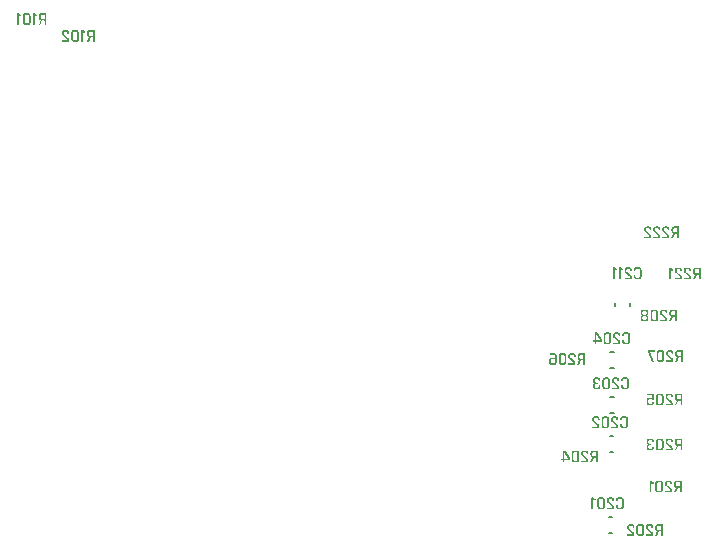
<source format=gbo>
G04*
G04 #@! TF.GenerationSoftware,Altium Limited,Altium Designer,24.3.1 (35)*
G04*
G04 Layer_Color=32896*
%FSLAX44Y44*%
%MOMM*%
G71*
G04*
G04 #@! TF.SameCoordinates,C3A98564-D86C-46C7-A890-955D0AD343B8*
G04*
G04*
G04 #@! TF.FilePolarity,Positive*
G04*
G01*
G75*
%ADD13C,0.2000*%
G36*
X873704Y522100D02*
X873871Y522044D01*
X873926Y522007D01*
X873982Y521970D01*
X874019Y521952D01*
X874037D01*
X875667Y520970D01*
X875741Y520915D01*
X875796Y520859D01*
X875852Y520730D01*
X875889Y520637D01*
Y520619D01*
Y520600D01*
Y519674D01*
X875871Y519582D01*
X875834Y519526D01*
X875796Y519489D01*
X875630D01*
X875593Y519508D01*
X875574D01*
X873871Y520508D01*
Y512323D01*
X873852Y512231D01*
X873834Y512175D01*
X873723Y512101D01*
X873630Y512064D01*
X872575D01*
X872501Y512082D01*
X872426Y512101D01*
X872371Y512194D01*
X872334Y512286D01*
Y512305D01*
Y512323D01*
Y521859D01*
X872352Y521952D01*
X872371Y522007D01*
X872464Y522081D01*
X872556Y522118D01*
X873537D01*
X873704Y522100D01*
D02*
G37*
G36*
X860298D02*
X860465Y522044D01*
X860520Y522007D01*
X860576Y521970D01*
X860613Y521952D01*
X860631D01*
X862261Y520970D01*
X862335Y520915D01*
X862390Y520859D01*
X862446Y520730D01*
X862483Y520637D01*
Y520619D01*
Y520600D01*
Y519674D01*
X862465Y519582D01*
X862428Y519526D01*
X862390Y519489D01*
X862224D01*
X862187Y519508D01*
X862168D01*
X860465Y520508D01*
Y512323D01*
X860446Y512231D01*
X860428Y512175D01*
X860317Y512101D01*
X860224Y512064D01*
X859168D01*
X859094Y512082D01*
X859020Y512101D01*
X858965Y512194D01*
X858928Y512286D01*
Y512305D01*
Y512323D01*
Y521859D01*
X858946Y521952D01*
X858965Y522007D01*
X859057Y522081D01*
X859150Y522118D01*
X860131D01*
X860298Y522100D01*
D02*
G37*
G36*
X883499D02*
X883573Y522081D01*
X883611Y522044D01*
X883648Y521989D01*
X883684Y521896D01*
Y521878D01*
Y521859D01*
Y512323D01*
X883666Y512231D01*
X883648Y512175D01*
X883536Y512101D01*
X883444Y512064D01*
X882425D01*
X882333Y512082D01*
X882277Y512101D01*
X882203Y512194D01*
X882166Y512286D01*
Y512305D01*
Y512323D01*
Y515767D01*
X882129Y515860D01*
X882074Y515897D01*
X882018Y515915D01*
X880389D01*
X878722Y512323D01*
X878667Y512231D01*
X878593Y512175D01*
X878426Y512101D01*
X878352Y512082D01*
X878278Y512064D01*
X877259D01*
X877148Y512082D01*
X877074Y512119D01*
X877037Y512157D01*
X877019Y512212D01*
X877037Y512323D01*
X877056Y512342D01*
Y512360D01*
X878796Y516027D01*
Y516101D01*
X878537Y516212D01*
X878296Y516323D01*
X878092Y516489D01*
X877926Y516656D01*
X877778Y516823D01*
X877667Y517026D01*
X877555Y517212D01*
X877482Y517397D01*
X877370Y517767D01*
X877333Y517934D01*
X877315Y518063D01*
Y518193D01*
X877296Y518286D01*
Y518341D01*
Y518360D01*
Y519693D01*
X877333Y520100D01*
X877407Y520452D01*
X877500Y520748D01*
X877630Y521007D01*
X877759Y521211D01*
X877852Y521359D01*
X877926Y521433D01*
X877963Y521470D01*
X878222Y521693D01*
X878518Y521841D01*
X878815Y521952D01*
X879092Y522044D01*
X879352Y522081D01*
X879555Y522100D01*
X879629Y522118D01*
X883407D01*
X883499Y522100D01*
D02*
G37*
G36*
X868242D02*
X868612Y522026D01*
X868927Y521915D01*
X869186Y521804D01*
X869390Y521693D01*
X869538Y521581D01*
X869612Y521507D01*
X869649Y521489D01*
X869853Y521230D01*
X870019Y520952D01*
X870130Y520637D01*
X870204Y520359D01*
X870241Y520100D01*
X870260Y519878D01*
X870278Y519804D01*
Y519748D01*
Y519711D01*
Y519693D01*
Y514490D01*
X870260Y514082D01*
X870186Y513731D01*
X870075Y513416D01*
X869964Y513157D01*
X869853Y512953D01*
X869742Y512805D01*
X869668Y512731D01*
X869649Y512694D01*
X869390Y512490D01*
X869093Y512323D01*
X868797Y512212D01*
X868501Y512138D01*
X868242Y512101D01*
X868019Y512082D01*
X867945Y512064D01*
X866279D01*
X865872Y512082D01*
X865520Y512157D01*
X865205Y512268D01*
X864964Y512379D01*
X864761Y512490D01*
X864612Y512601D01*
X864538Y512675D01*
X864501Y512694D01*
X864279Y512953D01*
X864131Y513249D01*
X864020Y513545D01*
X863927Y513842D01*
X863890Y514101D01*
X863872Y514305D01*
X863853Y514379D01*
Y514434D01*
Y514471D01*
Y514490D01*
Y519693D01*
X863872Y520100D01*
X863946Y520471D01*
X864057Y520767D01*
X864168Y521026D01*
X864298Y521230D01*
X864390Y521378D01*
X864464Y521452D01*
X864501Y521489D01*
X864761Y521693D01*
X865038Y521859D01*
X865335Y521970D01*
X865631Y522044D01*
X865890Y522081D01*
X866094Y522118D01*
X867834D01*
X868242Y522100D01*
D02*
G37*
G36*
X914598Y507876D02*
X914765Y507820D01*
X914820Y507783D01*
X914876Y507746D01*
X914913Y507728D01*
X914931D01*
X916561Y506746D01*
X916635Y506691D01*
X916690Y506635D01*
X916746Y506506D01*
X916783Y506413D01*
Y506395D01*
Y506376D01*
Y505450D01*
X916765Y505358D01*
X916728Y505302D01*
X916690Y505265D01*
X916524D01*
X916487Y505284D01*
X916468D01*
X914765Y506284D01*
Y498099D01*
X914746Y498007D01*
X914728Y497951D01*
X914617Y497877D01*
X914524Y497840D01*
X913469D01*
X913394Y497859D01*
X913320Y497877D01*
X913265Y497970D01*
X913228Y498062D01*
Y498081D01*
Y498099D01*
Y507635D01*
X913246Y507728D01*
X913265Y507783D01*
X913357Y507858D01*
X913450Y507895D01*
X914431D01*
X914598Y507876D01*
D02*
G37*
G36*
X901025D02*
X901396Y507802D01*
X901711Y507691D01*
X901970Y507580D01*
X902173Y507469D01*
X902322Y507357D01*
X902396Y507284D01*
X902433Y507265D01*
X902636Y507006D01*
X902803Y506728D01*
X902914Y506432D01*
X902988Y506154D01*
X903025Y505895D01*
X903044Y505691D01*
X903062Y505617D01*
Y505561D01*
Y505524D01*
Y505506D01*
Y504895D01*
X903044Y504802D01*
X903025Y504728D01*
X902988Y504691D01*
X902933Y504654D01*
X902840Y504617D01*
X901785D01*
X901692Y504636D01*
X901636Y504654D01*
X901562Y504765D01*
X901525Y504858D01*
Y504876D01*
Y504895D01*
Y505469D01*
X901507Y505691D01*
X901488Y505858D01*
X901451Y506006D01*
X901396Y506135D01*
X901340Y506228D01*
X901303Y506284D01*
X901285Y506321D01*
X901266Y506339D01*
X901155Y506432D01*
X901007Y506487D01*
X900729Y506561D01*
X900600Y506580D01*
X900488Y506598D01*
X899637D01*
X899433Y506580D01*
X899248Y506543D01*
X899081Y506487D01*
X898951Y506432D01*
X898840Y506339D01*
X898748Y506246D01*
X898600Y506043D01*
X898507Y505821D01*
X898470Y505654D01*
X898452Y505580D01*
Y505524D01*
Y505487D01*
Y505469D01*
Y504950D01*
X898489Y504673D01*
X898563Y504413D01*
X898692Y504173D01*
X898822Y503969D01*
X898970Y503802D01*
X899100Y503691D01*
X899174Y503599D01*
X899211Y503580D01*
X902173Y501173D01*
X902322Y501043D01*
X902451Y500914D01*
X902655Y500636D01*
X902803Y500358D01*
X902896Y500117D01*
X902970Y499877D01*
X902988Y499710D01*
X903007Y499636D01*
Y499581D01*
Y499562D01*
Y499543D01*
Y498099D01*
X902988Y498007D01*
X902951Y497951D01*
X902859Y497877D01*
X902747Y497840D01*
X897211D01*
X897118Y497859D01*
X897044Y497877D01*
X897007Y497914D01*
X896970Y497970D01*
X896933Y498062D01*
Y498081D01*
Y498099D01*
Y498932D01*
X896952Y499025D01*
X896970Y499081D01*
X897063Y499155D01*
X897174Y499192D01*
X901285D01*
Y499692D01*
X901266Y499840D01*
X901229Y499969D01*
X901173Y500099D01*
X901099Y500192D01*
X901044Y500284D01*
X900988Y500340D01*
X900951Y500377D01*
X900933Y500395D01*
X897915Y502858D01*
X897748Y503006D01*
X897600Y503173D01*
X897470Y503339D01*
X897359Y503506D01*
X897193Y503839D01*
X897081Y504154D01*
X897026Y504432D01*
X897007Y504543D01*
X896989Y504654D01*
X896970Y504747D01*
Y504802D01*
Y504839D01*
Y504858D01*
Y505506D01*
X896989Y505913D01*
X897063Y506265D01*
X897174Y506561D01*
X897285Y506821D01*
X897415Y507006D01*
X897507Y507154D01*
X897581Y507228D01*
X897618Y507265D01*
X897878Y507469D01*
X898155Y507635D01*
X898452Y507746D01*
X898748Y507820D01*
X899007Y507858D01*
X899211Y507895D01*
X900618D01*
X901025Y507876D01*
D02*
G37*
G36*
X924393D02*
X924467Y507858D01*
X924504Y507820D01*
X924541Y507765D01*
X924578Y507672D01*
Y507654D01*
Y507635D01*
Y498099D01*
X924560Y498007D01*
X924541Y497951D01*
X924430Y497877D01*
X924338Y497840D01*
X923319D01*
X923227Y497859D01*
X923171Y497877D01*
X923097Y497970D01*
X923060Y498062D01*
Y498081D01*
Y498099D01*
Y501543D01*
X923023Y501636D01*
X922968Y501673D01*
X922912Y501692D01*
X921283D01*
X919616Y498099D01*
X919560Y498007D01*
X919486Y497951D01*
X919320Y497877D01*
X919246Y497859D01*
X919172Y497840D01*
X918153D01*
X918042Y497859D01*
X917968Y497896D01*
X917931Y497933D01*
X917913Y497988D01*
X917931Y498099D01*
X917950Y498118D01*
Y498136D01*
X919690Y501803D01*
Y501877D01*
X919431Y501988D01*
X919190Y502099D01*
X918987Y502266D01*
X918820Y502432D01*
X918672Y502599D01*
X918561Y502802D01*
X918449Y502988D01*
X918375Y503173D01*
X918264Y503543D01*
X918227Y503710D01*
X918209Y503839D01*
Y503969D01*
X918190Y504062D01*
Y504117D01*
Y504136D01*
Y505469D01*
X918227Y505876D01*
X918301Y506228D01*
X918394Y506524D01*
X918524Y506783D01*
X918653Y506987D01*
X918746Y507135D01*
X918820Y507209D01*
X918857Y507246D01*
X919116Y507469D01*
X919412Y507617D01*
X919709Y507728D01*
X919986Y507820D01*
X920246Y507858D01*
X920449Y507876D01*
X920523Y507895D01*
X924301D01*
X924393Y507876D01*
D02*
G37*
G36*
X909136D02*
X909506Y507802D01*
X909821Y507691D01*
X910080Y507580D01*
X910284Y507469D01*
X910432Y507357D01*
X910506Y507284D01*
X910543Y507265D01*
X910747Y507006D01*
X910913Y506728D01*
X911024Y506413D01*
X911098Y506135D01*
X911135Y505876D01*
X911154Y505654D01*
X911172Y505580D01*
Y505524D01*
Y505487D01*
Y505469D01*
Y500266D01*
X911154Y499858D01*
X911080Y499506D01*
X910969Y499192D01*
X910858Y498932D01*
X910747Y498729D01*
X910636Y498581D01*
X910562Y498507D01*
X910543Y498470D01*
X910284Y498266D01*
X909987Y498099D01*
X909691Y497988D01*
X909395Y497914D01*
X909136Y497877D01*
X908913Y497859D01*
X908839Y497840D01*
X907173D01*
X906766Y497859D01*
X906414Y497933D01*
X906099Y498044D01*
X905858Y498155D01*
X905655Y498266D01*
X905506Y498377D01*
X905432Y498451D01*
X905395Y498470D01*
X905173Y498729D01*
X905025Y499025D01*
X904914Y499321D01*
X904821Y499618D01*
X904784Y499877D01*
X904766Y500080D01*
X904747Y500155D01*
Y500210D01*
Y500247D01*
Y500266D01*
Y505469D01*
X904766Y505876D01*
X904840Y506246D01*
X904951Y506543D01*
X905062Y506802D01*
X905192Y507006D01*
X905284Y507154D01*
X905358Y507228D01*
X905395Y507265D01*
X905655Y507469D01*
X905932Y507635D01*
X906229Y507746D01*
X906525Y507820D01*
X906784Y507858D01*
X906988Y507895D01*
X908728D01*
X909136Y507876D01*
D02*
G37*
G36*
X1412420Y306708D02*
X1412587Y306652D01*
X1412643Y306615D01*
X1412698Y306578D01*
X1412735Y306560D01*
X1412754D01*
X1414383Y305578D01*
X1414457Y305523D01*
X1414513Y305467D01*
X1414568Y305338D01*
X1414605Y305245D01*
Y305227D01*
Y305208D01*
Y304282D01*
X1414587Y304190D01*
X1414550Y304134D01*
X1414513Y304097D01*
X1414346D01*
X1414309Y304116D01*
X1414291D01*
X1412587Y305116D01*
Y296931D01*
X1412569Y296839D01*
X1412550Y296783D01*
X1412439Y296709D01*
X1412346Y296672D01*
X1411291D01*
X1411217Y296691D01*
X1411143Y296709D01*
X1411087Y296802D01*
X1411050Y296894D01*
Y296913D01*
Y296931D01*
Y306467D01*
X1411069Y306560D01*
X1411087Y306615D01*
X1411180Y306689D01*
X1411272Y306726D01*
X1412254D01*
X1412420Y306708D01*
D02*
G37*
G36*
X1427511D02*
X1427882Y306634D01*
X1428197Y306523D01*
X1428456Y306412D01*
X1428659Y306301D01*
X1428808Y306189D01*
X1428882Y306115D01*
X1428919Y306097D01*
X1429122Y305838D01*
X1429289Y305560D01*
X1429400Y305264D01*
X1429474Y304986D01*
X1429511Y304727D01*
X1429530Y304523D01*
X1429548Y304449D01*
Y304393D01*
Y304356D01*
Y304338D01*
Y303727D01*
X1429530Y303634D01*
X1429511Y303560D01*
X1429474Y303523D01*
X1429419Y303486D01*
X1429326Y303449D01*
X1428271D01*
X1428178Y303468D01*
X1428123Y303486D01*
X1428048Y303597D01*
X1428011Y303690D01*
Y303708D01*
Y303727D01*
Y304301D01*
X1427993Y304523D01*
X1427974Y304690D01*
X1427937Y304838D01*
X1427882Y304967D01*
X1427826Y305060D01*
X1427789Y305116D01*
X1427771Y305153D01*
X1427752Y305171D01*
X1427641Y305264D01*
X1427493Y305319D01*
X1427215Y305393D01*
X1427086Y305412D01*
X1426974Y305430D01*
X1426123D01*
X1425919Y305412D01*
X1425734Y305375D01*
X1425567Y305319D01*
X1425438Y305264D01*
X1425327Y305171D01*
X1425234Y305079D01*
X1425086Y304875D01*
X1424993Y304653D01*
X1424956Y304486D01*
X1424938Y304412D01*
Y304356D01*
Y304319D01*
Y304301D01*
Y303782D01*
X1424975Y303505D01*
X1425049Y303245D01*
X1425178Y303005D01*
X1425308Y302801D01*
X1425456Y302634D01*
X1425586Y302523D01*
X1425660Y302431D01*
X1425697Y302412D01*
X1428659Y300005D01*
X1428808Y299875D01*
X1428937Y299746D01*
X1429141Y299468D01*
X1429289Y299190D01*
X1429382Y298950D01*
X1429456Y298709D01*
X1429474Y298542D01*
X1429493Y298468D01*
Y298413D01*
Y298394D01*
Y298375D01*
Y296931D01*
X1429474Y296839D01*
X1429437Y296783D01*
X1429345Y296709D01*
X1429234Y296672D01*
X1423697D01*
X1423604Y296691D01*
X1423530Y296709D01*
X1423493Y296746D01*
X1423456Y296802D01*
X1423419Y296894D01*
Y296913D01*
Y296931D01*
Y297764D01*
X1423438Y297857D01*
X1423456Y297913D01*
X1423549Y297987D01*
X1423660Y298024D01*
X1427771D01*
Y298524D01*
X1427752Y298672D01*
X1427715Y298801D01*
X1427660Y298931D01*
X1427585Y299024D01*
X1427530Y299116D01*
X1427474Y299172D01*
X1427437Y299209D01*
X1427419Y299227D01*
X1424401Y301690D01*
X1424234Y301838D01*
X1424086Y302005D01*
X1423956Y302171D01*
X1423845Y302338D01*
X1423678Y302671D01*
X1423567Y302986D01*
X1423512Y303264D01*
X1423493Y303375D01*
X1423475Y303486D01*
X1423456Y303579D01*
Y303634D01*
Y303671D01*
Y303690D01*
Y304338D01*
X1423475Y304745D01*
X1423549Y305097D01*
X1423660Y305393D01*
X1423771Y305653D01*
X1423901Y305838D01*
X1423993Y305986D01*
X1424067Y306060D01*
X1424104Y306097D01*
X1424364Y306301D01*
X1424641Y306467D01*
X1424938Y306578D01*
X1425234Y306652D01*
X1425493Y306689D01*
X1425697Y306726D01*
X1427104D01*
X1427511Y306708D01*
D02*
G37*
G36*
X1419883D02*
X1420253Y306634D01*
X1420568Y306523D01*
X1420827Y306412D01*
X1421031Y306301D01*
X1421179Y306189D01*
X1421253Y306115D01*
X1421290Y306097D01*
X1421494Y305838D01*
X1421660Y305560D01*
X1421771Y305264D01*
X1421845Y304986D01*
X1421882Y304727D01*
X1421901Y304523D01*
X1421919Y304449D01*
Y304393D01*
Y304356D01*
Y304338D01*
Y303727D01*
X1421901Y303634D01*
X1421882Y303560D01*
X1421845Y303523D01*
X1421790Y303486D01*
X1421697Y303449D01*
X1420642D01*
X1420549Y303468D01*
X1420494Y303486D01*
X1420420Y303597D01*
X1420383Y303690D01*
Y303708D01*
Y303727D01*
Y304301D01*
X1420364Y304523D01*
X1420345Y304690D01*
X1420309Y304838D01*
X1420253Y304967D01*
X1420197Y305060D01*
X1420160Y305116D01*
X1420142Y305153D01*
X1420123Y305171D01*
X1420012Y305264D01*
X1419864Y305319D01*
X1419586Y305393D01*
X1419457Y305412D01*
X1419346Y305430D01*
X1418494D01*
X1418290Y305412D01*
X1418105Y305375D01*
X1417938Y305319D01*
X1417809Y305264D01*
X1417698Y305171D01*
X1417605Y305079D01*
X1417457Y304875D01*
X1417364Y304653D01*
X1417327Y304486D01*
X1417309Y304412D01*
Y304356D01*
Y304319D01*
Y304301D01*
Y303782D01*
X1417346Y303505D01*
X1417420Y303245D01*
X1417549Y303005D01*
X1417679Y302801D01*
X1417827Y302634D01*
X1417957Y302523D01*
X1418031Y302431D01*
X1418068Y302412D01*
X1421031Y300005D01*
X1421179Y299875D01*
X1421308Y299746D01*
X1421512Y299468D01*
X1421660Y299190D01*
X1421753Y298950D01*
X1421827Y298709D01*
X1421845Y298542D01*
X1421864Y298468D01*
Y298413D01*
Y298394D01*
Y298375D01*
Y296931D01*
X1421845Y296839D01*
X1421808Y296783D01*
X1421716Y296709D01*
X1421605Y296672D01*
X1416068D01*
X1415976Y296691D01*
X1415901Y296709D01*
X1415865Y296746D01*
X1415827Y296802D01*
X1415790Y296894D01*
Y296913D01*
Y296931D01*
Y297764D01*
X1415809Y297857D01*
X1415827Y297913D01*
X1415920Y297987D01*
X1416031Y298024D01*
X1420142D01*
Y298524D01*
X1420123Y298672D01*
X1420086Y298801D01*
X1420031Y298931D01*
X1419957Y299024D01*
X1419901Y299116D01*
X1419845Y299172D01*
X1419809Y299209D01*
X1419790Y299227D01*
X1416772Y301690D01*
X1416605Y301838D01*
X1416457Y302005D01*
X1416327Y302171D01*
X1416216Y302338D01*
X1416050Y302671D01*
X1415939Y302986D01*
X1415883Y303264D01*
X1415865Y303375D01*
X1415846Y303486D01*
X1415827Y303579D01*
Y303634D01*
Y303671D01*
Y303690D01*
Y304338D01*
X1415846Y304745D01*
X1415920Y305097D01*
X1416031Y305393D01*
X1416142Y305653D01*
X1416272Y305838D01*
X1416364Y305986D01*
X1416438Y306060D01*
X1416476Y306097D01*
X1416735Y306301D01*
X1417012Y306467D01*
X1417309Y306578D01*
X1417605Y306652D01*
X1417864Y306689D01*
X1418068Y306726D01*
X1419475D01*
X1419883Y306708D01*
D02*
G37*
G36*
X1437473D02*
X1437547Y306689D01*
X1437585Y306652D01*
X1437621Y306597D01*
X1437659Y306504D01*
Y306486D01*
Y306467D01*
Y296931D01*
X1437640Y296839D01*
X1437621Y296783D01*
X1437510Y296709D01*
X1437418Y296672D01*
X1436399D01*
X1436307Y296691D01*
X1436251Y296709D01*
X1436177Y296802D01*
X1436140Y296894D01*
Y296913D01*
Y296931D01*
Y300375D01*
X1436103Y300468D01*
X1436048Y300505D01*
X1435992Y300523D01*
X1434363D01*
X1432696Y296931D01*
X1432641Y296839D01*
X1432567Y296783D01*
X1432400Y296709D01*
X1432326Y296691D01*
X1432252Y296672D01*
X1431233D01*
X1431122Y296691D01*
X1431048Y296728D01*
X1431011Y296765D01*
X1430992Y296820D01*
X1431011Y296931D01*
X1431030Y296950D01*
Y296968D01*
X1432770Y300635D01*
Y300709D01*
X1432511Y300820D01*
X1432270Y300931D01*
X1432066Y301098D01*
X1431900Y301264D01*
X1431752Y301431D01*
X1431641Y301634D01*
X1431530Y301820D01*
X1431456Y302005D01*
X1431344Y302375D01*
X1431307Y302542D01*
X1431289Y302671D01*
Y302801D01*
X1431270Y302894D01*
Y302949D01*
Y302968D01*
Y304301D01*
X1431307Y304708D01*
X1431381Y305060D01*
X1431474Y305356D01*
X1431604Y305616D01*
X1431733Y305819D01*
X1431826Y305967D01*
X1431900Y306041D01*
X1431937Y306078D01*
X1432196Y306301D01*
X1432492Y306449D01*
X1432789Y306560D01*
X1433066Y306652D01*
X1433326Y306689D01*
X1433529Y306708D01*
X1433603Y306726D01*
X1437381D01*
X1437473Y306708D01*
D02*
G37*
G36*
X1407445Y271148D02*
X1407816Y271074D01*
X1408130Y270963D01*
X1408390Y270852D01*
X1408593Y270741D01*
X1408742Y270630D01*
X1408816Y270555D01*
X1408853Y270537D01*
X1409056Y270278D01*
X1409223Y270000D01*
X1409334Y269704D01*
X1409408Y269426D01*
X1409445Y269167D01*
X1409464Y268963D01*
X1409482Y268889D01*
Y268833D01*
Y268796D01*
Y268778D01*
Y268167D01*
X1409464Y268074D01*
X1409445Y268000D01*
X1409408Y267963D01*
X1409353Y267926D01*
X1409260Y267889D01*
X1408205D01*
X1408112Y267908D01*
X1408056Y267926D01*
X1407982Y268037D01*
X1407945Y268130D01*
Y268148D01*
Y268167D01*
Y268741D01*
X1407927Y268963D01*
X1407908Y269130D01*
X1407871Y269278D01*
X1407816Y269407D01*
X1407760Y269500D01*
X1407723Y269556D01*
X1407705Y269593D01*
X1407686Y269611D01*
X1407575Y269704D01*
X1407427Y269759D01*
X1407149Y269833D01*
X1407020Y269852D01*
X1406908Y269870D01*
X1406057D01*
X1405853Y269852D01*
X1405668Y269815D01*
X1405501Y269759D01*
X1405372Y269704D01*
X1405260Y269611D01*
X1405168Y269519D01*
X1405020Y269315D01*
X1404927Y269093D01*
X1404890Y268926D01*
X1404872Y268852D01*
Y268796D01*
Y268759D01*
Y268741D01*
Y268222D01*
X1404909Y267945D01*
X1404983Y267685D01*
X1405112Y267445D01*
X1405242Y267241D01*
X1405390Y267074D01*
X1405520Y266963D01*
X1405594Y266871D01*
X1405631Y266852D01*
X1408593Y264445D01*
X1408742Y264315D01*
X1408871Y264186D01*
X1409075Y263908D01*
X1409223Y263630D01*
X1409316Y263389D01*
X1409390Y263149D01*
X1409408Y262982D01*
X1409427Y262908D01*
Y262853D01*
Y262834D01*
Y262815D01*
Y261371D01*
X1409408Y261279D01*
X1409371Y261223D01*
X1409279Y261149D01*
X1409167Y261112D01*
X1403631D01*
X1403538Y261131D01*
X1403464Y261149D01*
X1403427Y261186D01*
X1403390Y261242D01*
X1403353Y261334D01*
Y261353D01*
Y261371D01*
Y262204D01*
X1403372Y262297D01*
X1403390Y262353D01*
X1403483Y262427D01*
X1403594Y262464D01*
X1407705D01*
Y262964D01*
X1407686Y263112D01*
X1407649Y263241D01*
X1407594Y263371D01*
X1407520Y263464D01*
X1407464Y263556D01*
X1407408Y263612D01*
X1407371Y263649D01*
X1407353Y263667D01*
X1404335Y266130D01*
X1404168Y266278D01*
X1404020Y266445D01*
X1403890Y266611D01*
X1403779Y266778D01*
X1403613Y267111D01*
X1403501Y267426D01*
X1403446Y267704D01*
X1403427Y267815D01*
X1403409Y267926D01*
X1403390Y268019D01*
Y268074D01*
Y268111D01*
Y268130D01*
Y268778D01*
X1403409Y269185D01*
X1403483Y269537D01*
X1403594Y269833D01*
X1403705Y270093D01*
X1403835Y270278D01*
X1403927Y270426D01*
X1404001Y270500D01*
X1404038Y270537D01*
X1404298Y270741D01*
X1404575Y270907D01*
X1404872Y271018D01*
X1405168Y271092D01*
X1405427Y271129D01*
X1405631Y271166D01*
X1407038D01*
X1407445Y271148D01*
D02*
G37*
G36*
X1417407D02*
X1417481Y271129D01*
X1417518Y271092D01*
X1417556Y271037D01*
X1417592Y270944D01*
Y270926D01*
Y270907D01*
Y261371D01*
X1417574Y261279D01*
X1417556Y261223D01*
X1417444Y261149D01*
X1417352Y261112D01*
X1416333D01*
X1416241Y261131D01*
X1416185Y261149D01*
X1416111Y261242D01*
X1416074Y261334D01*
Y261353D01*
Y261371D01*
Y264815D01*
X1416037Y264908D01*
X1415982Y264945D01*
X1415926Y264963D01*
X1414297D01*
X1412630Y261371D01*
X1412574Y261279D01*
X1412500Y261223D01*
X1412334Y261149D01*
X1412260Y261131D01*
X1412186Y261112D01*
X1411167D01*
X1411056Y261131D01*
X1410982Y261168D01*
X1410945Y261205D01*
X1410927Y261260D01*
X1410945Y261371D01*
X1410964Y261390D01*
Y261408D01*
X1412704Y265075D01*
Y265149D01*
X1412445Y265260D01*
X1412204Y265371D01*
X1412000Y265537D01*
X1411834Y265704D01*
X1411686Y265871D01*
X1411575Y266074D01*
X1411463Y266260D01*
X1411389Y266445D01*
X1411278Y266815D01*
X1411241Y266982D01*
X1411223Y267111D01*
Y267241D01*
X1411204Y267334D01*
Y267389D01*
Y267408D01*
Y268741D01*
X1411241Y269148D01*
X1411315Y269500D01*
X1411408Y269796D01*
X1411538Y270056D01*
X1411667Y270259D01*
X1411760Y270407D01*
X1411834Y270481D01*
X1411871Y270518D01*
X1412130Y270741D01*
X1412426Y270889D01*
X1412723Y271000D01*
X1413000Y271092D01*
X1413260Y271129D01*
X1413463Y271148D01*
X1413537Y271166D01*
X1417315D01*
X1417407Y271148D01*
D02*
G37*
G36*
X1399650D02*
X1400020Y271074D01*
X1400335Y270963D01*
X1400594Y270852D01*
X1400798Y270741D01*
X1400946Y270630D01*
X1401020Y270555D01*
X1401057Y270537D01*
X1401261Y270278D01*
X1401427Y270000D01*
X1401539Y269685D01*
X1401613Y269407D01*
X1401650Y269148D01*
X1401668Y268926D01*
X1401687Y268852D01*
Y268796D01*
Y268759D01*
Y268741D01*
Y263538D01*
X1401668Y263130D01*
X1401594Y262778D01*
X1401483Y262464D01*
X1401372Y262204D01*
X1401261Y262001D01*
X1401150Y261853D01*
X1401076Y261779D01*
X1401057Y261742D01*
X1400798Y261538D01*
X1400502Y261371D01*
X1400205Y261260D01*
X1399909Y261186D01*
X1399650Y261149D01*
X1399428Y261131D01*
X1399354Y261112D01*
X1397687D01*
X1397280Y261131D01*
X1396928Y261205D01*
X1396613Y261316D01*
X1396373Y261427D01*
X1396169Y261538D01*
X1396021Y261649D01*
X1395947Y261723D01*
X1395910Y261742D01*
X1395687Y262001D01*
X1395539Y262297D01*
X1395428Y262593D01*
X1395336Y262890D01*
X1395298Y263149D01*
X1395280Y263353D01*
X1395262Y263427D01*
Y263482D01*
Y263519D01*
Y263538D01*
Y268741D01*
X1395280Y269148D01*
X1395354Y269519D01*
X1395465Y269815D01*
X1395576Y270074D01*
X1395706Y270278D01*
X1395798Y270426D01*
X1395872Y270500D01*
X1395910Y270537D01*
X1396169Y270741D01*
X1396447Y270907D01*
X1396743Y271018D01*
X1397039Y271092D01*
X1397298Y271129D01*
X1397502Y271166D01*
X1399243D01*
X1399650Y271148D01*
D02*
G37*
G36*
X1391373D02*
X1391743Y271074D01*
X1392058Y270981D01*
X1392317Y270870D01*
X1392521Y270759D01*
X1392669Y270667D01*
X1392743Y270592D01*
X1392780Y270574D01*
X1392984Y270333D01*
X1393151Y270056D01*
X1393262Y269778D01*
X1393336Y269500D01*
X1393373Y269241D01*
X1393391Y269037D01*
X1393410Y268963D01*
Y268908D01*
Y268871D01*
Y268852D01*
Y268056D01*
X1393391Y267796D01*
X1393354Y267556D01*
X1393317Y267334D01*
X1393243Y267148D01*
X1393169Y266963D01*
X1393076Y266815D01*
X1392965Y266686D01*
X1392873Y266556D01*
X1392669Y266371D01*
X1392502Y266260D01*
X1392428Y266223D01*
X1392373Y266185D01*
X1392354Y266167D01*
X1392336D01*
X1392521Y266074D01*
X1392688Y265963D01*
X1392836Y265834D01*
X1392947Y265686D01*
X1393058Y265537D01*
X1393151Y265371D01*
X1393280Y265056D01*
X1393354Y264760D01*
X1393373Y264630D01*
X1393391Y264519D01*
X1393410Y264408D01*
Y264334D01*
Y264297D01*
Y264278D01*
Y263445D01*
X1393391Y263038D01*
X1393317Y262686D01*
X1393206Y262390D01*
X1393095Y262149D01*
X1392984Y261945D01*
X1392873Y261816D01*
X1392799Y261742D01*
X1392780Y261705D01*
X1392521Y261501D01*
X1392225Y261371D01*
X1391929Y261260D01*
X1391632Y261186D01*
X1391373Y261149D01*
X1391151Y261131D01*
X1391077Y261112D01*
X1389318D01*
X1388910Y261131D01*
X1388540Y261205D01*
X1388244Y261297D01*
X1387984Y261408D01*
X1387781Y261519D01*
X1387633Y261612D01*
X1387559Y261686D01*
X1387522Y261705D01*
X1387318Y261945D01*
X1387151Y262223D01*
X1387040Y262519D01*
X1386966Y262797D01*
X1386929Y263056D01*
X1386892Y263260D01*
Y263334D01*
Y263389D01*
Y263427D01*
Y263445D01*
Y264260D01*
X1386911Y264519D01*
X1386929Y264760D01*
X1386985Y264982D01*
X1387059Y265186D01*
X1387133Y265352D01*
X1387225Y265519D01*
X1387318Y265649D01*
X1387410Y265778D01*
X1387614Y265963D01*
X1387781Y266074D01*
X1387855Y266112D01*
X1387910Y266148D01*
X1387929Y266167D01*
X1387947D01*
X1387781Y266241D01*
X1387633Y266334D01*
X1387503Y266445D01*
X1387392Y266556D01*
X1387299Y266667D01*
X1387244Y266760D01*
X1387207Y266815D01*
X1387188Y266834D01*
X1387096Y267037D01*
X1387022Y267241D01*
X1386966Y267445D01*
X1386929Y267630D01*
X1386911Y267796D01*
X1386892Y267945D01*
Y268019D01*
Y268056D01*
Y268852D01*
X1386911Y269259D01*
X1386985Y269593D01*
X1387096Y269889D01*
X1387207Y270130D01*
X1387318Y270333D01*
X1387429Y270463D01*
X1387503Y270555D01*
X1387522Y270574D01*
X1387781Y270778D01*
X1388058Y270926D01*
X1388373Y271018D01*
X1388651Y271092D01*
X1388910Y271129D01*
X1389133Y271166D01*
X1390966D01*
X1391373Y271148D01*
D02*
G37*
G36*
X1412525Y236858D02*
X1412896Y236784D01*
X1413210Y236673D01*
X1413470Y236562D01*
X1413673Y236451D01*
X1413822Y236339D01*
X1413896Y236266D01*
X1413933Y236247D01*
X1414136Y235988D01*
X1414303Y235710D01*
X1414414Y235414D01*
X1414488Y235136D01*
X1414525Y234877D01*
X1414544Y234673D01*
X1414562Y234599D01*
Y234543D01*
Y234506D01*
Y234488D01*
Y233877D01*
X1414544Y233784D01*
X1414525Y233710D01*
X1414488Y233673D01*
X1414433Y233636D01*
X1414340Y233599D01*
X1413285D01*
X1413192Y233618D01*
X1413136Y233636D01*
X1413062Y233747D01*
X1413025Y233840D01*
Y233858D01*
Y233877D01*
Y234451D01*
X1413007Y234673D01*
X1412988Y234840D01*
X1412951Y234988D01*
X1412896Y235117D01*
X1412840Y235210D01*
X1412803Y235266D01*
X1412785Y235303D01*
X1412766Y235321D01*
X1412655Y235414D01*
X1412507Y235469D01*
X1412229Y235543D01*
X1412099Y235562D01*
X1411988Y235580D01*
X1411137D01*
X1410933Y235562D01*
X1410748Y235525D01*
X1410581Y235469D01*
X1410452Y235414D01*
X1410341Y235321D01*
X1410248Y235229D01*
X1410100Y235025D01*
X1410007Y234803D01*
X1409970Y234636D01*
X1409952Y234562D01*
Y234506D01*
Y234469D01*
Y234451D01*
Y233932D01*
X1409989Y233655D01*
X1410063Y233395D01*
X1410192Y233155D01*
X1410322Y232951D01*
X1410470Y232784D01*
X1410600Y232673D01*
X1410674Y232581D01*
X1410711Y232562D01*
X1413673Y230155D01*
X1413822Y230025D01*
X1413951Y229896D01*
X1414155Y229618D01*
X1414303Y229340D01*
X1414396Y229100D01*
X1414470Y228859D01*
X1414488Y228692D01*
X1414507Y228618D01*
Y228563D01*
Y228544D01*
Y228526D01*
Y227081D01*
X1414488Y226989D01*
X1414451Y226933D01*
X1414359Y226859D01*
X1414247Y226822D01*
X1408711D01*
X1408618Y226840D01*
X1408544Y226859D01*
X1408507Y226896D01*
X1408470Y226952D01*
X1408433Y227044D01*
Y227063D01*
Y227081D01*
Y227915D01*
X1408452Y228007D01*
X1408470Y228063D01*
X1408563Y228137D01*
X1408674Y228174D01*
X1412785D01*
Y228674D01*
X1412766Y228822D01*
X1412729Y228951D01*
X1412674Y229081D01*
X1412599Y229174D01*
X1412544Y229266D01*
X1412488Y229322D01*
X1412451Y229359D01*
X1412433Y229377D01*
X1409415Y231840D01*
X1409248Y231988D01*
X1409100Y232155D01*
X1408970Y232321D01*
X1408859Y232488D01*
X1408692Y232821D01*
X1408581Y233136D01*
X1408526Y233414D01*
X1408507Y233525D01*
X1408489Y233636D01*
X1408470Y233729D01*
Y233784D01*
Y233821D01*
Y233840D01*
Y234488D01*
X1408489Y234895D01*
X1408563Y235247D01*
X1408674Y235543D01*
X1408785Y235803D01*
X1408915Y235988D01*
X1409007Y236136D01*
X1409081Y236210D01*
X1409118Y236247D01*
X1409378Y236451D01*
X1409655Y236617D01*
X1409952Y236728D01*
X1410248Y236802D01*
X1410507Y236840D01*
X1410711Y236877D01*
X1412118D01*
X1412525Y236858D01*
D02*
G37*
G36*
X1422487D02*
X1422561Y236840D01*
X1422599Y236802D01*
X1422635Y236747D01*
X1422672Y236654D01*
Y236636D01*
Y236617D01*
Y227081D01*
X1422654Y226989D01*
X1422635Y226933D01*
X1422524Y226859D01*
X1422432Y226822D01*
X1421413D01*
X1421321Y226840D01*
X1421265Y226859D01*
X1421191Y226952D01*
X1421154Y227044D01*
Y227063D01*
Y227081D01*
Y230525D01*
X1421117Y230618D01*
X1421062Y230655D01*
X1421006Y230674D01*
X1419377D01*
X1417710Y227081D01*
X1417655Y226989D01*
X1417581Y226933D01*
X1417414Y226859D01*
X1417340Y226840D01*
X1417266Y226822D01*
X1416247D01*
X1416136Y226840D01*
X1416062Y226877D01*
X1416025Y226915D01*
X1416006Y226970D01*
X1416025Y227081D01*
X1416044Y227100D01*
Y227118D01*
X1417784Y230785D01*
Y230859D01*
X1417525Y230970D01*
X1417284Y231081D01*
X1417081Y231248D01*
X1416914Y231414D01*
X1416766Y231581D01*
X1416655Y231784D01*
X1416543Y231970D01*
X1416470Y232155D01*
X1416358Y232525D01*
X1416321Y232692D01*
X1416303Y232821D01*
Y232951D01*
X1416284Y233044D01*
Y233099D01*
Y233118D01*
Y234451D01*
X1416321Y234858D01*
X1416395Y235210D01*
X1416488Y235506D01*
X1416618Y235765D01*
X1416747Y235969D01*
X1416840Y236117D01*
X1416914Y236191D01*
X1416951Y236228D01*
X1417210Y236451D01*
X1417506Y236599D01*
X1417803Y236710D01*
X1418080Y236802D01*
X1418340Y236840D01*
X1418543Y236858D01*
X1418617Y236877D01*
X1422395D01*
X1422487Y236858D01*
D02*
G37*
G36*
X1404730D02*
X1405100Y236784D01*
X1405415Y236673D01*
X1405674Y236562D01*
X1405878Y236451D01*
X1406026Y236339D01*
X1406100Y236266D01*
X1406137Y236247D01*
X1406341Y235988D01*
X1406508Y235710D01*
X1406619Y235395D01*
X1406693Y235117D01*
X1406730Y234858D01*
X1406748Y234636D01*
X1406767Y234562D01*
Y234506D01*
Y234469D01*
Y234451D01*
Y229248D01*
X1406748Y228840D01*
X1406674Y228489D01*
X1406563Y228174D01*
X1406452Y227915D01*
X1406341Y227711D01*
X1406230Y227563D01*
X1406156Y227489D01*
X1406137Y227452D01*
X1405878Y227248D01*
X1405582Y227081D01*
X1405285Y226970D01*
X1404989Y226896D01*
X1404730Y226859D01*
X1404508Y226840D01*
X1404434Y226822D01*
X1402767D01*
X1402360Y226840D01*
X1402008Y226915D01*
X1401693Y227026D01*
X1401452Y227137D01*
X1401249Y227248D01*
X1401101Y227359D01*
X1401027Y227433D01*
X1400990Y227452D01*
X1400767Y227711D01*
X1400619Y228007D01*
X1400508Y228303D01*
X1400416Y228600D01*
X1400379Y228859D01*
X1400360Y229062D01*
X1400341Y229137D01*
Y229192D01*
Y229229D01*
Y229248D01*
Y234451D01*
X1400360Y234858D01*
X1400434Y235229D01*
X1400545Y235525D01*
X1400656Y235784D01*
X1400786Y235988D01*
X1400878Y236136D01*
X1400952Y236210D01*
X1400990Y236247D01*
X1401249Y236451D01*
X1401527Y236617D01*
X1401823Y236728D01*
X1402119Y236802D01*
X1402378Y236840D01*
X1402582Y236877D01*
X1404323D01*
X1404730Y236858D01*
D02*
G37*
G36*
X1398953D02*
X1399008Y236840D01*
X1399082Y236747D01*
X1399119Y236654D01*
Y236636D01*
Y236617D01*
Y235765D01*
X1399101Y235673D01*
X1399082Y235599D01*
X1399045Y235543D01*
X1398990Y235506D01*
X1398897Y235469D01*
X1394916D01*
X1398268Y227118D01*
X1398305Y227026D01*
Y226952D01*
X1398286Y226896D01*
X1398249Y226859D01*
X1398156Y226822D01*
X1397045D01*
X1396916Y226840D01*
X1396823Y226859D01*
X1396749Y226896D01*
X1396694Y226952D01*
X1396620Y227026D01*
X1396601Y227044D01*
Y227063D01*
X1393435Y234988D01*
X1393342Y235266D01*
X1393305Y235377D01*
X1393287Y235469D01*
X1393268Y235543D01*
Y235617D01*
Y235636D01*
Y235654D01*
Y236617D01*
X1393287Y236710D01*
X1393305Y236765D01*
X1393398Y236840D01*
X1393509Y236877D01*
X1398860D01*
X1398953Y236858D01*
D02*
G37*
G36*
X1329721Y234318D02*
X1330092Y234244D01*
X1330406Y234133D01*
X1330666Y234022D01*
X1330869Y233911D01*
X1331018Y233799D01*
X1331092Y233725D01*
X1331129Y233707D01*
X1331332Y233448D01*
X1331499Y233170D01*
X1331610Y232874D01*
X1331684Y232596D01*
X1331721Y232337D01*
X1331740Y232133D01*
X1331758Y232059D01*
Y232003D01*
Y231966D01*
Y231948D01*
Y231337D01*
X1331740Y231244D01*
X1331721Y231170D01*
X1331684Y231133D01*
X1331629Y231096D01*
X1331536Y231059D01*
X1330481D01*
X1330388Y231078D01*
X1330332Y231096D01*
X1330258Y231207D01*
X1330221Y231300D01*
Y231318D01*
Y231337D01*
Y231911D01*
X1330203Y232133D01*
X1330184Y232300D01*
X1330147Y232448D01*
X1330092Y232577D01*
X1330036Y232670D01*
X1329999Y232726D01*
X1329981Y232763D01*
X1329962Y232781D01*
X1329851Y232874D01*
X1329703Y232929D01*
X1329425Y233003D01*
X1329296Y233022D01*
X1329184Y233040D01*
X1328333D01*
X1328129Y233022D01*
X1327944Y232985D01*
X1327777Y232929D01*
X1327648Y232874D01*
X1327536Y232781D01*
X1327444Y232689D01*
X1327296Y232485D01*
X1327203Y232263D01*
X1327166Y232096D01*
X1327148Y232022D01*
Y231966D01*
Y231929D01*
Y231911D01*
Y231392D01*
X1327185Y231115D01*
X1327259Y230855D01*
X1327388Y230615D01*
X1327518Y230411D01*
X1327666Y230244D01*
X1327796Y230133D01*
X1327870Y230041D01*
X1327907Y230022D01*
X1330869Y227615D01*
X1331018Y227485D01*
X1331147Y227356D01*
X1331351Y227078D01*
X1331499Y226800D01*
X1331592Y226560D01*
X1331666Y226319D01*
X1331684Y226152D01*
X1331703Y226078D01*
Y226023D01*
Y226004D01*
Y225986D01*
Y224541D01*
X1331684Y224449D01*
X1331647Y224393D01*
X1331555Y224319D01*
X1331443Y224282D01*
X1325907D01*
X1325814Y224300D01*
X1325740Y224319D01*
X1325703Y224356D01*
X1325666Y224412D01*
X1325629Y224504D01*
Y224523D01*
Y224541D01*
Y225375D01*
X1325648Y225467D01*
X1325666Y225523D01*
X1325759Y225597D01*
X1325870Y225634D01*
X1329981D01*
Y226134D01*
X1329962Y226282D01*
X1329925Y226411D01*
X1329870Y226541D01*
X1329796Y226634D01*
X1329740Y226726D01*
X1329684Y226782D01*
X1329647Y226819D01*
X1329629Y226837D01*
X1326611Y229300D01*
X1326444Y229448D01*
X1326296Y229615D01*
X1326166Y229781D01*
X1326055Y229948D01*
X1325889Y230281D01*
X1325777Y230596D01*
X1325722Y230874D01*
X1325703Y230985D01*
X1325685Y231096D01*
X1325666Y231189D01*
Y231244D01*
Y231281D01*
Y231300D01*
Y231948D01*
X1325685Y232355D01*
X1325759Y232707D01*
X1325870Y233003D01*
X1325981Y233263D01*
X1326111Y233448D01*
X1326203Y233596D01*
X1326277Y233670D01*
X1326314Y233707D01*
X1326574Y233911D01*
X1326851Y234077D01*
X1327148Y234188D01*
X1327444Y234262D01*
X1327703Y234300D01*
X1327907Y234336D01*
X1329314D01*
X1329721Y234318D01*
D02*
G37*
G36*
X1339683D02*
X1339757Y234300D01*
X1339794Y234262D01*
X1339832Y234207D01*
X1339868Y234114D01*
Y234096D01*
Y234077D01*
Y224541D01*
X1339850Y224449D01*
X1339832Y224393D01*
X1339720Y224319D01*
X1339628Y224282D01*
X1338609D01*
X1338517Y224300D01*
X1338461Y224319D01*
X1338387Y224412D01*
X1338350Y224504D01*
Y224523D01*
Y224541D01*
Y227985D01*
X1338313Y228078D01*
X1338258Y228115D01*
X1338202Y228134D01*
X1336573D01*
X1334906Y224541D01*
X1334850Y224449D01*
X1334776Y224393D01*
X1334610Y224319D01*
X1334536Y224300D01*
X1334462Y224282D01*
X1333443D01*
X1333332Y224300D01*
X1333258Y224338D01*
X1333221Y224375D01*
X1333203Y224430D01*
X1333221Y224541D01*
X1333240Y224560D01*
Y224578D01*
X1334980Y228245D01*
Y228319D01*
X1334721Y228430D01*
X1334480Y228541D01*
X1334276Y228708D01*
X1334110Y228874D01*
X1333962Y229041D01*
X1333851Y229244D01*
X1333739Y229430D01*
X1333665Y229615D01*
X1333554Y229985D01*
X1333517Y230152D01*
X1333499Y230281D01*
Y230411D01*
X1333480Y230504D01*
Y230559D01*
Y230578D01*
Y231911D01*
X1333517Y232318D01*
X1333591Y232670D01*
X1333684Y232966D01*
X1333814Y233225D01*
X1333943Y233429D01*
X1334036Y233577D01*
X1334110Y233651D01*
X1334147Y233688D01*
X1334406Y233911D01*
X1334702Y234059D01*
X1334999Y234170D01*
X1335276Y234262D01*
X1335536Y234300D01*
X1335739Y234318D01*
X1335813Y234336D01*
X1339591D01*
X1339683Y234318D01*
D02*
G37*
G36*
X1321926D02*
X1322296Y234244D01*
X1322611Y234133D01*
X1322870Y234022D01*
X1323074Y233911D01*
X1323222Y233799D01*
X1323296Y233725D01*
X1323333Y233707D01*
X1323537Y233448D01*
X1323703Y233170D01*
X1323815Y232855D01*
X1323889Y232577D01*
X1323926Y232318D01*
X1323944Y232096D01*
X1323963Y232022D01*
Y231966D01*
Y231929D01*
Y231911D01*
Y226708D01*
X1323944Y226300D01*
X1323870Y225949D01*
X1323759Y225634D01*
X1323648Y225375D01*
X1323537Y225171D01*
X1323426Y225023D01*
X1323352Y224949D01*
X1323333Y224912D01*
X1323074Y224708D01*
X1322778Y224541D01*
X1322481Y224430D01*
X1322185Y224356D01*
X1321926Y224319D01*
X1321704Y224300D01*
X1321630Y224282D01*
X1319963D01*
X1319556Y224300D01*
X1319204Y224375D01*
X1318889Y224486D01*
X1318649Y224597D01*
X1318445Y224708D01*
X1318297Y224819D01*
X1318223Y224893D01*
X1318186Y224912D01*
X1317963Y225171D01*
X1317815Y225467D01*
X1317704Y225763D01*
X1317612Y226060D01*
X1317574Y226319D01*
X1317556Y226523D01*
X1317538Y226597D01*
Y226652D01*
Y226689D01*
Y226708D01*
Y231911D01*
X1317556Y232318D01*
X1317630Y232689D01*
X1317741Y232985D01*
X1317852Y233244D01*
X1317982Y233448D01*
X1318074Y233596D01*
X1318148Y233670D01*
X1318186Y233707D01*
X1318445Y233911D01*
X1318723Y234077D01*
X1319019Y234188D01*
X1319315Y234262D01*
X1319574Y234300D01*
X1319778Y234336D01*
X1321519D01*
X1321926Y234318D01*
D02*
G37*
G36*
X1313723D02*
X1314075Y234244D01*
X1314390Y234133D01*
X1314649Y234022D01*
X1314853Y233911D01*
X1315001Y233799D01*
X1315075Y233725D01*
X1315112Y233707D01*
X1315334Y233448D01*
X1315482Y233170D01*
X1315593Y232855D01*
X1315686Y232577D01*
X1315723Y232318D01*
X1315741Y232096D01*
X1315760Y232022D01*
Y231966D01*
Y231929D01*
Y231911D01*
Y226708D01*
X1315723Y226300D01*
X1315649Y225949D01*
X1315556Y225634D01*
X1315427Y225375D01*
X1315316Y225171D01*
X1315204Y225023D01*
X1315130Y224949D01*
X1315112Y224912D01*
X1314853Y224708D01*
X1314556Y224541D01*
X1314260Y224430D01*
X1313964Y224356D01*
X1313705Y224319D01*
X1313501Y224300D01*
X1313427Y224282D01*
X1311816D01*
X1311409Y224300D01*
X1311038Y224375D01*
X1310742Y224486D01*
X1310483Y224597D01*
X1310279Y224708D01*
X1310131Y224819D01*
X1310057Y224893D01*
X1310020Y224912D01*
X1309798Y225171D01*
X1309649Y225467D01*
X1309538Y225763D01*
X1309446Y226060D01*
X1309409Y226319D01*
X1309390Y226523D01*
X1309372Y226597D01*
Y226652D01*
Y226689D01*
Y226708D01*
Y228078D01*
X1309390Y228485D01*
X1309464Y228856D01*
X1309575Y229152D01*
X1309686Y229411D01*
X1309816Y229615D01*
X1309909Y229763D01*
X1309983Y229837D01*
X1310020Y229874D01*
X1310279Y230078D01*
X1310557Y230244D01*
X1310871Y230355D01*
X1311149Y230429D01*
X1311409Y230466D01*
X1311631Y230504D01*
X1314223D01*
Y231855D01*
X1314205Y232059D01*
X1314167Y232244D01*
X1314112Y232392D01*
X1314038Y232522D01*
X1313964Y232652D01*
X1313871Y232744D01*
X1313649Y232874D01*
X1313445Y232966D01*
X1313260Y233003D01*
X1313205Y233022D01*
X1310186D01*
X1310094Y233040D01*
X1310038Y233059D01*
X1309964Y233151D01*
X1309927Y233225D01*
Y233244D01*
Y233263D01*
Y234077D01*
X1309946Y234170D01*
X1309964Y234225D01*
X1310057Y234300D01*
X1310149Y234336D01*
X1313316D01*
X1313723Y234318D01*
D02*
G37*
G36*
X1412017Y200028D02*
X1412388Y199954D01*
X1412702Y199843D01*
X1412962Y199732D01*
X1413165Y199621D01*
X1413314Y199510D01*
X1413388Y199436D01*
X1413425Y199417D01*
X1413628Y199158D01*
X1413795Y198880D01*
X1413906Y198584D01*
X1413980Y198306D01*
X1414017Y198047D01*
X1414036Y197843D01*
X1414054Y197769D01*
Y197713D01*
Y197676D01*
Y197658D01*
Y197047D01*
X1414036Y196954D01*
X1414017Y196880D01*
X1413980Y196843D01*
X1413925Y196806D01*
X1413832Y196769D01*
X1412777D01*
X1412684Y196788D01*
X1412628Y196806D01*
X1412554Y196917D01*
X1412517Y197010D01*
Y197028D01*
Y197047D01*
Y197621D01*
X1412499Y197843D01*
X1412480Y198010D01*
X1412443Y198158D01*
X1412388Y198287D01*
X1412332Y198380D01*
X1412295Y198436D01*
X1412277Y198473D01*
X1412258Y198491D01*
X1412147Y198584D01*
X1411999Y198639D01*
X1411721Y198713D01*
X1411591Y198732D01*
X1411480Y198750D01*
X1410629D01*
X1410425Y198732D01*
X1410240Y198695D01*
X1410073Y198639D01*
X1409944Y198584D01*
X1409832Y198491D01*
X1409740Y198398D01*
X1409592Y198195D01*
X1409499Y197973D01*
X1409462Y197806D01*
X1409444Y197732D01*
Y197676D01*
Y197639D01*
Y197621D01*
Y197102D01*
X1409481Y196825D01*
X1409555Y196565D01*
X1409684Y196325D01*
X1409814Y196121D01*
X1409962Y195954D01*
X1410092Y195843D01*
X1410166Y195751D01*
X1410203Y195732D01*
X1413165Y193325D01*
X1413314Y193195D01*
X1413443Y193066D01*
X1413647Y192788D01*
X1413795Y192510D01*
X1413888Y192269D01*
X1413962Y192029D01*
X1413980Y191862D01*
X1413999Y191788D01*
Y191733D01*
Y191714D01*
Y191695D01*
Y190251D01*
X1413980Y190159D01*
X1413943Y190103D01*
X1413851Y190029D01*
X1413739Y189992D01*
X1408203D01*
X1408110Y190011D01*
X1408036Y190029D01*
X1407999Y190066D01*
X1407962Y190122D01*
X1407925Y190214D01*
Y190233D01*
Y190251D01*
Y191084D01*
X1407944Y191177D01*
X1407962Y191233D01*
X1408055Y191307D01*
X1408166Y191344D01*
X1412277D01*
Y191844D01*
X1412258Y191992D01*
X1412221Y192121D01*
X1412166Y192251D01*
X1412092Y192344D01*
X1412036Y192436D01*
X1411980Y192492D01*
X1411943Y192529D01*
X1411925Y192547D01*
X1408907Y195010D01*
X1408740Y195158D01*
X1408592Y195325D01*
X1408462Y195491D01*
X1408351Y195658D01*
X1408185Y195991D01*
X1408073Y196306D01*
X1408018Y196584D01*
X1407999Y196695D01*
X1407981Y196806D01*
X1407962Y196899D01*
Y196954D01*
Y196991D01*
Y197010D01*
Y197658D01*
X1407981Y198065D01*
X1408055Y198417D01*
X1408166Y198713D01*
X1408277Y198973D01*
X1408407Y199158D01*
X1408499Y199306D01*
X1408573Y199380D01*
X1408610Y199417D01*
X1408870Y199621D01*
X1409147Y199787D01*
X1409444Y199898D01*
X1409740Y199972D01*
X1409999Y200009D01*
X1410203Y200047D01*
X1411610D01*
X1412017Y200028D01*
D02*
G37*
G36*
X1397797D02*
X1397871Y200009D01*
X1397908Y199972D01*
X1397945Y199917D01*
X1397982Y199824D01*
Y199806D01*
Y199787D01*
Y194862D01*
X1397963Y194769D01*
X1397945Y194714D01*
X1397834Y194640D01*
X1397741Y194603D01*
X1396723D01*
X1396630Y194621D01*
X1396537Y194658D01*
X1396408Y194788D01*
X1396334Y194917D01*
X1396297Y194954D01*
Y194973D01*
X1396241Y195047D01*
X1396149Y195121D01*
X1396093Y195177D01*
X1396056Y195195D01*
X1395889Y195269D01*
X1395723Y195288D01*
X1395649Y195306D01*
X1394575D01*
X1394334Y195288D01*
X1394149Y195269D01*
X1393982Y195214D01*
X1393853Y195158D01*
X1393760Y195103D01*
X1393705Y195065D01*
X1393667Y195028D01*
X1393649Y195010D01*
X1393556Y194880D01*
X1393482Y194732D01*
X1393445Y194566D01*
X1393408Y194399D01*
X1393390Y194251D01*
X1393371Y194121D01*
Y194047D01*
Y194010D01*
Y192418D01*
X1393390Y192214D01*
X1393427Y192047D01*
X1393482Y191899D01*
X1393556Y191770D01*
X1393630Y191658D01*
X1393741Y191566D01*
X1393945Y191436D01*
X1394149Y191344D01*
X1394334Y191307D01*
X1394408Y191288D01*
X1395426D01*
X1395630Y191307D01*
X1395797Y191344D01*
X1395945Y191399D01*
X1396075Y191473D01*
X1396186Y191547D01*
X1396278Y191640D01*
X1396408Y191862D01*
X1396501Y192066D01*
X1396537Y192251D01*
X1396556Y192307D01*
Y192362D01*
Y192399D01*
Y192418D01*
Y192825D01*
X1396575Y192918D01*
X1396593Y192992D01*
X1396630Y193029D01*
X1396686Y193066D01*
X1396778Y193103D01*
X1397797D01*
X1397889Y193084D01*
X1397963Y193066D01*
X1398000Y193010D01*
X1398037Y192973D01*
X1398074Y192862D01*
Y192844D01*
Y192825D01*
Y192418D01*
X1398056Y192010D01*
X1397982Y191658D01*
X1397871Y191344D01*
X1397760Y191084D01*
X1397648Y190881D01*
X1397537Y190733D01*
X1397463Y190659D01*
X1397445Y190622D01*
X1397186Y190418D01*
X1396889Y190251D01*
X1396593Y190140D01*
X1396297Y190066D01*
X1396038Y190029D01*
X1395834Y190011D01*
X1395760Y189992D01*
X1394316D01*
X1393908Y190011D01*
X1393556Y190085D01*
X1393242Y190196D01*
X1392982Y190307D01*
X1392779Y190418D01*
X1392630Y190529D01*
X1392556Y190603D01*
X1392519Y190622D01*
X1392297Y190881D01*
X1392149Y191177D01*
X1392038Y191473D01*
X1391945Y191770D01*
X1391908Y192029D01*
X1391890Y192232D01*
X1391871Y192307D01*
Y192362D01*
Y192399D01*
Y192418D01*
Y194232D01*
X1391890Y194640D01*
X1391964Y194991D01*
X1392056Y195288D01*
X1392168Y195529D01*
X1392297Y195714D01*
X1392390Y195843D01*
X1392464Y195936D01*
X1392482Y195954D01*
X1392723Y196158D01*
X1393001Y196306D01*
X1393279Y196399D01*
X1393556Y196473D01*
X1393816Y196510D01*
X1394019Y196547D01*
X1395130D01*
X1395482Y196510D01*
X1395778Y196436D01*
X1396001Y196306D01*
X1396167Y196176D01*
X1396297Y196028D01*
X1396389Y195899D01*
X1396426Y195825D01*
X1396445Y195788D01*
Y198621D01*
X1392390D01*
X1392297Y198639D01*
X1392223Y198658D01*
X1392186Y198713D01*
X1392149Y198769D01*
X1392112Y198862D01*
Y198880D01*
Y198899D01*
Y199787D01*
X1392131Y199880D01*
X1392149Y199935D01*
X1392242Y200009D01*
X1392353Y200047D01*
X1397704D01*
X1397797Y200028D01*
D02*
G37*
G36*
X1421979D02*
X1422053Y200009D01*
X1422090Y199972D01*
X1422128Y199917D01*
X1422164Y199824D01*
Y199806D01*
Y199787D01*
Y190251D01*
X1422146Y190159D01*
X1422128Y190103D01*
X1422016Y190029D01*
X1421924Y189992D01*
X1420905D01*
X1420813Y190011D01*
X1420757Y190029D01*
X1420683Y190122D01*
X1420646Y190214D01*
Y190233D01*
Y190251D01*
Y193695D01*
X1420609Y193788D01*
X1420554Y193825D01*
X1420498Y193843D01*
X1418869D01*
X1417202Y190251D01*
X1417146Y190159D01*
X1417072Y190103D01*
X1416906Y190029D01*
X1416832Y190011D01*
X1416758Y189992D01*
X1415739D01*
X1415628Y190011D01*
X1415554Y190047D01*
X1415517Y190085D01*
X1415499Y190140D01*
X1415517Y190251D01*
X1415536Y190270D01*
Y190288D01*
X1417276Y193955D01*
Y194029D01*
X1417017Y194140D01*
X1416776Y194251D01*
X1416573Y194417D01*
X1416406Y194584D01*
X1416258Y194751D01*
X1416147Y194954D01*
X1416035Y195140D01*
X1415961Y195325D01*
X1415850Y195695D01*
X1415813Y195862D01*
X1415795Y195991D01*
Y196121D01*
X1415776Y196214D01*
Y196269D01*
Y196288D01*
Y197621D01*
X1415813Y198028D01*
X1415887Y198380D01*
X1415980Y198676D01*
X1416110Y198936D01*
X1416239Y199139D01*
X1416332Y199287D01*
X1416406Y199361D01*
X1416443Y199398D01*
X1416702Y199621D01*
X1416998Y199769D01*
X1417295Y199880D01*
X1417572Y199972D01*
X1417832Y200009D01*
X1418035Y200028D01*
X1418109Y200047D01*
X1421887D01*
X1421979Y200028D01*
D02*
G37*
G36*
X1404222D02*
X1404592Y199954D01*
X1404907Y199843D01*
X1405166Y199732D01*
X1405370Y199621D01*
X1405518Y199510D01*
X1405592Y199436D01*
X1405629Y199417D01*
X1405833Y199158D01*
X1405999Y198880D01*
X1406111Y198565D01*
X1406185Y198287D01*
X1406222Y198028D01*
X1406240Y197806D01*
X1406259Y197732D01*
Y197676D01*
Y197639D01*
Y197621D01*
Y192418D01*
X1406240Y192010D01*
X1406166Y191658D01*
X1406055Y191344D01*
X1405944Y191084D01*
X1405833Y190881D01*
X1405722Y190733D01*
X1405648Y190659D01*
X1405629Y190622D01*
X1405370Y190418D01*
X1405074Y190251D01*
X1404777Y190140D01*
X1404481Y190066D01*
X1404222Y190029D01*
X1404000Y190011D01*
X1403926Y189992D01*
X1402259D01*
X1401852Y190011D01*
X1401500Y190085D01*
X1401185Y190196D01*
X1400945Y190307D01*
X1400741Y190418D01*
X1400593Y190529D01*
X1400519Y190603D01*
X1400482Y190622D01*
X1400259Y190881D01*
X1400111Y191177D01*
X1400000Y191473D01*
X1399908Y191770D01*
X1399870Y192029D01*
X1399852Y192232D01*
X1399834Y192307D01*
Y192362D01*
Y192399D01*
Y192418D01*
Y197621D01*
X1399852Y198028D01*
X1399926Y198398D01*
X1400037Y198695D01*
X1400148Y198954D01*
X1400278Y199158D01*
X1400370Y199306D01*
X1400444Y199380D01*
X1400482Y199417D01*
X1400741Y199621D01*
X1401019Y199787D01*
X1401315Y199898D01*
X1401611Y199972D01*
X1401870Y200009D01*
X1402074Y200047D01*
X1403815D01*
X1404222Y200028D01*
D02*
G37*
G36*
X1340643Y151768D02*
X1341014Y151694D01*
X1341328Y151583D01*
X1341588Y151472D01*
X1341791Y151361D01*
X1341940Y151250D01*
X1342014Y151175D01*
X1342051Y151157D01*
X1342254Y150898D01*
X1342421Y150620D01*
X1342532Y150324D01*
X1342606Y150046D01*
X1342643Y149787D01*
X1342662Y149583D01*
X1342680Y149509D01*
Y149453D01*
Y149416D01*
Y149398D01*
Y148787D01*
X1342662Y148694D01*
X1342643Y148620D01*
X1342606Y148583D01*
X1342551Y148546D01*
X1342458Y148509D01*
X1341403D01*
X1341310Y148528D01*
X1341254Y148546D01*
X1341180Y148657D01*
X1341143Y148750D01*
Y148768D01*
Y148787D01*
Y149361D01*
X1341125Y149583D01*
X1341106Y149750D01*
X1341069Y149898D01*
X1341014Y150027D01*
X1340958Y150120D01*
X1340921Y150176D01*
X1340903Y150213D01*
X1340884Y150231D01*
X1340773Y150324D01*
X1340625Y150379D01*
X1340347Y150453D01*
X1340217Y150472D01*
X1340106Y150490D01*
X1339255D01*
X1339051Y150472D01*
X1338866Y150435D01*
X1338699Y150379D01*
X1338570Y150324D01*
X1338459Y150231D01*
X1338366Y150139D01*
X1338218Y149935D01*
X1338125Y149713D01*
X1338088Y149546D01*
X1338070Y149472D01*
Y149416D01*
Y149379D01*
Y149361D01*
Y148842D01*
X1338107Y148565D01*
X1338181Y148305D01*
X1338310Y148065D01*
X1338440Y147861D01*
X1338588Y147694D01*
X1338718Y147583D01*
X1338792Y147491D01*
X1338829Y147472D01*
X1341791Y145065D01*
X1341940Y144935D01*
X1342069Y144806D01*
X1342273Y144528D01*
X1342421Y144250D01*
X1342514Y144010D01*
X1342588Y143769D01*
X1342606Y143602D01*
X1342625Y143528D01*
Y143473D01*
Y143454D01*
Y143435D01*
Y141991D01*
X1342606Y141899D01*
X1342569Y141843D01*
X1342477Y141769D01*
X1342366Y141732D01*
X1336829D01*
X1336736Y141750D01*
X1336662Y141769D01*
X1336625Y141806D01*
X1336588Y141862D01*
X1336551Y141954D01*
Y141973D01*
Y141991D01*
Y142824D01*
X1336570Y142917D01*
X1336588Y142973D01*
X1336681Y143047D01*
X1336792Y143084D01*
X1340903D01*
Y143584D01*
X1340884Y143732D01*
X1340847Y143861D01*
X1340792Y143991D01*
X1340717Y144084D01*
X1340662Y144176D01*
X1340606Y144232D01*
X1340569Y144269D01*
X1340551Y144287D01*
X1337533Y146750D01*
X1337366Y146898D01*
X1337218Y147065D01*
X1337088Y147231D01*
X1336977Y147398D01*
X1336810Y147731D01*
X1336699Y148046D01*
X1336644Y148324D01*
X1336625Y148435D01*
X1336607Y148546D01*
X1336588Y148639D01*
Y148694D01*
Y148731D01*
Y148750D01*
Y149398D01*
X1336607Y149805D01*
X1336681Y150157D01*
X1336792Y150453D01*
X1336903Y150713D01*
X1337033Y150898D01*
X1337125Y151046D01*
X1337199Y151120D01*
X1337236Y151157D01*
X1337496Y151361D01*
X1337773Y151527D01*
X1338070Y151638D01*
X1338366Y151712D01*
X1338625Y151749D01*
X1338829Y151786D01*
X1340236D01*
X1340643Y151768D01*
D02*
G37*
G36*
X1350605D02*
X1350679Y151749D01*
X1350717Y151712D01*
X1350753Y151657D01*
X1350791Y151564D01*
Y151546D01*
Y151527D01*
Y141991D01*
X1350772Y141899D01*
X1350753Y141843D01*
X1350642Y141769D01*
X1350550Y141732D01*
X1349531D01*
X1349439Y141750D01*
X1349383Y141769D01*
X1349309Y141862D01*
X1349272Y141954D01*
Y141973D01*
Y141991D01*
Y145435D01*
X1349235Y145528D01*
X1349180Y145565D01*
X1349124Y145583D01*
X1347495D01*
X1345828Y141991D01*
X1345773Y141899D01*
X1345699Y141843D01*
X1345532Y141769D01*
X1345458Y141750D01*
X1345384Y141732D01*
X1344365D01*
X1344254Y141750D01*
X1344180Y141788D01*
X1344143Y141825D01*
X1344124Y141880D01*
X1344143Y141991D01*
X1344162Y142010D01*
Y142028D01*
X1345902Y145695D01*
Y145769D01*
X1345643Y145880D01*
X1345402Y145991D01*
X1345199Y146158D01*
X1345032Y146324D01*
X1344884Y146491D01*
X1344773Y146694D01*
X1344662Y146880D01*
X1344588Y147065D01*
X1344476Y147435D01*
X1344439Y147602D01*
X1344421Y147731D01*
Y147861D01*
X1344402Y147954D01*
Y148009D01*
Y148028D01*
Y149361D01*
X1344439Y149768D01*
X1344513Y150120D01*
X1344606Y150416D01*
X1344736Y150675D01*
X1344865Y150879D01*
X1344958Y151027D01*
X1345032Y151101D01*
X1345069Y151138D01*
X1345328Y151361D01*
X1345624Y151509D01*
X1345921Y151620D01*
X1346198Y151712D01*
X1346458Y151749D01*
X1346661Y151768D01*
X1346735Y151786D01*
X1350513D01*
X1350605Y151768D01*
D02*
G37*
G36*
X1332848D02*
X1333218Y151694D01*
X1333533Y151583D01*
X1333792Y151472D01*
X1333996Y151361D01*
X1334144Y151250D01*
X1334218Y151175D01*
X1334255Y151157D01*
X1334459Y150898D01*
X1334626Y150620D01*
X1334737Y150305D01*
X1334811Y150027D01*
X1334848Y149768D01*
X1334866Y149546D01*
X1334885Y149472D01*
Y149416D01*
Y149379D01*
Y149361D01*
Y144158D01*
X1334866Y143750D01*
X1334792Y143399D01*
X1334681Y143084D01*
X1334570Y142824D01*
X1334459Y142621D01*
X1334348Y142473D01*
X1334274Y142399D01*
X1334255Y142362D01*
X1333996Y142158D01*
X1333700Y141991D01*
X1333403Y141880D01*
X1333107Y141806D01*
X1332848Y141769D01*
X1332626Y141750D01*
X1332552Y141732D01*
X1330885D01*
X1330478Y141750D01*
X1330126Y141825D01*
X1329811Y141936D01*
X1329570Y142047D01*
X1329367Y142158D01*
X1329219Y142269D01*
X1329145Y142343D01*
X1329108Y142362D01*
X1328885Y142621D01*
X1328737Y142917D01*
X1328626Y143213D01*
X1328534Y143510D01*
X1328497Y143769D01*
X1328478Y143973D01*
X1328459Y144047D01*
Y144102D01*
Y144139D01*
Y144158D01*
Y149361D01*
X1328478Y149768D01*
X1328552Y150139D01*
X1328663Y150435D01*
X1328774Y150694D01*
X1328904Y150898D01*
X1328996Y151046D01*
X1329070Y151120D01*
X1329108Y151157D01*
X1329367Y151361D01*
X1329645Y151527D01*
X1329941Y151638D01*
X1330237Y151712D01*
X1330496Y151749D01*
X1330700Y151786D01*
X1332441D01*
X1332848Y151768D01*
D02*
G37*
G36*
X1322867D02*
X1322979Y151749D01*
X1323034Y151731D01*
X1323053Y151712D01*
X1323145Y151638D01*
X1323219Y151527D01*
X1323275Y151435D01*
X1323293Y151416D01*
Y151398D01*
X1326793Y145176D01*
X1326867Y144972D01*
X1326904Y144769D01*
X1326923Y144695D01*
Y144621D01*
Y144584D01*
Y144565D01*
Y144084D01*
X1326904Y143935D01*
X1326849Y143824D01*
X1326774Y143750D01*
X1326700Y143695D01*
X1326626Y143658D01*
X1326552Y143639D01*
X1322330D01*
Y141991D01*
X1322312Y141899D01*
X1322294Y141843D01*
X1322201Y141769D01*
X1322108Y141732D01*
X1321145D01*
X1321071Y141750D01*
X1320997Y141769D01*
X1320942Y141862D01*
X1320905Y141954D01*
Y141973D01*
Y141991D01*
Y143639D01*
X1319757D01*
X1319664Y143658D01*
X1319590Y143695D01*
X1319553Y143732D01*
X1319516Y143787D01*
X1319479Y143898D01*
Y143917D01*
Y143935D01*
Y144713D01*
X1319498Y144806D01*
X1319516Y144861D01*
X1319609Y144935D01*
X1319720Y144972D01*
X1320905D01*
Y151342D01*
X1320923Y151490D01*
X1320979Y151601D01*
X1321053Y151675D01*
X1321127Y151731D01*
X1321201Y151768D01*
X1321275Y151786D01*
X1322738D01*
X1322867Y151768D01*
D02*
G37*
G36*
X1396130Y161928D02*
X1396482Y161854D01*
X1396797Y161743D01*
X1397056Y161632D01*
X1397260Y161521D01*
X1397408Y161409D01*
X1397482Y161336D01*
X1397519Y161317D01*
X1397741Y161058D01*
X1397889Y160780D01*
X1398000Y160484D01*
X1398093Y160206D01*
X1398130Y159947D01*
X1398148Y159743D01*
X1398167Y159669D01*
Y159613D01*
Y159576D01*
Y159558D01*
Y159076D01*
X1398148Y158984D01*
X1398130Y158910D01*
X1398074Y158873D01*
X1398019Y158836D01*
X1397926Y158799D01*
X1396889D01*
X1396797Y158817D01*
X1396741Y158836D01*
X1396667Y158947D01*
X1396630Y159039D01*
Y159058D01*
Y159076D01*
Y159521D01*
X1396612Y159743D01*
X1396593Y159910D01*
X1396537Y160058D01*
X1396482Y160187D01*
X1396445Y160280D01*
X1396389Y160336D01*
X1396371Y160373D01*
X1396352Y160391D01*
X1396241Y160484D01*
X1396093Y160539D01*
X1395815Y160613D01*
X1395704Y160632D01*
X1395593Y160650D01*
X1394575D01*
X1394371Y160632D01*
X1394186Y160595D01*
X1394038Y160539D01*
X1393908Y160484D01*
X1393779Y160391D01*
X1393686Y160299D01*
X1393556Y160095D01*
X1393464Y159873D01*
X1393427Y159706D01*
X1393408Y159632D01*
Y159576D01*
Y159539D01*
Y159521D01*
Y158706D01*
X1393427Y158502D01*
X1393464Y158336D01*
X1393519Y158188D01*
X1393593Y158058D01*
X1393686Y157947D01*
X1393779Y157854D01*
X1393982Y157725D01*
X1394205Y157632D01*
X1394390Y157595D01*
X1394464Y157577D01*
X1395445D01*
X1395538Y157558D01*
X1395593Y157540D01*
X1395667Y157429D01*
X1395704Y157336D01*
Y157299D01*
Y157280D01*
Y156577D01*
X1395686Y156484D01*
X1395667Y156429D01*
X1395575Y156355D01*
X1395482Y156318D01*
X1394575D01*
X1394371Y156299D01*
X1394186Y156262D01*
X1394038Y156206D01*
X1393908Y156132D01*
X1393779Y156058D01*
X1393686Y155947D01*
X1393556Y155744D01*
X1393464Y155540D01*
X1393427Y155355D01*
X1393408Y155281D01*
Y155225D01*
Y155188D01*
Y155169D01*
Y154318D01*
X1393427Y154114D01*
X1393464Y153947D01*
X1393519Y153799D01*
X1393593Y153670D01*
X1393686Y153559D01*
X1393779Y153466D01*
X1393982Y153336D01*
X1394205Y153244D01*
X1394390Y153207D01*
X1394464Y153188D01*
X1395501D01*
X1395704Y153207D01*
X1395871Y153225D01*
X1396019Y153262D01*
X1396149Y153318D01*
X1396241Y153373D01*
X1396297Y153410D01*
X1396334Y153429D01*
X1396352Y153447D01*
X1396445Y153559D01*
X1396519Y153707D01*
X1396556Y153836D01*
X1396593Y153984D01*
X1396612Y154114D01*
X1396630Y154225D01*
Y154299D01*
Y154318D01*
Y154836D01*
X1396649Y154929D01*
X1396667Y155003D01*
X1396704Y155040D01*
X1396760Y155077D01*
X1396852Y155114D01*
X1397889D01*
X1397982Y155095D01*
X1398056Y155077D01*
X1398093Y155021D01*
X1398130Y154984D01*
X1398167Y154873D01*
Y154855D01*
Y154836D01*
Y154281D01*
X1398130Y153873D01*
X1398056Y153521D01*
X1397963Y153207D01*
X1397834Y152966D01*
X1397723Y152762D01*
X1397612Y152614D01*
X1397537Y152540D01*
X1397519Y152503D01*
X1397260Y152299D01*
X1396963Y152151D01*
X1396667Y152040D01*
X1396371Y151966D01*
X1396112Y151929D01*
X1395908Y151910D01*
X1395834Y151892D01*
X1394353D01*
X1393945Y151910D01*
X1393593Y151985D01*
X1393279Y152077D01*
X1393019Y152207D01*
X1392816Y152318D01*
X1392668Y152410D01*
X1392594Y152485D01*
X1392556Y152503D01*
X1392334Y152762D01*
X1392186Y153040D01*
X1392075Y153336D01*
X1391983Y153633D01*
X1391945Y153892D01*
X1391927Y154095D01*
X1391908Y154170D01*
Y154225D01*
Y154262D01*
Y154281D01*
Y155188D01*
X1391927Y155447D01*
X1391964Y155688D01*
X1392020Y155892D01*
X1392112Y156077D01*
X1392205Y156243D01*
X1392297Y156391D01*
X1392427Y156503D01*
X1392538Y156614D01*
X1392760Y156780D01*
X1392964Y156873D01*
X1393056Y156910D01*
X1393112Y156929D01*
X1393149Y156947D01*
X1393168D01*
X1392945Y157021D01*
X1392760Y157132D01*
X1392575Y157243D01*
X1392445Y157373D01*
X1392316Y157521D01*
X1392223Y157669D01*
X1392056Y157965D01*
X1391983Y158243D01*
X1391927Y158484D01*
X1391908Y158576D01*
Y158651D01*
Y158688D01*
Y158706D01*
Y159558D01*
X1391927Y159965D01*
X1392001Y160317D01*
X1392112Y160613D01*
X1392223Y160873D01*
X1392353Y161058D01*
X1392445Y161206D01*
X1392519Y161280D01*
X1392556Y161317D01*
X1392816Y161521D01*
X1393112Y161687D01*
X1393408Y161798D01*
X1393705Y161872D01*
X1393964Y161910D01*
X1394167Y161947D01*
X1395723D01*
X1396130Y161928D01*
D02*
G37*
G36*
X1412017D02*
X1412388Y161854D01*
X1412702Y161743D01*
X1412962Y161632D01*
X1413165Y161521D01*
X1413314Y161409D01*
X1413388Y161336D01*
X1413425Y161317D01*
X1413628Y161058D01*
X1413795Y160780D01*
X1413906Y160484D01*
X1413980Y160206D01*
X1414017Y159947D01*
X1414036Y159743D01*
X1414054Y159669D01*
Y159613D01*
Y159576D01*
Y159558D01*
Y158947D01*
X1414036Y158854D01*
X1414017Y158780D01*
X1413980Y158743D01*
X1413925Y158706D01*
X1413832Y158669D01*
X1412777D01*
X1412684Y158688D01*
X1412628Y158706D01*
X1412554Y158817D01*
X1412517Y158910D01*
Y158928D01*
Y158947D01*
Y159521D01*
X1412499Y159743D01*
X1412480Y159910D01*
X1412443Y160058D01*
X1412388Y160187D01*
X1412332Y160280D01*
X1412295Y160336D01*
X1412277Y160373D01*
X1412258Y160391D01*
X1412147Y160484D01*
X1411999Y160539D01*
X1411721Y160613D01*
X1411591Y160632D01*
X1411480Y160650D01*
X1410629D01*
X1410425Y160632D01*
X1410240Y160595D01*
X1410073Y160539D01*
X1409944Y160484D01*
X1409832Y160391D01*
X1409740Y160299D01*
X1409592Y160095D01*
X1409499Y159873D01*
X1409462Y159706D01*
X1409444Y159632D01*
Y159576D01*
Y159539D01*
Y159521D01*
Y159002D01*
X1409481Y158725D01*
X1409555Y158465D01*
X1409684Y158225D01*
X1409814Y158021D01*
X1409962Y157854D01*
X1410092Y157743D01*
X1410166Y157651D01*
X1410203Y157632D01*
X1413165Y155225D01*
X1413314Y155095D01*
X1413443Y154966D01*
X1413647Y154688D01*
X1413795Y154410D01*
X1413888Y154170D01*
X1413962Y153929D01*
X1413980Y153762D01*
X1413999Y153688D01*
Y153633D01*
Y153614D01*
Y153596D01*
Y152151D01*
X1413980Y152059D01*
X1413943Y152003D01*
X1413851Y151929D01*
X1413739Y151892D01*
X1408203D01*
X1408110Y151910D01*
X1408036Y151929D01*
X1407999Y151966D01*
X1407962Y152022D01*
X1407925Y152114D01*
Y152133D01*
Y152151D01*
Y152985D01*
X1407944Y153077D01*
X1407962Y153133D01*
X1408055Y153207D01*
X1408166Y153244D01*
X1412277D01*
Y153744D01*
X1412258Y153892D01*
X1412221Y154021D01*
X1412166Y154151D01*
X1412092Y154244D01*
X1412036Y154336D01*
X1411980Y154392D01*
X1411943Y154429D01*
X1411925Y154447D01*
X1408907Y156910D01*
X1408740Y157058D01*
X1408592Y157225D01*
X1408462Y157391D01*
X1408351Y157558D01*
X1408185Y157891D01*
X1408073Y158206D01*
X1408018Y158484D01*
X1407999Y158595D01*
X1407981Y158706D01*
X1407962Y158799D01*
Y158854D01*
Y158891D01*
Y158910D01*
Y159558D01*
X1407981Y159965D01*
X1408055Y160317D01*
X1408166Y160613D01*
X1408277Y160873D01*
X1408407Y161058D01*
X1408499Y161206D01*
X1408573Y161280D01*
X1408610Y161317D01*
X1408870Y161521D01*
X1409147Y161687D01*
X1409444Y161798D01*
X1409740Y161872D01*
X1409999Y161910D01*
X1410203Y161947D01*
X1411610D01*
X1412017Y161928D01*
D02*
G37*
G36*
X1421979D02*
X1422053Y161910D01*
X1422090Y161872D01*
X1422128Y161817D01*
X1422164Y161724D01*
Y161706D01*
Y161687D01*
Y152151D01*
X1422146Y152059D01*
X1422128Y152003D01*
X1422016Y151929D01*
X1421924Y151892D01*
X1420905D01*
X1420813Y151910D01*
X1420757Y151929D01*
X1420683Y152022D01*
X1420646Y152114D01*
Y152133D01*
Y152151D01*
Y155595D01*
X1420609Y155688D01*
X1420554Y155725D01*
X1420498Y155744D01*
X1418869D01*
X1417202Y152151D01*
X1417146Y152059D01*
X1417072Y152003D01*
X1416906Y151929D01*
X1416832Y151910D01*
X1416758Y151892D01*
X1415739D01*
X1415628Y151910D01*
X1415554Y151947D01*
X1415517Y151985D01*
X1415499Y152040D01*
X1415517Y152151D01*
X1415536Y152170D01*
Y152188D01*
X1417276Y155855D01*
Y155929D01*
X1417017Y156040D01*
X1416776Y156151D01*
X1416573Y156318D01*
X1416406Y156484D01*
X1416258Y156651D01*
X1416147Y156854D01*
X1416035Y157040D01*
X1415961Y157225D01*
X1415850Y157595D01*
X1415813Y157762D01*
X1415795Y157891D01*
Y158021D01*
X1415776Y158114D01*
Y158169D01*
Y158188D01*
Y159521D01*
X1415813Y159928D01*
X1415887Y160280D01*
X1415980Y160576D01*
X1416110Y160835D01*
X1416239Y161039D01*
X1416332Y161187D01*
X1416406Y161261D01*
X1416443Y161298D01*
X1416702Y161521D01*
X1416998Y161669D01*
X1417295Y161780D01*
X1417572Y161872D01*
X1417832Y161910D01*
X1418035Y161928D01*
X1418109Y161947D01*
X1421887D01*
X1421979Y161928D01*
D02*
G37*
G36*
X1404222D02*
X1404592Y161854D01*
X1404907Y161743D01*
X1405166Y161632D01*
X1405370Y161521D01*
X1405518Y161409D01*
X1405592Y161336D01*
X1405629Y161317D01*
X1405833Y161058D01*
X1405999Y160780D01*
X1406111Y160465D01*
X1406185Y160187D01*
X1406222Y159928D01*
X1406240Y159706D01*
X1406259Y159632D01*
Y159576D01*
Y159539D01*
Y159521D01*
Y154318D01*
X1406240Y153910D01*
X1406166Y153559D01*
X1406055Y153244D01*
X1405944Y152985D01*
X1405833Y152781D01*
X1405722Y152633D01*
X1405648Y152559D01*
X1405629Y152522D01*
X1405370Y152318D01*
X1405074Y152151D01*
X1404777Y152040D01*
X1404481Y151966D01*
X1404222Y151929D01*
X1404000Y151910D01*
X1403926Y151892D01*
X1402259D01*
X1401852Y151910D01*
X1401500Y151985D01*
X1401185Y152096D01*
X1400945Y152207D01*
X1400741Y152318D01*
X1400593Y152429D01*
X1400519Y152503D01*
X1400482Y152522D01*
X1400259Y152781D01*
X1400111Y153077D01*
X1400000Y153373D01*
X1399908Y153670D01*
X1399870Y153929D01*
X1399852Y154132D01*
X1399834Y154207D01*
Y154262D01*
Y154299D01*
Y154318D01*
Y159521D01*
X1399852Y159928D01*
X1399926Y160299D01*
X1400037Y160595D01*
X1400148Y160854D01*
X1400278Y161058D01*
X1400370Y161206D01*
X1400444Y161280D01*
X1400482Y161317D01*
X1400741Y161521D01*
X1401019Y161687D01*
X1401315Y161798D01*
X1401611Y161872D01*
X1401870Y161910D01*
X1402074Y161947D01*
X1403815D01*
X1404222Y161928D01*
D02*
G37*
G36*
X1395507Y89538D02*
X1395878Y89464D01*
X1396192Y89353D01*
X1396452Y89242D01*
X1396655Y89131D01*
X1396804Y89019D01*
X1396878Y88946D01*
X1396915Y88927D01*
X1397118Y88668D01*
X1397285Y88390D01*
X1397396Y88094D01*
X1397470Y87816D01*
X1397507Y87557D01*
X1397526Y87353D01*
X1397544Y87279D01*
Y87223D01*
Y87186D01*
Y87168D01*
Y86557D01*
X1397526Y86464D01*
X1397507Y86390D01*
X1397470Y86353D01*
X1397415Y86316D01*
X1397322Y86279D01*
X1396267D01*
X1396174Y86298D01*
X1396118Y86316D01*
X1396044Y86427D01*
X1396007Y86520D01*
Y86538D01*
Y86557D01*
Y87131D01*
X1395989Y87353D01*
X1395970Y87520D01*
X1395933Y87668D01*
X1395878Y87797D01*
X1395822Y87890D01*
X1395785Y87946D01*
X1395767Y87983D01*
X1395748Y88001D01*
X1395637Y88094D01*
X1395489Y88149D01*
X1395211Y88223D01*
X1395081Y88242D01*
X1394970Y88260D01*
X1394119D01*
X1393915Y88242D01*
X1393730Y88205D01*
X1393563Y88149D01*
X1393434Y88094D01*
X1393322Y88001D01*
X1393230Y87908D01*
X1393082Y87705D01*
X1392989Y87483D01*
X1392952Y87316D01*
X1392934Y87242D01*
Y87186D01*
Y87149D01*
Y87131D01*
Y86612D01*
X1392971Y86335D01*
X1393045Y86075D01*
X1393174Y85835D01*
X1393304Y85631D01*
X1393452Y85464D01*
X1393582Y85353D01*
X1393656Y85261D01*
X1393693Y85242D01*
X1396655Y82835D01*
X1396804Y82705D01*
X1396933Y82576D01*
X1397137Y82298D01*
X1397285Y82020D01*
X1397378Y81779D01*
X1397452Y81539D01*
X1397470Y81372D01*
X1397489Y81298D01*
Y81243D01*
Y81224D01*
Y81206D01*
Y79761D01*
X1397470Y79669D01*
X1397433Y79613D01*
X1397341Y79539D01*
X1397229Y79502D01*
X1391693D01*
X1391600Y79521D01*
X1391526Y79539D01*
X1391489Y79576D01*
X1391452Y79632D01*
X1391415Y79724D01*
Y79743D01*
Y79761D01*
Y80595D01*
X1391434Y80687D01*
X1391452Y80743D01*
X1391545Y80817D01*
X1391656Y80854D01*
X1395767D01*
Y81354D01*
X1395748Y81502D01*
X1395711Y81631D01*
X1395656Y81761D01*
X1395582Y81854D01*
X1395526Y81946D01*
X1395470Y82002D01*
X1395433Y82039D01*
X1395415Y82057D01*
X1392397Y84520D01*
X1392230Y84668D01*
X1392082Y84835D01*
X1391952Y85001D01*
X1391841Y85168D01*
X1391674Y85501D01*
X1391563Y85816D01*
X1391508Y86094D01*
X1391489Y86205D01*
X1391471Y86316D01*
X1391452Y86409D01*
Y86464D01*
Y86501D01*
Y86520D01*
Y87168D01*
X1391471Y87575D01*
X1391545Y87927D01*
X1391656Y88223D01*
X1391767Y88483D01*
X1391897Y88668D01*
X1391989Y88816D01*
X1392063Y88890D01*
X1392100Y88927D01*
X1392360Y89131D01*
X1392637Y89297D01*
X1392934Y89408D01*
X1393230Y89482D01*
X1393489Y89520D01*
X1393693Y89557D01*
X1395100D01*
X1395507Y89538D01*
D02*
G37*
G36*
X1379602D02*
X1379972Y89464D01*
X1380287Y89353D01*
X1380546Y89242D01*
X1380750Y89131D01*
X1380898Y89019D01*
X1380972Y88946D01*
X1381009Y88927D01*
X1381213Y88668D01*
X1381379Y88390D01*
X1381490Y88094D01*
X1381564Y87816D01*
X1381602Y87557D01*
X1381620Y87353D01*
X1381638Y87279D01*
Y87223D01*
Y87186D01*
Y87168D01*
Y86557D01*
X1381620Y86464D01*
X1381602Y86390D01*
X1381564Y86353D01*
X1381509Y86316D01*
X1381416Y86279D01*
X1380361D01*
X1380268Y86298D01*
X1380213Y86316D01*
X1380139Y86427D01*
X1380102Y86520D01*
Y86538D01*
Y86557D01*
Y87131D01*
X1380083Y87353D01*
X1380065Y87520D01*
X1380027Y87668D01*
X1379972Y87797D01*
X1379916Y87890D01*
X1379879Y87946D01*
X1379861Y87983D01*
X1379842Y88001D01*
X1379731Y88094D01*
X1379583Y88149D01*
X1379305Y88223D01*
X1379176Y88242D01*
X1379065Y88260D01*
X1378213D01*
X1378009Y88242D01*
X1377824Y88205D01*
X1377657Y88149D01*
X1377528Y88094D01*
X1377417Y88001D01*
X1377324Y87908D01*
X1377176Y87705D01*
X1377083Y87483D01*
X1377046Y87316D01*
X1377028Y87242D01*
Y87186D01*
Y87149D01*
Y87131D01*
Y86612D01*
X1377065Y86335D01*
X1377139Y86075D01*
X1377269Y85835D01*
X1377398Y85631D01*
X1377546Y85464D01*
X1377676Y85353D01*
X1377750Y85261D01*
X1377787Y85242D01*
X1380750Y82835D01*
X1380898Y82705D01*
X1381027Y82576D01*
X1381231Y82298D01*
X1381379Y82020D01*
X1381472Y81779D01*
X1381546Y81539D01*
X1381564Y81372D01*
X1381583Y81298D01*
Y81243D01*
Y81224D01*
Y81206D01*
Y79761D01*
X1381564Y79669D01*
X1381527Y79613D01*
X1381435Y79539D01*
X1381324Y79502D01*
X1375787D01*
X1375695Y79521D01*
X1375621Y79539D01*
X1375584Y79576D01*
X1375547Y79632D01*
X1375509Y79724D01*
Y79743D01*
Y79761D01*
Y80595D01*
X1375528Y80687D01*
X1375547Y80743D01*
X1375639Y80817D01*
X1375750Y80854D01*
X1379861D01*
Y81354D01*
X1379842Y81502D01*
X1379805Y81631D01*
X1379750Y81761D01*
X1379676Y81854D01*
X1379620Y81946D01*
X1379565Y82002D01*
X1379528Y82039D01*
X1379509Y82057D01*
X1376491Y84520D01*
X1376324Y84668D01*
X1376176Y84835D01*
X1376046Y85001D01*
X1375935Y85168D01*
X1375769Y85501D01*
X1375658Y85816D01*
X1375602Y86094D01*
X1375584Y86205D01*
X1375565Y86316D01*
X1375547Y86409D01*
Y86464D01*
Y86501D01*
Y86520D01*
Y87168D01*
X1375565Y87575D01*
X1375639Y87927D01*
X1375750Y88223D01*
X1375861Y88483D01*
X1375991Y88668D01*
X1376084Y88816D01*
X1376158Y88890D01*
X1376195Y88927D01*
X1376454Y89131D01*
X1376732Y89297D01*
X1377028Y89408D01*
X1377324Y89482D01*
X1377583Y89520D01*
X1377787Y89557D01*
X1379194D01*
X1379602Y89538D01*
D02*
G37*
G36*
X1405469D02*
X1405543Y89520D01*
X1405580Y89482D01*
X1405618Y89427D01*
X1405654Y89334D01*
Y89316D01*
Y89297D01*
Y79761D01*
X1405636Y79669D01*
X1405618Y79613D01*
X1405506Y79539D01*
X1405414Y79502D01*
X1404395D01*
X1404303Y79521D01*
X1404247Y79539D01*
X1404173Y79632D01*
X1404136Y79724D01*
Y79743D01*
Y79761D01*
Y83205D01*
X1404099Y83298D01*
X1404044Y83335D01*
X1403988Y83354D01*
X1402359D01*
X1400692Y79761D01*
X1400636Y79669D01*
X1400562Y79613D01*
X1400396Y79539D01*
X1400322Y79521D01*
X1400248Y79502D01*
X1399229D01*
X1399118Y79521D01*
X1399044Y79557D01*
X1399007Y79595D01*
X1398988Y79650D01*
X1399007Y79761D01*
X1399026Y79780D01*
Y79798D01*
X1400766Y83465D01*
Y83539D01*
X1400507Y83650D01*
X1400266Y83761D01*
X1400063Y83927D01*
X1399896Y84094D01*
X1399748Y84261D01*
X1399637Y84464D01*
X1399525Y84650D01*
X1399451Y84835D01*
X1399340Y85205D01*
X1399303Y85372D01*
X1399285Y85501D01*
Y85631D01*
X1399266Y85724D01*
Y85779D01*
Y85798D01*
Y87131D01*
X1399303Y87538D01*
X1399377Y87890D01*
X1399470Y88186D01*
X1399600Y88446D01*
X1399729Y88649D01*
X1399822Y88797D01*
X1399896Y88871D01*
X1399933Y88908D01*
X1400192Y89131D01*
X1400488Y89279D01*
X1400785Y89390D01*
X1401062Y89482D01*
X1401322Y89520D01*
X1401525Y89538D01*
X1401599Y89557D01*
X1405377D01*
X1405469Y89538D01*
D02*
G37*
G36*
X1387712D02*
X1388082Y89464D01*
X1388397Y89353D01*
X1388656Y89242D01*
X1388860Y89131D01*
X1389008Y89019D01*
X1389082Y88946D01*
X1389119Y88927D01*
X1389323Y88668D01*
X1389489Y88390D01*
X1389601Y88075D01*
X1389675Y87797D01*
X1389712Y87538D01*
X1389730Y87316D01*
X1389749Y87242D01*
Y87186D01*
Y87149D01*
Y87131D01*
Y81928D01*
X1389730Y81520D01*
X1389656Y81168D01*
X1389545Y80854D01*
X1389434Y80595D01*
X1389323Y80391D01*
X1389212Y80243D01*
X1389138Y80169D01*
X1389119Y80132D01*
X1388860Y79928D01*
X1388564Y79761D01*
X1388267Y79650D01*
X1387971Y79576D01*
X1387712Y79539D01*
X1387490Y79521D01*
X1387416Y79502D01*
X1385749D01*
X1385342Y79521D01*
X1384990Y79595D01*
X1384675Y79706D01*
X1384435Y79817D01*
X1384231Y79928D01*
X1384083Y80039D01*
X1384009Y80113D01*
X1383972Y80132D01*
X1383749Y80391D01*
X1383601Y80687D01*
X1383490Y80983D01*
X1383398Y81280D01*
X1383360Y81539D01*
X1383342Y81742D01*
X1383324Y81817D01*
Y81872D01*
Y81909D01*
Y81928D01*
Y87131D01*
X1383342Y87538D01*
X1383416Y87908D01*
X1383527Y88205D01*
X1383638Y88464D01*
X1383768Y88668D01*
X1383860Y88816D01*
X1383934Y88890D01*
X1383972Y88927D01*
X1384231Y89131D01*
X1384509Y89297D01*
X1384805Y89408D01*
X1385101Y89482D01*
X1385360Y89520D01*
X1385564Y89557D01*
X1387305D01*
X1387712Y89538D01*
D02*
G37*
G36*
X1395770Y126368D02*
X1395937Y126312D01*
X1395992Y126275D01*
X1396048Y126238D01*
X1396085Y126220D01*
X1396104D01*
X1397733Y125239D01*
X1397807Y125183D01*
X1397863Y125127D01*
X1397918Y124998D01*
X1397955Y124905D01*
Y124887D01*
Y124868D01*
Y123942D01*
X1397937Y123850D01*
X1397900Y123794D01*
X1397863Y123757D01*
X1397696D01*
X1397659Y123776D01*
X1397641D01*
X1395937Y124776D01*
Y116591D01*
X1395918Y116499D01*
X1395900Y116443D01*
X1395789Y116369D01*
X1395696Y116332D01*
X1394641D01*
X1394567Y116350D01*
X1394493Y116369D01*
X1394437Y116462D01*
X1394400Y116554D01*
Y116573D01*
Y116591D01*
Y126127D01*
X1394419Y126220D01*
X1394437Y126275D01*
X1394530Y126349D01*
X1394622Y126386D01*
X1395604D01*
X1395770Y126368D01*
D02*
G37*
G36*
X1411509D02*
X1411880Y126294D01*
X1412195Y126183D01*
X1412454Y126072D01*
X1412657Y125961D01*
X1412806Y125850D01*
X1412880Y125775D01*
X1412917Y125757D01*
X1413120Y125498D01*
X1413287Y125220D01*
X1413398Y124924D01*
X1413472Y124646D01*
X1413509Y124387D01*
X1413528Y124183D01*
X1413546Y124109D01*
Y124053D01*
Y124016D01*
Y123998D01*
Y123387D01*
X1413528Y123294D01*
X1413509Y123220D01*
X1413472Y123183D01*
X1413417Y123146D01*
X1413324Y123109D01*
X1412269D01*
X1412176Y123128D01*
X1412121Y123146D01*
X1412046Y123257D01*
X1412009Y123350D01*
Y123368D01*
Y123387D01*
Y123961D01*
X1411991Y124183D01*
X1411972Y124350D01*
X1411935Y124498D01*
X1411880Y124627D01*
X1411824Y124720D01*
X1411787Y124776D01*
X1411769Y124813D01*
X1411750Y124831D01*
X1411639Y124924D01*
X1411491Y124979D01*
X1411213Y125053D01*
X1411084Y125072D01*
X1410972Y125090D01*
X1410121D01*
X1409917Y125072D01*
X1409732Y125035D01*
X1409565Y124979D01*
X1409436Y124924D01*
X1409324Y124831D01*
X1409232Y124739D01*
X1409084Y124535D01*
X1408991Y124313D01*
X1408954Y124146D01*
X1408936Y124072D01*
Y124016D01*
Y123979D01*
Y123961D01*
Y123442D01*
X1408973Y123165D01*
X1409047Y122905D01*
X1409176Y122665D01*
X1409306Y122461D01*
X1409454Y122294D01*
X1409584Y122183D01*
X1409658Y122091D01*
X1409695Y122072D01*
X1412657Y119665D01*
X1412806Y119535D01*
X1412935Y119406D01*
X1413139Y119128D01*
X1413287Y118850D01*
X1413380Y118610D01*
X1413454Y118369D01*
X1413472Y118202D01*
X1413491Y118128D01*
Y118073D01*
Y118054D01*
Y118035D01*
Y116591D01*
X1413472Y116499D01*
X1413435Y116443D01*
X1413343Y116369D01*
X1413232Y116332D01*
X1407695D01*
X1407602Y116350D01*
X1407528Y116369D01*
X1407491Y116406D01*
X1407454Y116462D01*
X1407417Y116554D01*
Y116573D01*
Y116591D01*
Y117424D01*
X1407436Y117517D01*
X1407454Y117573D01*
X1407547Y117647D01*
X1407658Y117684D01*
X1411769D01*
Y118184D01*
X1411750Y118332D01*
X1411713Y118461D01*
X1411658Y118591D01*
X1411584Y118684D01*
X1411528Y118776D01*
X1411472Y118832D01*
X1411435Y118869D01*
X1411417Y118887D01*
X1408399Y121350D01*
X1408232Y121498D01*
X1408084Y121665D01*
X1407954Y121831D01*
X1407843Y121998D01*
X1407677Y122331D01*
X1407565Y122646D01*
X1407510Y122924D01*
X1407491Y123035D01*
X1407473Y123146D01*
X1407454Y123239D01*
Y123294D01*
Y123331D01*
Y123350D01*
Y123998D01*
X1407473Y124405D01*
X1407547Y124757D01*
X1407658Y125053D01*
X1407769Y125313D01*
X1407899Y125498D01*
X1407991Y125646D01*
X1408065Y125720D01*
X1408102Y125757D01*
X1408362Y125961D01*
X1408639Y126127D01*
X1408936Y126238D01*
X1409232Y126312D01*
X1409491Y126349D01*
X1409695Y126386D01*
X1411102D01*
X1411509Y126368D01*
D02*
G37*
G36*
X1421471D02*
X1421545Y126349D01*
X1421582Y126312D01*
X1421620Y126257D01*
X1421656Y126164D01*
Y126146D01*
Y126127D01*
Y116591D01*
X1421638Y116499D01*
X1421620Y116443D01*
X1421508Y116369D01*
X1421416Y116332D01*
X1420397D01*
X1420305Y116350D01*
X1420249Y116369D01*
X1420175Y116462D01*
X1420138Y116554D01*
Y116573D01*
Y116591D01*
Y120035D01*
X1420101Y120128D01*
X1420046Y120165D01*
X1419990Y120183D01*
X1418361D01*
X1416694Y116591D01*
X1416638Y116499D01*
X1416564Y116443D01*
X1416398Y116369D01*
X1416324Y116350D01*
X1416250Y116332D01*
X1415231D01*
X1415120Y116350D01*
X1415046Y116388D01*
X1415009Y116425D01*
X1414991Y116480D01*
X1415009Y116591D01*
X1415028Y116610D01*
Y116628D01*
X1416768Y120295D01*
Y120369D01*
X1416509Y120480D01*
X1416268Y120591D01*
X1416064Y120758D01*
X1415898Y120924D01*
X1415750Y121091D01*
X1415639Y121294D01*
X1415527Y121480D01*
X1415453Y121665D01*
X1415342Y122035D01*
X1415305Y122202D01*
X1415287Y122331D01*
Y122461D01*
X1415268Y122554D01*
Y122609D01*
Y122628D01*
Y123961D01*
X1415305Y124368D01*
X1415379Y124720D01*
X1415472Y125016D01*
X1415602Y125275D01*
X1415731Y125479D01*
X1415824Y125627D01*
X1415898Y125701D01*
X1415935Y125738D01*
X1416194Y125961D01*
X1416490Y126109D01*
X1416787Y126220D01*
X1417064Y126312D01*
X1417324Y126349D01*
X1417527Y126368D01*
X1417601Y126386D01*
X1421379D01*
X1421471Y126368D01*
D02*
G37*
G36*
X1403714D02*
X1404084Y126294D01*
X1404399Y126183D01*
X1404658Y126072D01*
X1404862Y125961D01*
X1405010Y125850D01*
X1405084Y125775D01*
X1405121Y125757D01*
X1405325Y125498D01*
X1405491Y125220D01*
X1405603Y124905D01*
X1405677Y124627D01*
X1405714Y124368D01*
X1405732Y124146D01*
X1405751Y124072D01*
Y124016D01*
Y123979D01*
Y123961D01*
Y118758D01*
X1405732Y118350D01*
X1405658Y117999D01*
X1405547Y117684D01*
X1405436Y117424D01*
X1405325Y117221D01*
X1405214Y117073D01*
X1405140Y116999D01*
X1405121Y116962D01*
X1404862Y116758D01*
X1404566Y116591D01*
X1404269Y116480D01*
X1403973Y116406D01*
X1403714Y116369D01*
X1403492Y116350D01*
X1403418Y116332D01*
X1401751D01*
X1401344Y116350D01*
X1400992Y116425D01*
X1400677Y116536D01*
X1400437Y116647D01*
X1400233Y116758D01*
X1400085Y116869D01*
X1400011Y116943D01*
X1399974Y116962D01*
X1399751Y117221D01*
X1399603Y117517D01*
X1399492Y117813D01*
X1399400Y118110D01*
X1399362Y118369D01*
X1399344Y118573D01*
X1399326Y118647D01*
Y118702D01*
Y118739D01*
Y118758D01*
Y123961D01*
X1399344Y124368D01*
X1399418Y124739D01*
X1399529Y125035D01*
X1399640Y125294D01*
X1399770Y125498D01*
X1399863Y125646D01*
X1399937Y125720D01*
X1399974Y125757D01*
X1400233Y125961D01*
X1400511Y126127D01*
X1400807Y126238D01*
X1401103Y126312D01*
X1401362Y126349D01*
X1401566Y126386D01*
X1403307D01*
X1403714Y126368D01*
D02*
G37*
G36*
X1409223Y341506D02*
X1409594Y341432D01*
X1409908Y341321D01*
X1410168Y341210D01*
X1410371Y341099D01*
X1410520Y340988D01*
X1410594Y340914D01*
X1410631Y340895D01*
X1410834Y340636D01*
X1411001Y340358D01*
X1411112Y340062D01*
X1411186Y339784D01*
X1411223Y339525D01*
X1411242Y339321D01*
X1411260Y339247D01*
Y339191D01*
Y339154D01*
Y339136D01*
Y338525D01*
X1411242Y338432D01*
X1411223Y338358D01*
X1411186Y338321D01*
X1411131Y338284D01*
X1411038Y338247D01*
X1409983D01*
X1409890Y338266D01*
X1409834Y338284D01*
X1409760Y338395D01*
X1409723Y338488D01*
Y338506D01*
Y338525D01*
Y339099D01*
X1409705Y339321D01*
X1409686Y339488D01*
X1409649Y339636D01*
X1409594Y339765D01*
X1409538Y339858D01*
X1409501Y339914D01*
X1409483Y339951D01*
X1409464Y339969D01*
X1409353Y340062D01*
X1409205Y340117D01*
X1408927Y340191D01*
X1408797Y340210D01*
X1408686Y340228D01*
X1407835D01*
X1407631Y340210D01*
X1407446Y340173D01*
X1407279Y340117D01*
X1407150Y340062D01*
X1407039Y339969D01*
X1406946Y339877D01*
X1406798Y339673D01*
X1406705Y339451D01*
X1406668Y339284D01*
X1406650Y339210D01*
Y339154D01*
Y339117D01*
Y339099D01*
Y338580D01*
X1406687Y338303D01*
X1406761Y338043D01*
X1406890Y337803D01*
X1407020Y337599D01*
X1407168Y337432D01*
X1407298Y337321D01*
X1407372Y337229D01*
X1407409Y337210D01*
X1410371Y334803D01*
X1410520Y334673D01*
X1410649Y334544D01*
X1410853Y334266D01*
X1411001Y333988D01*
X1411094Y333747D01*
X1411168Y333507D01*
X1411186Y333340D01*
X1411205Y333266D01*
Y333211D01*
Y333192D01*
Y333173D01*
Y331729D01*
X1411186Y331637D01*
X1411149Y331581D01*
X1411057Y331507D01*
X1410945Y331470D01*
X1405409D01*
X1405316Y331488D01*
X1405242Y331507D01*
X1405205Y331544D01*
X1405168Y331600D01*
X1405131Y331692D01*
Y331711D01*
Y331729D01*
Y332562D01*
X1405150Y332655D01*
X1405168Y332711D01*
X1405261Y332785D01*
X1405372Y332822D01*
X1409483D01*
Y333322D01*
X1409464Y333470D01*
X1409427Y333599D01*
X1409372Y333729D01*
X1409297Y333822D01*
X1409242Y333914D01*
X1409186Y333970D01*
X1409149Y334007D01*
X1409131Y334025D01*
X1406113Y336488D01*
X1405946Y336636D01*
X1405798Y336803D01*
X1405668Y336969D01*
X1405557Y337136D01*
X1405390Y337469D01*
X1405279Y337784D01*
X1405224Y338062D01*
X1405205Y338173D01*
X1405187Y338284D01*
X1405168Y338377D01*
Y338432D01*
Y338469D01*
Y338488D01*
Y339136D01*
X1405187Y339543D01*
X1405261Y339895D01*
X1405372Y340191D01*
X1405483Y340451D01*
X1405613Y340636D01*
X1405705Y340784D01*
X1405779Y340858D01*
X1405816Y340895D01*
X1406076Y341099D01*
X1406353Y341265D01*
X1406650Y341376D01*
X1406946Y341450D01*
X1407205Y341488D01*
X1407409Y341525D01*
X1408816D01*
X1409223Y341506D01*
D02*
G37*
G36*
X1401595D02*
X1401965Y341432D01*
X1402280Y341321D01*
X1402539Y341210D01*
X1402743Y341099D01*
X1402891Y340988D01*
X1402965Y340914D01*
X1403002Y340895D01*
X1403206Y340636D01*
X1403372Y340358D01*
X1403483Y340062D01*
X1403557Y339784D01*
X1403594Y339525D01*
X1403613Y339321D01*
X1403631Y339247D01*
Y339191D01*
Y339154D01*
Y339136D01*
Y338525D01*
X1403613Y338432D01*
X1403594Y338358D01*
X1403557Y338321D01*
X1403502Y338284D01*
X1403409Y338247D01*
X1402354D01*
X1402261Y338266D01*
X1402206Y338284D01*
X1402132Y338395D01*
X1402095Y338488D01*
Y338506D01*
Y338525D01*
Y339099D01*
X1402076Y339321D01*
X1402057Y339488D01*
X1402021Y339636D01*
X1401965Y339765D01*
X1401909Y339858D01*
X1401872Y339914D01*
X1401854Y339951D01*
X1401835Y339969D01*
X1401724Y340062D01*
X1401576Y340117D01*
X1401298Y340191D01*
X1401169Y340210D01*
X1401058Y340228D01*
X1400206D01*
X1400002Y340210D01*
X1399817Y340173D01*
X1399650Y340117D01*
X1399521Y340062D01*
X1399410Y339969D01*
X1399317Y339877D01*
X1399169Y339673D01*
X1399076Y339451D01*
X1399039Y339284D01*
X1399021Y339210D01*
Y339154D01*
Y339117D01*
Y339099D01*
Y338580D01*
X1399058Y338303D01*
X1399132Y338043D01*
X1399261Y337803D01*
X1399391Y337599D01*
X1399539Y337432D01*
X1399669Y337321D01*
X1399743Y337229D01*
X1399780Y337210D01*
X1402743Y334803D01*
X1402891Y334673D01*
X1403020Y334544D01*
X1403224Y334266D01*
X1403372Y333988D01*
X1403465Y333747D01*
X1403539Y333507D01*
X1403557Y333340D01*
X1403576Y333266D01*
Y333211D01*
Y333192D01*
Y333173D01*
Y331729D01*
X1403557Y331637D01*
X1403520Y331581D01*
X1403428Y331507D01*
X1403317Y331470D01*
X1397780D01*
X1397688Y331488D01*
X1397614Y331507D01*
X1397576Y331544D01*
X1397539Y331600D01*
X1397502Y331692D01*
Y331711D01*
Y331729D01*
Y332562D01*
X1397521Y332655D01*
X1397539Y332711D01*
X1397632Y332785D01*
X1397743Y332822D01*
X1401854D01*
Y333322D01*
X1401835Y333470D01*
X1401798Y333599D01*
X1401743Y333729D01*
X1401669Y333822D01*
X1401613Y333914D01*
X1401557Y333970D01*
X1401521Y334007D01*
X1401502Y334025D01*
X1398484Y336488D01*
X1398317Y336636D01*
X1398169Y336803D01*
X1398039Y336969D01*
X1397928Y337136D01*
X1397762Y337469D01*
X1397650Y337784D01*
X1397595Y338062D01*
X1397576Y338173D01*
X1397558Y338284D01*
X1397539Y338377D01*
Y338432D01*
Y338469D01*
Y338488D01*
Y339136D01*
X1397558Y339543D01*
X1397632Y339895D01*
X1397743Y340191D01*
X1397854Y340451D01*
X1397984Y340636D01*
X1398076Y340784D01*
X1398150Y340858D01*
X1398188Y340895D01*
X1398447Y341099D01*
X1398725Y341265D01*
X1399021Y341376D01*
X1399317Y341450D01*
X1399576Y341488D01*
X1399780Y341525D01*
X1401187D01*
X1401595Y341506D01*
D02*
G37*
G36*
X1393966D02*
X1394336Y341432D01*
X1394651Y341321D01*
X1394910Y341210D01*
X1395114Y341099D01*
X1395262Y340988D01*
X1395336Y340914D01*
X1395373Y340895D01*
X1395577Y340636D01*
X1395743Y340358D01*
X1395854Y340062D01*
X1395928Y339784D01*
X1395966Y339525D01*
X1395984Y339321D01*
X1396003Y339247D01*
Y339191D01*
Y339154D01*
Y339136D01*
Y338525D01*
X1395984Y338432D01*
X1395966Y338358D01*
X1395928Y338321D01*
X1395873Y338284D01*
X1395780Y338247D01*
X1394725D01*
X1394632Y338266D01*
X1394577Y338284D01*
X1394503Y338395D01*
X1394466Y338488D01*
Y338506D01*
Y338525D01*
Y339099D01*
X1394447Y339321D01*
X1394429Y339488D01*
X1394392Y339636D01*
X1394336Y339765D01*
X1394281Y339858D01*
X1394243Y339914D01*
X1394225Y339951D01*
X1394207Y339969D01*
X1394095Y340062D01*
X1393947Y340117D01*
X1393669Y340191D01*
X1393540Y340210D01*
X1393429Y340228D01*
X1392577D01*
X1392373Y340210D01*
X1392188Y340173D01*
X1392021Y340117D01*
X1391892Y340062D01*
X1391781Y339969D01*
X1391688Y339877D01*
X1391540Y339673D01*
X1391447Y339451D01*
X1391411Y339284D01*
X1391392Y339210D01*
Y339154D01*
Y339117D01*
Y339099D01*
Y338580D01*
X1391429Y338303D01*
X1391503Y338043D01*
X1391633Y337803D01*
X1391762Y337599D01*
X1391910Y337432D01*
X1392040Y337321D01*
X1392114Y337229D01*
X1392151Y337210D01*
X1395114Y334803D01*
X1395262Y334673D01*
X1395392Y334544D01*
X1395595Y334266D01*
X1395743Y333988D01*
X1395836Y333747D01*
X1395910Y333507D01*
X1395928Y333340D01*
X1395947Y333266D01*
Y333211D01*
Y333192D01*
Y333173D01*
Y331729D01*
X1395928Y331637D01*
X1395892Y331581D01*
X1395799Y331507D01*
X1395688Y331470D01*
X1390151D01*
X1390059Y331488D01*
X1389985Y331507D01*
X1389948Y331544D01*
X1389911Y331600D01*
X1389874Y331692D01*
Y331711D01*
Y331729D01*
Y332562D01*
X1389892Y332655D01*
X1389911Y332711D01*
X1390003Y332785D01*
X1390114Y332822D01*
X1394225D01*
Y333322D01*
X1394207Y333470D01*
X1394169Y333599D01*
X1394114Y333729D01*
X1394040Y333822D01*
X1393984Y333914D01*
X1393929Y333970D01*
X1393892Y334007D01*
X1393873Y334025D01*
X1390855Y336488D01*
X1390688Y336636D01*
X1390540Y336803D01*
X1390411Y336969D01*
X1390300Y337136D01*
X1390133Y337469D01*
X1390022Y337784D01*
X1389966Y338062D01*
X1389948Y338173D01*
X1389929Y338284D01*
X1389911Y338377D01*
Y338432D01*
Y338469D01*
Y338488D01*
Y339136D01*
X1389929Y339543D01*
X1390003Y339895D01*
X1390114Y340191D01*
X1390225Y340451D01*
X1390355Y340636D01*
X1390448Y340784D01*
X1390522Y340858D01*
X1390559Y340895D01*
X1390818Y341099D01*
X1391096Y341265D01*
X1391392Y341376D01*
X1391688Y341450D01*
X1391947Y341488D01*
X1392151Y341525D01*
X1393558D01*
X1393966Y341506D01*
D02*
G37*
G36*
X1419185D02*
X1419259Y341488D01*
X1419297Y341450D01*
X1419333Y341395D01*
X1419371Y341302D01*
Y341284D01*
Y341265D01*
Y331729D01*
X1419352Y331637D01*
X1419333Y331581D01*
X1419222Y331507D01*
X1419130Y331470D01*
X1418111D01*
X1418019Y331488D01*
X1417963Y331507D01*
X1417889Y331600D01*
X1417852Y331692D01*
Y331711D01*
Y331729D01*
Y335173D01*
X1417815Y335266D01*
X1417760Y335303D01*
X1417704Y335322D01*
X1416075D01*
X1414408Y331729D01*
X1414353Y331637D01*
X1414279Y331581D01*
X1414112Y331507D01*
X1414038Y331488D01*
X1413964Y331470D01*
X1412945D01*
X1412834Y331488D01*
X1412760Y331525D01*
X1412723Y331563D01*
X1412704Y331618D01*
X1412723Y331729D01*
X1412742Y331748D01*
Y331766D01*
X1414482Y335433D01*
Y335507D01*
X1414223Y335618D01*
X1413982Y335729D01*
X1413779Y335896D01*
X1413612Y336062D01*
X1413464Y336229D01*
X1413353Y336432D01*
X1413241Y336618D01*
X1413168Y336803D01*
X1413056Y337173D01*
X1413019Y337340D01*
X1413001Y337469D01*
Y337599D01*
X1412982Y337692D01*
Y337747D01*
Y337766D01*
Y339099D01*
X1413019Y339506D01*
X1413093Y339858D01*
X1413186Y340154D01*
X1413316Y340414D01*
X1413445Y340617D01*
X1413538Y340765D01*
X1413612Y340839D01*
X1413649Y340876D01*
X1413908Y341099D01*
X1414204Y341247D01*
X1414501Y341358D01*
X1414778Y341450D01*
X1415038Y341488D01*
X1415241Y341506D01*
X1415315Y341525D01*
X1419093D01*
X1419185Y341506D01*
D02*
G37*
G36*
X1369882Y306962D02*
X1370048Y306906D01*
X1370104Y306869D01*
X1370159Y306832D01*
X1370196Y306814D01*
X1370215D01*
X1371844Y305833D01*
X1371918Y305777D01*
X1371974Y305721D01*
X1372030Y305592D01*
X1372067Y305499D01*
Y305481D01*
Y305462D01*
Y304536D01*
X1372048Y304444D01*
X1372011Y304388D01*
X1371974Y304351D01*
X1371807D01*
X1371770Y304370D01*
X1371752D01*
X1370048Y305370D01*
Y297185D01*
X1370030Y297093D01*
X1370011Y297037D01*
X1369900Y296963D01*
X1369807Y296926D01*
X1368752D01*
X1368678Y296945D01*
X1368604Y296963D01*
X1368548Y297056D01*
X1368511Y297148D01*
Y297167D01*
Y297185D01*
Y306721D01*
X1368530Y306814D01*
X1368548Y306869D01*
X1368641Y306943D01*
X1368734Y306980D01*
X1369715D01*
X1369882Y306962D01*
D02*
G37*
G36*
X1364753D02*
X1364919Y306906D01*
X1364975Y306869D01*
X1365030Y306832D01*
X1365067Y306814D01*
X1365086D01*
X1366715Y305833D01*
X1366789Y305777D01*
X1366845Y305721D01*
X1366900Y305592D01*
X1366938Y305499D01*
Y305481D01*
Y305462D01*
Y304536D01*
X1366919Y304444D01*
X1366882Y304388D01*
X1366845Y304351D01*
X1366678D01*
X1366641Y304370D01*
X1366623D01*
X1364919Y305370D01*
Y297185D01*
X1364901Y297093D01*
X1364882Y297037D01*
X1364771Y296963D01*
X1364678Y296926D01*
X1363623D01*
X1363549Y296945D01*
X1363475Y296963D01*
X1363419Y297056D01*
X1363382Y297148D01*
Y297167D01*
Y297185D01*
Y306721D01*
X1363401Y306814D01*
X1363419Y306869D01*
X1363512Y306943D01*
X1363604Y306980D01*
X1364586D01*
X1364753Y306962D01*
D02*
G37*
G36*
X1377344D02*
X1377714Y306888D01*
X1378029Y306777D01*
X1378288Y306666D01*
X1378492Y306555D01*
X1378640Y306444D01*
X1378714Y306369D01*
X1378751Y306351D01*
X1378955Y306092D01*
X1379121Y305814D01*
X1379232Y305518D01*
X1379307Y305240D01*
X1379344Y304981D01*
X1379362Y304777D01*
X1379381Y304703D01*
Y304647D01*
Y304610D01*
Y304592D01*
Y303981D01*
X1379362Y303888D01*
X1379344Y303814D01*
X1379307Y303777D01*
X1379251Y303740D01*
X1379158Y303703D01*
X1378103D01*
X1378010Y303722D01*
X1377955Y303740D01*
X1377881Y303851D01*
X1377844Y303944D01*
Y303962D01*
Y303981D01*
Y304555D01*
X1377825Y304777D01*
X1377807Y304944D01*
X1377770Y305092D01*
X1377714Y305221D01*
X1377659Y305314D01*
X1377622Y305370D01*
X1377603Y305407D01*
X1377585Y305425D01*
X1377473Y305518D01*
X1377325Y305573D01*
X1377047Y305647D01*
X1376918Y305666D01*
X1376807Y305684D01*
X1375955D01*
X1375751Y305666D01*
X1375566Y305629D01*
X1375400Y305573D01*
X1375270Y305518D01*
X1375159Y305425D01*
X1375066Y305333D01*
X1374918Y305129D01*
X1374825Y304907D01*
X1374789Y304740D01*
X1374770Y304666D01*
Y304610D01*
Y304573D01*
Y304555D01*
Y304036D01*
X1374807Y303759D01*
X1374881Y303499D01*
X1375011Y303259D01*
X1375140Y303055D01*
X1375289Y302888D01*
X1375418Y302777D01*
X1375492Y302685D01*
X1375529Y302666D01*
X1378492Y300259D01*
X1378640Y300129D01*
X1378770Y300000D01*
X1378973Y299722D01*
X1379121Y299444D01*
X1379214Y299203D01*
X1379288Y298963D01*
X1379307Y298796D01*
X1379325Y298722D01*
Y298667D01*
Y298648D01*
Y298629D01*
Y297185D01*
X1379307Y297093D01*
X1379270Y297037D01*
X1379177Y296963D01*
X1379066Y296926D01*
X1373529D01*
X1373437Y296945D01*
X1373363Y296963D01*
X1373326Y297000D01*
X1373289Y297056D01*
X1373252Y297148D01*
Y297167D01*
Y297185D01*
Y298018D01*
X1373270Y298111D01*
X1373289Y298167D01*
X1373381Y298241D01*
X1373492Y298278D01*
X1377603D01*
Y298778D01*
X1377585Y298926D01*
X1377547Y299055D01*
X1377492Y299185D01*
X1377418Y299278D01*
X1377362Y299370D01*
X1377307Y299426D01*
X1377270Y299463D01*
X1377251Y299481D01*
X1374233Y301944D01*
X1374066Y302092D01*
X1373918Y302259D01*
X1373789Y302425D01*
X1373678Y302592D01*
X1373511Y302925D01*
X1373400Y303240D01*
X1373344Y303518D01*
X1373326Y303629D01*
X1373307Y303740D01*
X1373289Y303833D01*
Y303888D01*
Y303925D01*
Y303944D01*
Y304592D01*
X1373307Y304999D01*
X1373381Y305351D01*
X1373492Y305647D01*
X1373604Y305907D01*
X1373733Y306092D01*
X1373826Y306240D01*
X1373900Y306314D01*
X1373937Y306351D01*
X1374196Y306555D01*
X1374474Y306721D01*
X1374770Y306832D01*
X1375066Y306906D01*
X1375325Y306943D01*
X1375529Y306980D01*
X1376936D01*
X1377344Y306962D01*
D02*
G37*
G36*
X1385584D02*
X1385954Y306888D01*
X1386250Y306777D01*
X1386510Y306666D01*
X1386713Y306555D01*
X1386861Y306444D01*
X1386935Y306369D01*
X1386972Y306351D01*
X1387176Y306092D01*
X1387343Y305814D01*
X1387454Y305499D01*
X1387528Y305221D01*
X1387565Y304962D01*
X1387583Y304740D01*
X1387602Y304666D01*
Y304610D01*
Y304573D01*
Y304555D01*
Y299352D01*
X1387583Y298944D01*
X1387509Y298592D01*
X1387398Y298278D01*
X1387287Y298018D01*
X1387176Y297815D01*
X1387065Y297667D01*
X1386991Y297593D01*
X1386972Y297556D01*
X1386713Y297352D01*
X1386417Y297185D01*
X1386121Y297074D01*
X1385843Y297000D01*
X1385584Y296963D01*
X1385361Y296945D01*
X1385287Y296926D01*
X1383362D01*
X1382954Y296945D01*
X1382603Y297019D01*
X1382288Y297130D01*
X1382047Y297241D01*
X1381843Y297352D01*
X1381695Y297463D01*
X1381621Y297537D01*
X1381584Y297556D01*
X1381362Y297815D01*
X1381214Y298111D01*
X1381103Y298407D01*
X1381010Y298704D01*
X1380973Y298963D01*
X1380954Y299167D01*
X1380936Y299241D01*
Y299296D01*
Y299333D01*
Y299352D01*
Y300092D01*
X1380954Y300185D01*
X1380973Y300259D01*
X1381029Y300296D01*
X1381066Y300333D01*
X1381177Y300370D01*
X1382195D01*
X1382288Y300352D01*
X1382362Y300333D01*
X1382399Y300278D01*
X1382436Y300240D01*
X1382473Y300129D01*
Y300111D01*
Y300092D01*
Y299407D01*
X1382491Y299203D01*
X1382529Y299018D01*
X1382584Y298870D01*
X1382640Y298741D01*
X1382732Y298629D01*
X1382825Y298518D01*
X1383028Y298389D01*
X1383251Y298296D01*
X1383417Y298259D01*
X1383491Y298241D01*
X1384954D01*
X1385158Y298259D01*
X1385325Y298296D01*
X1385473Y298352D01*
X1385602Y298426D01*
X1385713Y298518D01*
X1385806Y298611D01*
X1385936Y298833D01*
X1386028Y299037D01*
X1386065Y299222D01*
X1386084Y299296D01*
Y299352D01*
Y299389D01*
Y299407D01*
Y304499D01*
X1386065Y304703D01*
X1386028Y304888D01*
X1385972Y305036D01*
X1385898Y305166D01*
X1385824Y305296D01*
X1385732Y305388D01*
X1385510Y305518D01*
X1385306Y305610D01*
X1385121Y305647D01*
X1385065Y305666D01*
X1383602D01*
X1383399Y305647D01*
X1383232Y305610D01*
X1383084Y305555D01*
X1382954Y305481D01*
X1382843Y305388D01*
X1382751Y305296D01*
X1382621Y305092D01*
X1382529Y304870D01*
X1382491Y304685D01*
X1382473Y304610D01*
Y304555D01*
Y304518D01*
Y304499D01*
Y303814D01*
X1382454Y303722D01*
X1382436Y303647D01*
X1382380Y303610D01*
X1382325Y303573D01*
X1382232Y303536D01*
X1381214D01*
X1381121Y303555D01*
X1381047Y303573D01*
X1381010Y303629D01*
X1380973Y303685D01*
X1380936Y303777D01*
Y303796D01*
Y303814D01*
Y304555D01*
X1380954Y304962D01*
X1381029Y305333D01*
X1381140Y305629D01*
X1381251Y305888D01*
X1381380Y306092D01*
X1381473Y306240D01*
X1381547Y306314D01*
X1381584Y306351D01*
X1381843Y306555D01*
X1382121Y306721D01*
X1382417Y306832D01*
X1382714Y306906D01*
X1382973Y306943D01*
X1383177Y306980D01*
X1385176D01*
X1385584Y306962D01*
D02*
G37*
G36*
X1367692Y251844D02*
X1368062Y251770D01*
X1368377Y251659D01*
X1368636Y251548D01*
X1368840Y251437D01*
X1368988Y251325D01*
X1369062Y251252D01*
X1369099Y251233D01*
X1369303Y250974D01*
X1369469Y250696D01*
X1369581Y250400D01*
X1369655Y250122D01*
X1369692Y249863D01*
X1369710Y249659D01*
X1369729Y249585D01*
Y249529D01*
Y249492D01*
Y249474D01*
Y248863D01*
X1369710Y248770D01*
X1369692Y248696D01*
X1369655Y248659D01*
X1369599Y248622D01*
X1369506Y248585D01*
X1368451D01*
X1368358Y248604D01*
X1368303Y248622D01*
X1368229Y248733D01*
X1368192Y248826D01*
Y248844D01*
Y248863D01*
Y249437D01*
X1368173Y249659D01*
X1368155Y249826D01*
X1368118Y249974D01*
X1368062Y250103D01*
X1368007Y250196D01*
X1367970Y250252D01*
X1367951Y250289D01*
X1367932Y250307D01*
X1367821Y250400D01*
X1367673Y250455D01*
X1367395Y250529D01*
X1367266Y250548D01*
X1367155Y250566D01*
X1366303D01*
X1366099Y250548D01*
X1365914Y250511D01*
X1365748Y250455D01*
X1365618Y250400D01*
X1365507Y250307D01*
X1365414Y250215D01*
X1365266Y250011D01*
X1365173Y249789D01*
X1365137Y249622D01*
X1365118Y249548D01*
Y249492D01*
Y249455D01*
Y249437D01*
Y248918D01*
X1365155Y248641D01*
X1365229Y248381D01*
X1365359Y248141D01*
X1365488Y247937D01*
X1365636Y247770D01*
X1365766Y247659D01*
X1365840Y247567D01*
X1365877Y247548D01*
X1368840Y245141D01*
X1368988Y245011D01*
X1369118Y244882D01*
X1369321Y244604D01*
X1369469Y244326D01*
X1369562Y244086D01*
X1369636Y243845D01*
X1369655Y243678D01*
X1369673Y243604D01*
Y243549D01*
Y243530D01*
Y243512D01*
Y242067D01*
X1369655Y241975D01*
X1369617Y241919D01*
X1369525Y241845D01*
X1369414Y241808D01*
X1363877D01*
X1363785Y241826D01*
X1363711Y241845D01*
X1363674Y241882D01*
X1363637Y241938D01*
X1363600Y242030D01*
Y242049D01*
Y242067D01*
Y242901D01*
X1363618Y242993D01*
X1363637Y243049D01*
X1363729Y243123D01*
X1363840Y243160D01*
X1367951D01*
Y243660D01*
X1367932Y243808D01*
X1367896Y243937D01*
X1367840Y244067D01*
X1367766Y244160D01*
X1367710Y244252D01*
X1367655Y244308D01*
X1367618Y244345D01*
X1367599Y244363D01*
X1364581Y246826D01*
X1364414Y246974D01*
X1364266Y247141D01*
X1364137Y247307D01*
X1364026Y247474D01*
X1363859Y247807D01*
X1363748Y248122D01*
X1363692Y248400D01*
X1363674Y248511D01*
X1363655Y248622D01*
X1363637Y248715D01*
Y248770D01*
Y248807D01*
Y248826D01*
Y249474D01*
X1363655Y249881D01*
X1363729Y250233D01*
X1363840Y250529D01*
X1363952Y250789D01*
X1364081Y250974D01*
X1364174Y251122D01*
X1364248Y251196D01*
X1364285Y251233D01*
X1364544Y251437D01*
X1364822Y251603D01*
X1365118Y251714D01*
X1365414Y251788D01*
X1365674Y251826D01*
X1365877Y251863D01*
X1367284D01*
X1367692Y251844D01*
D02*
G37*
G36*
X1375932D02*
X1376302Y251770D01*
X1376598Y251659D01*
X1376857Y251548D01*
X1377061Y251437D01*
X1377209Y251325D01*
X1377283Y251252D01*
X1377320Y251233D01*
X1377524Y250974D01*
X1377691Y250696D01*
X1377802Y250381D01*
X1377876Y250103D01*
X1377913Y249844D01*
X1377932Y249622D01*
X1377950Y249548D01*
Y249492D01*
Y249455D01*
Y249437D01*
Y244234D01*
X1377932Y243826D01*
X1377857Y243475D01*
X1377746Y243160D01*
X1377635Y242901D01*
X1377524Y242697D01*
X1377413Y242549D01*
X1377339Y242475D01*
X1377320Y242438D01*
X1377061Y242234D01*
X1376765Y242067D01*
X1376469Y241956D01*
X1376191Y241882D01*
X1375932Y241845D01*
X1375710Y241826D01*
X1375635Y241808D01*
X1373710D01*
X1373302Y241826D01*
X1372950Y241901D01*
X1372636Y242012D01*
X1372395Y242123D01*
X1372191Y242234D01*
X1372043Y242345D01*
X1371969Y242419D01*
X1371932Y242438D01*
X1371710Y242697D01*
X1371562Y242993D01*
X1371451Y243289D01*
X1371358Y243586D01*
X1371321Y243845D01*
X1371302Y244049D01*
X1371284Y244123D01*
Y244178D01*
Y244215D01*
Y244234D01*
Y244974D01*
X1371302Y245067D01*
X1371321Y245141D01*
X1371377Y245178D01*
X1371414Y245215D01*
X1371525Y245252D01*
X1372543D01*
X1372636Y245234D01*
X1372710Y245215D01*
X1372747Y245159D01*
X1372784Y245123D01*
X1372821Y245011D01*
Y244993D01*
Y244974D01*
Y244289D01*
X1372839Y244086D01*
X1372876Y243900D01*
X1372932Y243752D01*
X1372988Y243623D01*
X1373080Y243512D01*
X1373173Y243400D01*
X1373376Y243271D01*
X1373599Y243178D01*
X1373765Y243141D01*
X1373839Y243123D01*
X1375302D01*
X1375506Y243141D01*
X1375672Y243178D01*
X1375821Y243234D01*
X1375950Y243308D01*
X1376061Y243400D01*
X1376154Y243493D01*
X1376284Y243715D01*
X1376376Y243919D01*
X1376413Y244104D01*
X1376432Y244178D01*
Y244234D01*
Y244271D01*
Y244289D01*
Y249381D01*
X1376413Y249585D01*
X1376376Y249770D01*
X1376320Y249918D01*
X1376246Y250048D01*
X1376172Y250177D01*
X1376080Y250270D01*
X1375858Y250400D01*
X1375654Y250492D01*
X1375469Y250529D01*
X1375413Y250548D01*
X1373950D01*
X1373747Y250529D01*
X1373580Y250492D01*
X1373432Y250437D01*
X1373302Y250363D01*
X1373191Y250270D01*
X1373099Y250177D01*
X1372969Y249974D01*
X1372876Y249752D01*
X1372839Y249566D01*
X1372821Y249492D01*
Y249437D01*
Y249400D01*
Y249381D01*
Y248696D01*
X1372802Y248604D01*
X1372784Y248529D01*
X1372728Y248493D01*
X1372673Y248456D01*
X1372580Y248418D01*
X1371562D01*
X1371469Y248437D01*
X1371395Y248456D01*
X1371358Y248511D01*
X1371321Y248567D01*
X1371284Y248659D01*
Y248678D01*
Y248696D01*
Y249437D01*
X1371302Y249844D01*
X1371377Y250215D01*
X1371488Y250511D01*
X1371599Y250770D01*
X1371728Y250974D01*
X1371821Y251122D01*
X1371895Y251196D01*
X1371932Y251233D01*
X1372191Y251437D01*
X1372469Y251603D01*
X1372765Y251714D01*
X1373062Y251788D01*
X1373321Y251826D01*
X1373524Y251863D01*
X1375524D01*
X1375932Y251844D01*
D02*
G37*
G36*
X1359896D02*
X1360267Y251770D01*
X1360581Y251659D01*
X1360841Y251548D01*
X1361044Y251437D01*
X1361192Y251325D01*
X1361266Y251252D01*
X1361304Y251233D01*
X1361507Y250974D01*
X1361674Y250696D01*
X1361785Y250381D01*
X1361859Y250103D01*
X1361896Y249844D01*
X1361915Y249622D01*
X1361933Y249548D01*
Y249492D01*
Y249455D01*
Y249437D01*
Y244234D01*
X1361915Y243826D01*
X1361841Y243475D01*
X1361729Y243160D01*
X1361618Y242901D01*
X1361507Y242697D01*
X1361396Y242549D01*
X1361322Y242475D01*
X1361304Y242438D01*
X1361044Y242234D01*
X1360748Y242067D01*
X1360452Y241956D01*
X1360155Y241882D01*
X1359896Y241845D01*
X1359674Y241826D01*
X1359600Y241808D01*
X1357934D01*
X1357526Y241826D01*
X1357174Y241901D01*
X1356860Y242012D01*
X1356619Y242123D01*
X1356415Y242234D01*
X1356267Y242345D01*
X1356193Y242419D01*
X1356156Y242438D01*
X1355934Y242697D01*
X1355786Y242993D01*
X1355674Y243289D01*
X1355582Y243586D01*
X1355545Y243845D01*
X1355526Y244049D01*
X1355508Y244123D01*
Y244178D01*
Y244215D01*
Y244234D01*
Y249437D01*
X1355526Y249844D01*
X1355600Y250215D01*
X1355712Y250511D01*
X1355823Y250770D01*
X1355952Y250974D01*
X1356045Y251122D01*
X1356119Y251196D01*
X1356156Y251233D01*
X1356415Y251437D01*
X1356693Y251603D01*
X1356989Y251714D01*
X1357285Y251788D01*
X1357545Y251826D01*
X1357748Y251863D01*
X1359489D01*
X1359896Y251844D01*
D02*
G37*
G36*
X1349916D02*
X1350027Y251826D01*
X1350083Y251807D01*
X1350101Y251788D01*
X1350194Y251714D01*
X1350268Y251603D01*
X1350323Y251511D01*
X1350342Y251492D01*
Y251474D01*
X1353841Y245252D01*
X1353916Y245048D01*
X1353952Y244845D01*
X1353971Y244771D01*
Y244697D01*
Y244660D01*
Y244641D01*
Y244160D01*
X1353952Y244011D01*
X1353897Y243900D01*
X1353823Y243826D01*
X1353749Y243771D01*
X1353675Y243734D01*
X1353601Y243715D01*
X1349379D01*
Y242067D01*
X1349360Y241975D01*
X1349342Y241919D01*
X1349249Y241845D01*
X1349157Y241808D01*
X1348194D01*
X1348120Y241826D01*
X1348046Y241845D01*
X1347990Y241938D01*
X1347953Y242030D01*
Y242049D01*
Y242067D01*
Y243715D01*
X1346805D01*
X1346712Y243734D01*
X1346638Y243771D01*
X1346601Y243808D01*
X1346564Y243863D01*
X1346527Y243974D01*
Y243993D01*
Y244011D01*
Y244789D01*
X1346546Y244882D01*
X1346564Y244937D01*
X1346657Y245011D01*
X1346768Y245048D01*
X1347953D01*
Y251418D01*
X1347972Y251566D01*
X1348027Y251677D01*
X1348101Y251751D01*
X1348175Y251807D01*
X1348249Y251844D01*
X1348323Y251863D01*
X1349786D01*
X1349916Y251844D01*
D02*
G37*
G36*
X1350789Y213744D02*
X1351140Y213670D01*
X1351455Y213559D01*
X1351714Y213448D01*
X1351918Y213337D01*
X1352066Y213225D01*
X1352140Y213151D01*
X1352177Y213133D01*
X1352399Y212874D01*
X1352548Y212596D01*
X1352659Y212300D01*
X1352751Y212022D01*
X1352788Y211763D01*
X1352807Y211559D01*
X1352825Y211485D01*
Y211429D01*
Y211392D01*
Y211374D01*
Y210892D01*
X1352807Y210800D01*
X1352788Y210726D01*
X1352733Y210689D01*
X1352677Y210652D01*
X1352585Y210615D01*
X1351548D01*
X1351455Y210633D01*
X1351400Y210652D01*
X1351326Y210763D01*
X1351288Y210855D01*
Y210874D01*
Y210892D01*
Y211337D01*
X1351270Y211559D01*
X1351252Y211726D01*
X1351196Y211874D01*
X1351140Y212003D01*
X1351103Y212096D01*
X1351048Y212152D01*
X1351029Y212189D01*
X1351011Y212207D01*
X1350900Y212300D01*
X1350751Y212355D01*
X1350474Y212429D01*
X1350363Y212448D01*
X1350252Y212466D01*
X1349233D01*
X1349030Y212448D01*
X1348844Y212411D01*
X1348696Y212355D01*
X1348567Y212300D01*
X1348437Y212207D01*
X1348344Y212115D01*
X1348215Y211911D01*
X1348122Y211689D01*
X1348085Y211522D01*
X1348067Y211448D01*
Y211392D01*
Y211355D01*
Y211337D01*
Y210522D01*
X1348085Y210318D01*
X1348122Y210152D01*
X1348178Y210004D01*
X1348252Y209874D01*
X1348344Y209763D01*
X1348437Y209670D01*
X1348641Y209541D01*
X1348863Y209448D01*
X1349048Y209411D01*
X1349122Y209393D01*
X1350103D01*
X1350196Y209374D01*
X1350252Y209356D01*
X1350326Y209244D01*
X1350363Y209152D01*
Y209115D01*
Y209096D01*
Y208393D01*
X1350344Y208300D01*
X1350326Y208245D01*
X1350233Y208171D01*
X1350141Y208134D01*
X1349233D01*
X1349030Y208115D01*
X1348844Y208078D01*
X1348696Y208022D01*
X1348567Y207948D01*
X1348437Y207874D01*
X1348344Y207763D01*
X1348215Y207560D01*
X1348122Y207356D01*
X1348085Y207171D01*
X1348067Y207097D01*
Y207041D01*
Y207004D01*
Y206985D01*
Y206134D01*
X1348085Y205930D01*
X1348122Y205763D01*
X1348178Y205615D01*
X1348252Y205486D01*
X1348344Y205375D01*
X1348437Y205282D01*
X1348641Y205152D01*
X1348863Y205060D01*
X1349048Y205023D01*
X1349122Y205004D01*
X1350159D01*
X1350363Y205023D01*
X1350529Y205041D01*
X1350677Y205078D01*
X1350807Y205134D01*
X1350900Y205189D01*
X1350955Y205226D01*
X1350992Y205245D01*
X1351011Y205263D01*
X1351103Y205375D01*
X1351177Y205523D01*
X1351214Y205652D01*
X1351252Y205800D01*
X1351270Y205930D01*
X1351288Y206041D01*
Y206115D01*
Y206134D01*
Y206652D01*
X1351307Y206745D01*
X1351326Y206819D01*
X1351363Y206856D01*
X1351418Y206893D01*
X1351511Y206930D01*
X1352548D01*
X1352640Y206911D01*
X1352714Y206893D01*
X1352751Y206837D01*
X1352788Y206800D01*
X1352825Y206689D01*
Y206671D01*
Y206652D01*
Y206097D01*
X1352788Y205689D01*
X1352714Y205338D01*
X1352622Y205023D01*
X1352492Y204782D01*
X1352381Y204578D01*
X1352270Y204430D01*
X1352196Y204356D01*
X1352177Y204319D01*
X1351918Y204115D01*
X1351622Y203967D01*
X1351326Y203856D01*
X1351029Y203782D01*
X1350770Y203745D01*
X1350566Y203727D01*
X1350492Y203708D01*
X1349011D01*
X1348604Y203727D01*
X1348252Y203801D01*
X1347937Y203893D01*
X1347678Y204023D01*
X1347474Y204134D01*
X1347326Y204226D01*
X1347252Y204300D01*
X1347215Y204319D01*
X1346993Y204578D01*
X1346844Y204856D01*
X1346733Y205152D01*
X1346641Y205449D01*
X1346604Y205708D01*
X1346585Y205912D01*
X1346567Y205986D01*
Y206041D01*
Y206078D01*
Y206097D01*
Y207004D01*
X1346585Y207263D01*
X1346622Y207504D01*
X1346678Y207708D01*
X1346770Y207893D01*
X1346863Y208059D01*
X1346956Y208207D01*
X1347085Y208319D01*
X1347196Y208430D01*
X1347419Y208596D01*
X1347622Y208689D01*
X1347715Y208726D01*
X1347770Y208745D01*
X1347807Y208763D01*
X1347826D01*
X1347604Y208837D01*
X1347419Y208948D01*
X1347233Y209059D01*
X1347104Y209189D01*
X1346974Y209337D01*
X1346882Y209485D01*
X1346715Y209781D01*
X1346641Y210059D01*
X1346585Y210300D01*
X1346567Y210392D01*
Y210467D01*
Y210504D01*
Y210522D01*
Y211374D01*
X1346585Y211781D01*
X1346659Y212133D01*
X1346770Y212429D01*
X1346882Y212689D01*
X1347011Y212874D01*
X1347104Y213022D01*
X1347178Y213096D01*
X1347215Y213133D01*
X1347474Y213337D01*
X1347770Y213503D01*
X1348067Y213614D01*
X1348363Y213688D01*
X1348622Y213725D01*
X1348826Y213762D01*
X1350381D01*
X1350789Y213744D01*
D02*
G37*
G36*
X1366676D02*
X1367046Y213670D01*
X1367361Y213559D01*
X1367620Y213448D01*
X1367824Y213337D01*
X1367972Y213225D01*
X1368046Y213151D01*
X1368083Y213133D01*
X1368287Y212874D01*
X1368453Y212596D01*
X1368564Y212300D01*
X1368639Y212022D01*
X1368676Y211763D01*
X1368694Y211559D01*
X1368713Y211485D01*
Y211429D01*
Y211392D01*
Y211374D01*
Y210763D01*
X1368694Y210670D01*
X1368676Y210596D01*
X1368639Y210559D01*
X1368583Y210522D01*
X1368490Y210485D01*
X1367435D01*
X1367342Y210504D01*
X1367287Y210522D01*
X1367213Y210633D01*
X1367176Y210726D01*
Y210744D01*
Y210763D01*
Y211337D01*
X1367157Y211559D01*
X1367139Y211726D01*
X1367102Y211874D01*
X1367046Y212003D01*
X1366991Y212096D01*
X1366954Y212152D01*
X1366935Y212189D01*
X1366917Y212207D01*
X1366805Y212300D01*
X1366657Y212355D01*
X1366380Y212429D01*
X1366250Y212448D01*
X1366139Y212466D01*
X1365287D01*
X1365083Y212448D01*
X1364898Y212411D01*
X1364732Y212355D01*
X1364602Y212300D01*
X1364491Y212207D01*
X1364398Y212115D01*
X1364250Y211911D01*
X1364158Y211689D01*
X1364120Y211522D01*
X1364102Y211448D01*
Y211392D01*
Y211355D01*
Y211337D01*
Y210818D01*
X1364139Y210541D01*
X1364213Y210281D01*
X1364343Y210041D01*
X1364472Y209837D01*
X1364621Y209670D01*
X1364750Y209559D01*
X1364824Y209467D01*
X1364861Y209448D01*
X1367824Y207041D01*
X1367972Y206911D01*
X1368102Y206782D01*
X1368305Y206504D01*
X1368453Y206226D01*
X1368546Y205986D01*
X1368620Y205745D01*
X1368639Y205578D01*
X1368657Y205504D01*
Y205449D01*
Y205430D01*
Y205411D01*
Y203967D01*
X1368639Y203875D01*
X1368602Y203819D01*
X1368509Y203745D01*
X1368398Y203708D01*
X1362861D01*
X1362769Y203727D01*
X1362695Y203745D01*
X1362658Y203782D01*
X1362621Y203838D01*
X1362584Y203930D01*
Y203949D01*
Y203967D01*
Y204800D01*
X1362602Y204893D01*
X1362621Y204949D01*
X1362713Y205023D01*
X1362824Y205060D01*
X1366935D01*
Y205560D01*
X1366917Y205708D01*
X1366879Y205837D01*
X1366824Y205967D01*
X1366750Y206060D01*
X1366694Y206152D01*
X1366639Y206208D01*
X1366602Y206245D01*
X1366583Y206263D01*
X1363565Y208726D01*
X1363398Y208874D01*
X1363250Y209041D01*
X1363121Y209207D01*
X1363009Y209374D01*
X1362843Y209707D01*
X1362732Y210022D01*
X1362676Y210300D01*
X1362658Y210411D01*
X1362639Y210522D01*
X1362621Y210615D01*
Y210670D01*
Y210707D01*
Y210726D01*
Y211374D01*
X1362639Y211781D01*
X1362713Y212133D01*
X1362824Y212429D01*
X1362935Y212689D01*
X1363065Y212874D01*
X1363158Y213022D01*
X1363232Y213096D01*
X1363269Y213133D01*
X1363528Y213337D01*
X1363806Y213503D01*
X1364102Y213614D01*
X1364398Y213688D01*
X1364657Y213725D01*
X1364861Y213762D01*
X1366268D01*
X1366676Y213744D01*
D02*
G37*
G36*
X1374916D02*
X1375286Y213670D01*
X1375582Y213559D01*
X1375842Y213448D01*
X1376045Y213337D01*
X1376193Y213225D01*
X1376267Y213151D01*
X1376304Y213133D01*
X1376508Y212874D01*
X1376675Y212596D01*
X1376786Y212281D01*
X1376860Y212003D01*
X1376897Y211744D01*
X1376915Y211522D01*
X1376934Y211448D01*
Y211392D01*
Y211355D01*
Y211337D01*
Y206134D01*
X1376915Y205726D01*
X1376841Y205375D01*
X1376730Y205060D01*
X1376619Y204800D01*
X1376508Y204597D01*
X1376397Y204449D01*
X1376323Y204375D01*
X1376304Y204338D01*
X1376045Y204134D01*
X1375749Y203967D01*
X1375453Y203856D01*
X1375175Y203782D01*
X1374916Y203745D01*
X1374693Y203727D01*
X1374619Y203708D01*
X1372694D01*
X1372286Y203727D01*
X1371935Y203801D01*
X1371620Y203912D01*
X1371379Y204023D01*
X1371175Y204134D01*
X1371027Y204245D01*
X1370953Y204319D01*
X1370916Y204338D01*
X1370694Y204597D01*
X1370546Y204893D01*
X1370435Y205189D01*
X1370342Y205486D01*
X1370305Y205745D01*
X1370287Y205949D01*
X1370268Y206023D01*
Y206078D01*
Y206115D01*
Y206134D01*
Y206874D01*
X1370287Y206967D01*
X1370305Y207041D01*
X1370361Y207078D01*
X1370398Y207115D01*
X1370509Y207152D01*
X1371527D01*
X1371620Y207134D01*
X1371694Y207115D01*
X1371731Y207059D01*
X1371768Y207022D01*
X1371805Y206911D01*
Y206893D01*
Y206874D01*
Y206189D01*
X1371823Y205986D01*
X1371861Y205800D01*
X1371916Y205652D01*
X1371972Y205523D01*
X1372064Y205411D01*
X1372157Y205300D01*
X1372360Y205171D01*
X1372583Y205078D01*
X1372749Y205041D01*
X1372823Y205023D01*
X1374286D01*
X1374490Y205041D01*
X1374657Y205078D01*
X1374805Y205134D01*
X1374934Y205208D01*
X1375045Y205300D01*
X1375138Y205393D01*
X1375267Y205615D01*
X1375360Y205819D01*
X1375397Y206004D01*
X1375416Y206078D01*
Y206134D01*
Y206171D01*
Y206189D01*
Y211281D01*
X1375397Y211485D01*
X1375360Y211670D01*
X1375305Y211818D01*
X1375231Y211948D01*
X1375156Y212078D01*
X1375064Y212170D01*
X1374842Y212300D01*
X1374638Y212392D01*
X1374453Y212429D01*
X1374397Y212448D01*
X1372934D01*
X1372731Y212429D01*
X1372564Y212392D01*
X1372416Y212337D01*
X1372286Y212263D01*
X1372175Y212170D01*
X1372083Y212078D01*
X1371953Y211874D01*
X1371861Y211652D01*
X1371823Y211467D01*
X1371805Y211392D01*
Y211337D01*
Y211300D01*
Y211281D01*
Y210596D01*
X1371786Y210504D01*
X1371768Y210429D01*
X1371712Y210392D01*
X1371657Y210355D01*
X1371564Y210318D01*
X1370546D01*
X1370453Y210337D01*
X1370379Y210355D01*
X1370342Y210411D01*
X1370305Y210467D01*
X1370268Y210559D01*
Y210578D01*
Y210596D01*
Y211337D01*
X1370287Y211744D01*
X1370361Y212115D01*
X1370472Y212411D01*
X1370583Y212670D01*
X1370712Y212874D01*
X1370805Y213022D01*
X1370879Y213096D01*
X1370916Y213133D01*
X1371175Y213337D01*
X1371453Y213503D01*
X1371749Y213614D01*
X1372046Y213688D01*
X1372305Y213725D01*
X1372509Y213762D01*
X1374508D01*
X1374916Y213744D01*
D02*
G37*
G36*
X1358880D02*
X1359251Y213670D01*
X1359565Y213559D01*
X1359825Y213448D01*
X1360028Y213337D01*
X1360177Y213225D01*
X1360251Y213151D01*
X1360288Y213133D01*
X1360491Y212874D01*
X1360658Y212596D01*
X1360769Y212281D01*
X1360843Y212003D01*
X1360880Y211744D01*
X1360899Y211522D01*
X1360917Y211448D01*
Y211392D01*
Y211355D01*
Y211337D01*
Y206134D01*
X1360899Y205726D01*
X1360825Y205375D01*
X1360714Y205060D01*
X1360602Y204800D01*
X1360491Y204597D01*
X1360380Y204449D01*
X1360306Y204375D01*
X1360288Y204338D01*
X1360028Y204134D01*
X1359732Y203967D01*
X1359436Y203856D01*
X1359140Y203782D01*
X1358880Y203745D01*
X1358658Y203727D01*
X1358584Y203708D01*
X1356918D01*
X1356510Y203727D01*
X1356158Y203801D01*
X1355844Y203912D01*
X1355603Y204023D01*
X1355399Y204134D01*
X1355251Y204245D01*
X1355177Y204319D01*
X1355140Y204338D01*
X1354918Y204597D01*
X1354770Y204893D01*
X1354659Y205189D01*
X1354566Y205486D01*
X1354529Y205745D01*
X1354510Y205949D01*
X1354492Y206023D01*
Y206078D01*
Y206115D01*
Y206134D01*
Y211337D01*
X1354510Y211744D01*
X1354585Y212115D01*
X1354696Y212411D01*
X1354807Y212670D01*
X1354936Y212874D01*
X1355029Y213022D01*
X1355103Y213096D01*
X1355140Y213133D01*
X1355399Y213337D01*
X1355677Y213503D01*
X1355973Y213614D01*
X1356270Y213688D01*
X1356529Y213725D01*
X1356732Y213762D01*
X1358473D01*
X1358880Y213744D01*
D02*
G37*
G36*
X1365914Y180724D02*
X1366284Y180650D01*
X1366599Y180539D01*
X1366858Y180428D01*
X1367062Y180317D01*
X1367210Y180205D01*
X1367284Y180131D01*
X1367321Y180113D01*
X1367525Y179854D01*
X1367691Y179576D01*
X1367802Y179280D01*
X1367877Y179002D01*
X1367914Y178743D01*
X1367932Y178539D01*
X1367951Y178465D01*
Y178409D01*
Y178372D01*
Y178354D01*
Y177743D01*
X1367932Y177650D01*
X1367914Y177576D01*
X1367877Y177539D01*
X1367821Y177502D01*
X1367728Y177465D01*
X1366673D01*
X1366580Y177484D01*
X1366525Y177502D01*
X1366451Y177613D01*
X1366414Y177706D01*
Y177724D01*
Y177743D01*
Y178317D01*
X1366395Y178539D01*
X1366377Y178706D01*
X1366340Y178854D01*
X1366284Y178983D01*
X1366229Y179076D01*
X1366192Y179132D01*
X1366173Y179169D01*
X1366154Y179187D01*
X1366043Y179280D01*
X1365895Y179335D01*
X1365618Y179409D01*
X1365488Y179428D01*
X1365377Y179446D01*
X1364525D01*
X1364321Y179428D01*
X1364136Y179391D01*
X1363970Y179335D01*
X1363840Y179280D01*
X1363729Y179187D01*
X1363636Y179095D01*
X1363488Y178891D01*
X1363396Y178669D01*
X1363358Y178502D01*
X1363340Y178428D01*
Y178372D01*
Y178335D01*
Y178317D01*
Y177798D01*
X1363377Y177521D01*
X1363451Y177261D01*
X1363581Y177021D01*
X1363710Y176817D01*
X1363858Y176650D01*
X1363988Y176539D01*
X1364062Y176447D01*
X1364099Y176428D01*
X1367062Y174021D01*
X1367210Y173891D01*
X1367340Y173762D01*
X1367543Y173484D01*
X1367691Y173206D01*
X1367784Y172966D01*
X1367858Y172725D01*
X1367877Y172558D01*
X1367895Y172484D01*
Y172429D01*
Y172410D01*
Y172391D01*
Y170947D01*
X1367877Y170855D01*
X1367840Y170799D01*
X1367747Y170725D01*
X1367636Y170688D01*
X1362099D01*
X1362007Y170707D01*
X1361933Y170725D01*
X1361896Y170762D01*
X1361859Y170818D01*
X1361822Y170910D01*
Y170929D01*
Y170947D01*
Y171780D01*
X1361840Y171873D01*
X1361859Y171929D01*
X1361951Y172003D01*
X1362062Y172040D01*
X1366173D01*
Y172540D01*
X1366154Y172688D01*
X1366118Y172817D01*
X1366062Y172947D01*
X1365988Y173040D01*
X1365932Y173132D01*
X1365877Y173188D01*
X1365840Y173225D01*
X1365821Y173243D01*
X1362803Y175706D01*
X1362636Y175854D01*
X1362488Y176021D01*
X1362359Y176187D01*
X1362247Y176354D01*
X1362081Y176687D01*
X1361970Y177002D01*
X1361914Y177280D01*
X1361896Y177391D01*
X1361877Y177502D01*
X1361859Y177595D01*
Y177650D01*
Y177687D01*
Y177706D01*
Y178354D01*
X1361877Y178761D01*
X1361951Y179113D01*
X1362062Y179409D01*
X1362173Y179669D01*
X1362303Y179854D01*
X1362396Y180002D01*
X1362470Y180076D01*
X1362507Y180113D01*
X1362766Y180317D01*
X1363044Y180483D01*
X1363340Y180594D01*
X1363636Y180668D01*
X1363896Y180706D01*
X1364099Y180742D01*
X1365506D01*
X1365914Y180724D01*
D02*
G37*
G36*
X1350008D02*
X1350378Y180650D01*
X1350693Y180539D01*
X1350952Y180428D01*
X1351156Y180317D01*
X1351304Y180205D01*
X1351378Y180131D01*
X1351415Y180113D01*
X1351619Y179854D01*
X1351786Y179576D01*
X1351897Y179280D01*
X1351971Y179002D01*
X1352008Y178743D01*
X1352026Y178539D01*
X1352045Y178465D01*
Y178409D01*
Y178372D01*
Y178354D01*
Y177743D01*
X1352026Y177650D01*
X1352008Y177576D01*
X1351971Y177539D01*
X1351915Y177502D01*
X1351823Y177465D01*
X1350767D01*
X1350675Y177484D01*
X1350619Y177502D01*
X1350545Y177613D01*
X1350508Y177706D01*
Y177724D01*
Y177743D01*
Y178317D01*
X1350490Y178539D01*
X1350471Y178706D01*
X1350434Y178854D01*
X1350378Y178983D01*
X1350323Y179076D01*
X1350286Y179132D01*
X1350267Y179169D01*
X1350249Y179187D01*
X1350138Y179280D01*
X1349989Y179335D01*
X1349712Y179409D01*
X1349582Y179428D01*
X1349471Y179446D01*
X1348619D01*
X1348416Y179428D01*
X1348230Y179391D01*
X1348064Y179335D01*
X1347934Y179280D01*
X1347823Y179187D01*
X1347731Y179095D01*
X1347582Y178891D01*
X1347490Y178669D01*
X1347453Y178502D01*
X1347434Y178428D01*
Y178372D01*
Y178335D01*
Y178317D01*
Y177798D01*
X1347471Y177521D01*
X1347545Y177261D01*
X1347675Y177021D01*
X1347805Y176817D01*
X1347953Y176650D01*
X1348082Y176539D01*
X1348156Y176447D01*
X1348193Y176428D01*
X1351156Y174021D01*
X1351304Y173891D01*
X1351434Y173762D01*
X1351638Y173484D01*
X1351786Y173206D01*
X1351878Y172966D01*
X1351952Y172725D01*
X1351971Y172558D01*
X1351989Y172484D01*
Y172429D01*
Y172410D01*
Y172391D01*
Y170947D01*
X1351971Y170855D01*
X1351934Y170799D01*
X1351841Y170725D01*
X1351730Y170688D01*
X1346194D01*
X1346101Y170707D01*
X1346027Y170725D01*
X1345990Y170762D01*
X1345953Y170818D01*
X1345916Y170910D01*
Y170929D01*
Y170947D01*
Y171780D01*
X1345934Y171873D01*
X1345953Y171929D01*
X1346046Y172003D01*
X1346157Y172040D01*
X1350267D01*
Y172540D01*
X1350249Y172688D01*
X1350212Y172817D01*
X1350156Y172947D01*
X1350082Y173040D01*
X1350027Y173132D01*
X1349971Y173188D01*
X1349934Y173225D01*
X1349915Y173243D01*
X1346897Y175706D01*
X1346731Y175854D01*
X1346582Y176021D01*
X1346453Y176187D01*
X1346342Y176354D01*
X1346175Y176687D01*
X1346064Y177002D01*
X1346008Y177280D01*
X1345990Y177391D01*
X1345971Y177502D01*
X1345953Y177595D01*
Y177650D01*
Y177687D01*
Y177706D01*
Y178354D01*
X1345971Y178761D01*
X1346046Y179113D01*
X1346157Y179409D01*
X1346268Y179669D01*
X1346397Y179854D01*
X1346490Y180002D01*
X1346564Y180076D01*
X1346601Y180113D01*
X1346860Y180317D01*
X1347138Y180483D01*
X1347434Y180594D01*
X1347731Y180668D01*
X1347990Y180706D01*
X1348193Y180742D01*
X1349601D01*
X1350008Y180724D01*
D02*
G37*
G36*
X1374154D02*
X1374524Y180650D01*
X1374820Y180539D01*
X1375079Y180428D01*
X1375283Y180317D01*
X1375431Y180205D01*
X1375505Y180131D01*
X1375542Y180113D01*
X1375746Y179854D01*
X1375913Y179576D01*
X1376024Y179261D01*
X1376098Y178983D01*
X1376135Y178724D01*
X1376154Y178502D01*
X1376172Y178428D01*
Y178372D01*
Y178335D01*
Y178317D01*
Y173114D01*
X1376154Y172706D01*
X1376079Y172355D01*
X1375968Y172040D01*
X1375857Y171780D01*
X1375746Y171577D01*
X1375635Y171429D01*
X1375561Y171355D01*
X1375542Y171318D01*
X1375283Y171114D01*
X1374987Y170947D01*
X1374691Y170836D01*
X1374413Y170762D01*
X1374154Y170725D01*
X1373931Y170707D01*
X1373857Y170688D01*
X1371932D01*
X1371524Y170707D01*
X1371172Y170781D01*
X1370858Y170892D01*
X1370617Y171003D01*
X1370413Y171114D01*
X1370265Y171225D01*
X1370191Y171299D01*
X1370154Y171318D01*
X1369932Y171577D01*
X1369784Y171873D01*
X1369673Y172169D01*
X1369580Y172466D01*
X1369543Y172725D01*
X1369525Y172929D01*
X1369506Y173003D01*
Y173058D01*
Y173095D01*
Y173114D01*
Y173854D01*
X1369525Y173947D01*
X1369543Y174021D01*
X1369599Y174058D01*
X1369636Y174095D01*
X1369747Y174132D01*
X1370765D01*
X1370858Y174114D01*
X1370932Y174095D01*
X1370969Y174039D01*
X1371006Y174002D01*
X1371043Y173891D01*
Y173873D01*
Y173854D01*
Y173169D01*
X1371061Y172966D01*
X1371098Y172780D01*
X1371154Y172632D01*
X1371210Y172503D01*
X1371302Y172391D01*
X1371395Y172280D01*
X1371598Y172151D01*
X1371821Y172058D01*
X1371987Y172021D01*
X1372061Y172003D01*
X1373524D01*
X1373728Y172021D01*
X1373895Y172058D01*
X1374043Y172114D01*
X1374172Y172188D01*
X1374283Y172280D01*
X1374376Y172373D01*
X1374505Y172595D01*
X1374598Y172799D01*
X1374635Y172984D01*
X1374654Y173058D01*
Y173114D01*
Y173151D01*
Y173169D01*
Y178261D01*
X1374635Y178465D01*
X1374598Y178650D01*
X1374543Y178798D01*
X1374469Y178928D01*
X1374394Y179058D01*
X1374302Y179150D01*
X1374080Y179280D01*
X1373876Y179372D01*
X1373691Y179409D01*
X1373635Y179428D01*
X1372172D01*
X1371969Y179409D01*
X1371802Y179372D01*
X1371654Y179317D01*
X1371524Y179243D01*
X1371413Y179150D01*
X1371321Y179058D01*
X1371191Y178854D01*
X1371098Y178632D01*
X1371061Y178447D01*
X1371043Y178372D01*
Y178317D01*
Y178280D01*
Y178261D01*
Y177576D01*
X1371024Y177484D01*
X1371006Y177409D01*
X1370950Y177372D01*
X1370895Y177335D01*
X1370802Y177298D01*
X1369784D01*
X1369691Y177317D01*
X1369617Y177335D01*
X1369580Y177391D01*
X1369543Y177447D01*
X1369506Y177539D01*
Y177558D01*
Y177576D01*
Y178317D01*
X1369525Y178724D01*
X1369599Y179095D01*
X1369710Y179391D01*
X1369821Y179650D01*
X1369950Y179854D01*
X1370043Y180002D01*
X1370117Y180076D01*
X1370154Y180113D01*
X1370413Y180317D01*
X1370691Y180483D01*
X1370987Y180594D01*
X1371284Y180668D01*
X1371543Y180706D01*
X1371747Y180742D01*
X1373746D01*
X1374154Y180724D01*
D02*
G37*
G36*
X1358118D02*
X1358489Y180650D01*
X1358803Y180539D01*
X1359063Y180428D01*
X1359266Y180317D01*
X1359415Y180205D01*
X1359489Y180131D01*
X1359526Y180113D01*
X1359729Y179854D01*
X1359896Y179576D01*
X1360007Y179261D01*
X1360081Y178983D01*
X1360118Y178724D01*
X1360137Y178502D01*
X1360155Y178428D01*
Y178372D01*
Y178335D01*
Y178317D01*
Y173114D01*
X1360137Y172706D01*
X1360063Y172355D01*
X1359951Y172040D01*
X1359840Y171780D01*
X1359729Y171577D01*
X1359618Y171429D01*
X1359544Y171355D01*
X1359526Y171318D01*
X1359266Y171114D01*
X1358970Y170947D01*
X1358674Y170836D01*
X1358378Y170762D01*
X1358118Y170725D01*
X1357896Y170707D01*
X1357822Y170688D01*
X1356156D01*
X1355748Y170707D01*
X1355396Y170781D01*
X1355082Y170892D01*
X1354841Y171003D01*
X1354637Y171114D01*
X1354489Y171225D01*
X1354415Y171299D01*
X1354378Y171318D01*
X1354156Y171577D01*
X1354008Y171873D01*
X1353896Y172169D01*
X1353804Y172466D01*
X1353767Y172725D01*
X1353748Y172929D01*
X1353730Y173003D01*
Y173058D01*
Y173095D01*
Y173114D01*
Y178317D01*
X1353748Y178724D01*
X1353822Y179095D01*
X1353934Y179391D01*
X1354045Y179650D01*
X1354174Y179854D01*
X1354267Y180002D01*
X1354341Y180076D01*
X1354378Y180113D01*
X1354637Y180317D01*
X1354915Y180483D01*
X1355211Y180594D01*
X1355508Y180668D01*
X1355767Y180706D01*
X1355970Y180742D01*
X1357711D01*
X1358118Y180724D01*
D02*
G37*
G36*
X1346619Y112144D02*
X1346785Y112088D01*
X1346841Y112051D01*
X1346896Y112014D01*
X1346933Y111996D01*
X1346952D01*
X1348582Y111014D01*
X1348656Y110959D01*
X1348711Y110903D01*
X1348767Y110774D01*
X1348804Y110681D01*
Y110663D01*
Y110644D01*
Y109718D01*
X1348785Y109626D01*
X1348748Y109570D01*
X1348711Y109533D01*
X1348544D01*
X1348507Y109552D01*
X1348489D01*
X1346785Y110552D01*
Y102367D01*
X1346767Y102275D01*
X1346748Y102219D01*
X1346637Y102145D01*
X1346545Y102108D01*
X1345489D01*
X1345415Y102127D01*
X1345341Y102145D01*
X1345285Y102238D01*
X1345249Y102330D01*
Y102349D01*
Y102367D01*
Y111903D01*
X1345267Y111996D01*
X1345285Y112051D01*
X1345378Y112126D01*
X1345471Y112163D01*
X1346452D01*
X1346619Y112144D01*
D02*
G37*
G36*
X1362358D02*
X1362728Y112070D01*
X1363043Y111959D01*
X1363302Y111848D01*
X1363506Y111737D01*
X1363654Y111625D01*
X1363728Y111552D01*
X1363765Y111533D01*
X1363969Y111274D01*
X1364135Y110996D01*
X1364247Y110700D01*
X1364321Y110422D01*
X1364358Y110163D01*
X1364376Y109959D01*
X1364395Y109885D01*
Y109829D01*
Y109792D01*
Y109774D01*
Y109163D01*
X1364376Y109070D01*
X1364358Y108996D01*
X1364321Y108959D01*
X1364265Y108922D01*
X1364172Y108885D01*
X1363117D01*
X1363024Y108904D01*
X1362969Y108922D01*
X1362895Y109033D01*
X1362858Y109126D01*
Y109144D01*
Y109163D01*
Y109737D01*
X1362839Y109959D01*
X1362821Y110126D01*
X1362784Y110274D01*
X1362728Y110403D01*
X1362673Y110496D01*
X1362636Y110552D01*
X1362617Y110589D01*
X1362599Y110607D01*
X1362487Y110700D01*
X1362339Y110755D01*
X1362061Y110829D01*
X1361932Y110848D01*
X1361821Y110866D01*
X1360969D01*
X1360765Y110848D01*
X1360580Y110811D01*
X1360414Y110755D01*
X1360284Y110700D01*
X1360173Y110607D01*
X1360080Y110514D01*
X1359932Y110311D01*
X1359839Y110089D01*
X1359803Y109922D01*
X1359784Y109848D01*
Y109792D01*
Y109755D01*
Y109737D01*
Y109218D01*
X1359821Y108941D01*
X1359895Y108681D01*
X1360025Y108441D01*
X1360154Y108237D01*
X1360302Y108070D01*
X1360432Y107959D01*
X1360506Y107867D01*
X1360543Y107848D01*
X1363506Y105441D01*
X1363654Y105311D01*
X1363784Y105182D01*
X1363987Y104904D01*
X1364135Y104626D01*
X1364228Y104385D01*
X1364302Y104145D01*
X1364321Y103978D01*
X1364339Y103904D01*
Y103849D01*
Y103830D01*
Y103812D01*
Y102367D01*
X1364321Y102275D01*
X1364283Y102219D01*
X1364191Y102145D01*
X1364080Y102108D01*
X1358543D01*
X1358451Y102127D01*
X1358377Y102145D01*
X1358340Y102182D01*
X1358303Y102238D01*
X1358266Y102330D01*
Y102349D01*
Y102367D01*
Y103201D01*
X1358284Y103293D01*
X1358303Y103349D01*
X1358395Y103423D01*
X1358506Y103460D01*
X1362617D01*
Y103960D01*
X1362599Y104108D01*
X1362561Y104237D01*
X1362506Y104367D01*
X1362432Y104460D01*
X1362376Y104552D01*
X1362321Y104608D01*
X1362284Y104645D01*
X1362265Y104663D01*
X1359247Y107126D01*
X1359080Y107274D01*
X1358932Y107441D01*
X1358803Y107607D01*
X1358692Y107774D01*
X1358525Y108107D01*
X1358414Y108422D01*
X1358358Y108700D01*
X1358340Y108811D01*
X1358321Y108922D01*
X1358303Y109015D01*
Y109070D01*
Y109107D01*
Y109126D01*
Y109774D01*
X1358321Y110181D01*
X1358395Y110533D01*
X1358506Y110829D01*
X1358618Y111089D01*
X1358747Y111274D01*
X1358840Y111422D01*
X1358914Y111496D01*
X1358951Y111533D01*
X1359210Y111737D01*
X1359488Y111903D01*
X1359784Y112014D01*
X1360080Y112088D01*
X1360340Y112126D01*
X1360543Y112163D01*
X1361950D01*
X1362358Y112144D01*
D02*
G37*
G36*
X1370598D02*
X1370968Y112070D01*
X1371264Y111959D01*
X1371523Y111848D01*
X1371727Y111737D01*
X1371875Y111625D01*
X1371949Y111552D01*
X1371986Y111533D01*
X1372190Y111274D01*
X1372357Y110996D01*
X1372468Y110681D01*
X1372542Y110403D01*
X1372579Y110144D01*
X1372598Y109922D01*
X1372616Y109848D01*
Y109792D01*
Y109755D01*
Y109737D01*
Y104534D01*
X1372598Y104126D01*
X1372523Y103774D01*
X1372412Y103460D01*
X1372301Y103201D01*
X1372190Y102997D01*
X1372079Y102849D01*
X1372005Y102775D01*
X1371986Y102738D01*
X1371727Y102534D01*
X1371431Y102367D01*
X1371135Y102256D01*
X1370857Y102182D01*
X1370598Y102145D01*
X1370376Y102127D01*
X1370301Y102108D01*
X1368376D01*
X1367968Y102127D01*
X1367616Y102201D01*
X1367302Y102312D01*
X1367061Y102423D01*
X1366857Y102534D01*
X1366709Y102645D01*
X1366635Y102719D01*
X1366598Y102738D01*
X1366376Y102997D01*
X1366228Y103293D01*
X1366117Y103589D01*
X1366024Y103886D01*
X1365987Y104145D01*
X1365968Y104348D01*
X1365950Y104423D01*
Y104478D01*
Y104515D01*
Y104534D01*
Y105274D01*
X1365968Y105367D01*
X1365987Y105441D01*
X1366043Y105478D01*
X1366080Y105515D01*
X1366191Y105552D01*
X1367209D01*
X1367302Y105534D01*
X1367376Y105515D01*
X1367413Y105459D01*
X1367450Y105422D01*
X1367487Y105311D01*
Y105293D01*
Y105274D01*
Y104589D01*
X1367505Y104385D01*
X1367543Y104200D01*
X1367598Y104052D01*
X1367654Y103923D01*
X1367746Y103812D01*
X1367839Y103700D01*
X1368042Y103571D01*
X1368265Y103478D01*
X1368431Y103441D01*
X1368505Y103423D01*
X1369968D01*
X1370172Y103441D01*
X1370338Y103478D01*
X1370487Y103534D01*
X1370616Y103608D01*
X1370727Y103700D01*
X1370820Y103793D01*
X1370950Y104015D01*
X1371042Y104219D01*
X1371079Y104404D01*
X1371098Y104478D01*
Y104534D01*
Y104571D01*
Y104589D01*
Y109681D01*
X1371079Y109885D01*
X1371042Y110070D01*
X1370986Y110218D01*
X1370912Y110348D01*
X1370838Y110478D01*
X1370746Y110570D01*
X1370524Y110700D01*
X1370320Y110792D01*
X1370135Y110829D01*
X1370079Y110848D01*
X1368616D01*
X1368413Y110829D01*
X1368246Y110792D01*
X1368098Y110737D01*
X1367968Y110663D01*
X1367857Y110570D01*
X1367765Y110478D01*
X1367635Y110274D01*
X1367543Y110052D01*
X1367505Y109867D01*
X1367487Y109792D01*
Y109737D01*
Y109700D01*
Y109681D01*
Y108996D01*
X1367468Y108904D01*
X1367450Y108829D01*
X1367394Y108792D01*
X1367339Y108756D01*
X1367246Y108718D01*
X1366228D01*
X1366135Y108737D01*
X1366061Y108756D01*
X1366024Y108811D01*
X1365987Y108867D01*
X1365950Y108959D01*
Y108978D01*
Y108996D01*
Y109737D01*
X1365968Y110144D01*
X1366043Y110514D01*
X1366154Y110811D01*
X1366265Y111070D01*
X1366394Y111274D01*
X1366487Y111422D01*
X1366561Y111496D01*
X1366598Y111533D01*
X1366857Y111737D01*
X1367135Y111903D01*
X1367431Y112014D01*
X1367728Y112088D01*
X1367987Y112126D01*
X1368190Y112163D01*
X1370190D01*
X1370598Y112144D01*
D02*
G37*
G36*
X1354562D02*
X1354933Y112070D01*
X1355247Y111959D01*
X1355507Y111848D01*
X1355710Y111737D01*
X1355858Y111625D01*
X1355932Y111552D01*
X1355970Y111533D01*
X1356173Y111274D01*
X1356340Y110996D01*
X1356451Y110681D01*
X1356525Y110403D01*
X1356562Y110144D01*
X1356581Y109922D01*
X1356599Y109848D01*
Y109792D01*
Y109755D01*
Y109737D01*
Y104534D01*
X1356581Y104126D01*
X1356507Y103774D01*
X1356396Y103460D01*
X1356284Y103201D01*
X1356173Y102997D01*
X1356062Y102849D01*
X1355988Y102775D01*
X1355970Y102738D01*
X1355710Y102534D01*
X1355414Y102367D01*
X1355118Y102256D01*
X1354821Y102182D01*
X1354562Y102145D01*
X1354340Y102127D01*
X1354266Y102108D01*
X1352600D01*
X1352192Y102127D01*
X1351840Y102201D01*
X1351526Y102312D01*
X1351285Y102423D01*
X1351081Y102534D01*
X1350933Y102645D01*
X1350859Y102719D01*
X1350822Y102738D01*
X1350600Y102997D01*
X1350452Y103293D01*
X1350341Y103589D01*
X1350248Y103886D01*
X1350211Y104145D01*
X1350192Y104348D01*
X1350174Y104423D01*
Y104478D01*
Y104515D01*
Y104534D01*
Y109737D01*
X1350192Y110144D01*
X1350267Y110514D01*
X1350378Y110811D01*
X1350489Y111070D01*
X1350618Y111274D01*
X1350711Y111422D01*
X1350785Y111496D01*
X1350822Y111533D01*
X1351081Y111737D01*
X1351359Y111903D01*
X1351655Y112014D01*
X1351951Y112088D01*
X1352211Y112126D01*
X1352414Y112163D01*
X1354155D01*
X1354562Y112144D01*
D02*
G37*
%LPC*%
G36*
X882018Y520804D02*
X880000D01*
X879796Y520785D01*
X879611Y520748D01*
X879463Y520693D01*
X879333Y520619D01*
X879203Y520526D01*
X879111Y520434D01*
X878981Y520230D01*
X878889Y520008D01*
X878852Y519823D01*
X878833Y519748D01*
Y519693D01*
Y519656D01*
Y519637D01*
Y518323D01*
X878852Y518119D01*
X878889Y517952D01*
X878944Y517786D01*
X879018Y517656D01*
X879111Y517545D01*
X879203Y517452D01*
X879407Y517323D01*
X879629Y517230D01*
X879815Y517193D01*
X879889Y517175D01*
X881981D01*
X882092Y517193D01*
X882148Y517267D01*
X882166Y517323D01*
Y517341D01*
Y520637D01*
X882129Y520730D01*
X882074Y520785D01*
X882018Y520804D01*
D02*
G37*
G36*
X867723D02*
X866501D01*
X866297Y520785D01*
X866131Y520748D01*
X865983Y520693D01*
X865853Y520619D01*
X865742Y520526D01*
X865649Y520434D01*
X865520Y520230D01*
X865427Y520008D01*
X865390Y519823D01*
X865372Y519748D01*
Y519693D01*
Y519656D01*
Y519637D01*
Y514545D01*
X865390Y514342D01*
X865427Y514156D01*
X865483Y514008D01*
X865538Y513879D01*
X865631Y513768D01*
X865723Y513656D01*
X865927Y513527D01*
X866149Y513434D01*
X866316Y513397D01*
X866390Y513379D01*
X867612D01*
X867816Y513397D01*
X867982Y513434D01*
X868131Y513490D01*
X868260Y513564D01*
X868371Y513656D01*
X868464Y513749D01*
X868594Y513971D01*
X868686Y514175D01*
X868723Y514360D01*
X868742Y514434D01*
Y514490D01*
Y514527D01*
Y514545D01*
Y519637D01*
X868723Y519841D01*
X868686Y520026D01*
X868631Y520174D01*
X868557Y520304D01*
X868482Y520434D01*
X868390Y520526D01*
X868168Y520656D01*
X867964Y520748D01*
X867779Y520785D01*
X867723Y520804D01*
D02*
G37*
G36*
X922912Y506580D02*
X920894D01*
X920690Y506561D01*
X920505Y506524D01*
X920357Y506469D01*
X920227Y506395D01*
X920098Y506302D01*
X920005Y506209D01*
X919875Y506006D01*
X919783Y505784D01*
X919746Y505598D01*
X919727Y505524D01*
Y505469D01*
Y505432D01*
Y505413D01*
Y504099D01*
X919746Y503895D01*
X919783Y503728D01*
X919838Y503562D01*
X919912Y503432D01*
X920005Y503321D01*
X920098Y503228D01*
X920301Y503099D01*
X920523Y503006D01*
X920708Y502969D01*
X920783Y502951D01*
X922875D01*
X922986Y502969D01*
X923042Y503043D01*
X923060Y503099D01*
Y503117D01*
Y506413D01*
X923023Y506506D01*
X922968Y506561D01*
X922912Y506580D01*
D02*
G37*
G36*
X908617D02*
X907395D01*
X907191Y506561D01*
X907025Y506524D01*
X906877Y506469D01*
X906747Y506395D01*
X906636Y506302D01*
X906543Y506209D01*
X906414Y506006D01*
X906321Y505784D01*
X906284Y505598D01*
X906266Y505524D01*
Y505469D01*
Y505432D01*
Y505413D01*
Y500321D01*
X906284Y500117D01*
X906321Y499932D01*
X906377Y499784D01*
X906432Y499655D01*
X906525Y499543D01*
X906617Y499432D01*
X906821Y499303D01*
X907043Y499210D01*
X907210Y499173D01*
X907284Y499155D01*
X908506D01*
X908710Y499173D01*
X908876Y499210D01*
X909025Y499266D01*
X909154Y499340D01*
X909265Y499432D01*
X909358Y499525D01*
X909488Y499747D01*
X909580Y499951D01*
X909617Y500136D01*
X909636Y500210D01*
Y500266D01*
Y500303D01*
Y500321D01*
Y505413D01*
X909617Y505617D01*
X909580Y505802D01*
X909525Y505950D01*
X909451Y506080D01*
X909376Y506209D01*
X909284Y506302D01*
X909062Y506432D01*
X908858Y506524D01*
X908673Y506561D01*
X908617Y506580D01*
D02*
G37*
G36*
X1435992Y305412D02*
X1433974D01*
X1433770Y305393D01*
X1433585Y305356D01*
X1433437Y305301D01*
X1433307Y305227D01*
X1433177Y305134D01*
X1433085Y305042D01*
X1432955Y304838D01*
X1432863Y304616D01*
X1432826Y304431D01*
X1432807Y304356D01*
Y304301D01*
Y304264D01*
Y304245D01*
Y302931D01*
X1432826Y302727D01*
X1432863Y302560D01*
X1432918Y302394D01*
X1432992Y302264D01*
X1433085Y302153D01*
X1433177Y302060D01*
X1433381Y301931D01*
X1433603Y301838D01*
X1433788Y301801D01*
X1433863Y301783D01*
X1435955D01*
X1436066Y301801D01*
X1436122Y301875D01*
X1436140Y301931D01*
Y301949D01*
Y305245D01*
X1436103Y305338D01*
X1436048Y305393D01*
X1435992Y305412D01*
D02*
G37*
G36*
X1415926Y269852D02*
X1413908D01*
X1413704Y269833D01*
X1413519Y269796D01*
X1413371Y269741D01*
X1413241Y269667D01*
X1413112Y269574D01*
X1413019Y269482D01*
X1412889Y269278D01*
X1412797Y269056D01*
X1412760Y268871D01*
X1412741Y268796D01*
Y268741D01*
Y268704D01*
Y268685D01*
Y267371D01*
X1412760Y267167D01*
X1412797Y267000D01*
X1412852Y266834D01*
X1412926Y266704D01*
X1413019Y266593D01*
X1413112Y266500D01*
X1413315Y266371D01*
X1413537Y266278D01*
X1413723Y266241D01*
X1413797Y266223D01*
X1415889D01*
X1416000Y266241D01*
X1416056Y266315D01*
X1416074Y266371D01*
Y266389D01*
Y269685D01*
X1416037Y269778D01*
X1415982Y269833D01*
X1415926Y269852D01*
D02*
G37*
G36*
X1399131D02*
X1397909D01*
X1397706Y269833D01*
X1397539Y269796D01*
X1397391Y269741D01*
X1397261Y269667D01*
X1397150Y269574D01*
X1397058Y269482D01*
X1396928Y269278D01*
X1396835Y269056D01*
X1396798Y268871D01*
X1396780Y268796D01*
Y268741D01*
Y268704D01*
Y268685D01*
Y263593D01*
X1396798Y263389D01*
X1396835Y263204D01*
X1396891Y263056D01*
X1396947Y262927D01*
X1397039Y262815D01*
X1397132Y262704D01*
X1397335Y262575D01*
X1397558Y262482D01*
X1397724Y262445D01*
X1397798Y262427D01*
X1399020D01*
X1399224Y262445D01*
X1399391Y262482D01*
X1399539Y262538D01*
X1399668Y262612D01*
X1399780Y262704D01*
X1399872Y262797D01*
X1400002Y263019D01*
X1400094Y263223D01*
X1400131Y263408D01*
X1400150Y263482D01*
Y263538D01*
Y263575D01*
Y263593D01*
Y268685D01*
X1400131Y268889D01*
X1400094Y269074D01*
X1400039Y269222D01*
X1399965Y269352D01*
X1399891Y269482D01*
X1399798Y269574D01*
X1399576Y269704D01*
X1399372Y269796D01*
X1399187Y269833D01*
X1399131Y269852D01*
D02*
G37*
G36*
X1390854D02*
X1389540D01*
X1389336Y269833D01*
X1389151Y269815D01*
X1389003Y269759D01*
X1388892Y269722D01*
X1388799Y269667D01*
X1388744Y269611D01*
X1388707Y269593D01*
X1388688Y269574D01*
X1388595Y269463D01*
X1388522Y269333D01*
X1388484Y269204D01*
X1388447Y269056D01*
X1388429Y268944D01*
X1388410Y268833D01*
Y268759D01*
Y268741D01*
Y267963D01*
X1388429Y267759D01*
X1388466Y267574D01*
X1388522Y267426D01*
X1388577Y267297D01*
X1388670Y267185D01*
X1388762Y267074D01*
X1388966Y266945D01*
X1389188Y266852D01*
X1389355Y266815D01*
X1389429Y266797D01*
X1390762D01*
X1390966Y266815D01*
X1391132Y266852D01*
X1391280Y266908D01*
X1391410Y266982D01*
X1391521Y267074D01*
X1391614Y267167D01*
X1391743Y267389D01*
X1391836Y267593D01*
X1391873Y267778D01*
X1391891Y267852D01*
Y267908D01*
Y267945D01*
Y267963D01*
Y268741D01*
X1391873Y268944D01*
X1391854Y269111D01*
X1391817Y269259D01*
X1391762Y269370D01*
X1391706Y269463D01*
X1391669Y269519D01*
X1391651Y269556D01*
X1391632Y269574D01*
X1391521Y269667D01*
X1391373Y269741D01*
X1391243Y269778D01*
X1391095Y269815D01*
X1390966Y269833D01*
X1390854Y269852D01*
D02*
G37*
G36*
X1390873Y265574D02*
X1389540D01*
X1389336Y265556D01*
X1389169Y265519D01*
X1389021Y265463D01*
X1388892Y265389D01*
X1388781Y265297D01*
X1388688Y265204D01*
X1388559Y264982D01*
X1388466Y264760D01*
X1388429Y264575D01*
X1388410Y264501D01*
Y264445D01*
Y264408D01*
Y264389D01*
Y263538D01*
X1388429Y263334D01*
X1388447Y263167D01*
X1388503Y263019D01*
X1388540Y262890D01*
X1388595Y262797D01*
X1388651Y262742D01*
X1388670Y262704D01*
X1388688Y262686D01*
X1388799Y262593D01*
X1388929Y262538D01*
X1389207Y262464D01*
X1389336Y262445D01*
X1389447Y262427D01*
X1390762D01*
X1390966Y262445D01*
X1391151Y262464D01*
X1391299Y262501D01*
X1391410Y262556D01*
X1391521Y262612D01*
X1391577Y262649D01*
X1391614Y262667D01*
X1391632Y262686D01*
X1391725Y262797D01*
X1391780Y262945D01*
X1391854Y263223D01*
X1391873Y263334D01*
X1391891Y263445D01*
Y263519D01*
Y263538D01*
Y264389D01*
X1391873Y264593D01*
X1391836Y264778D01*
X1391780Y264945D01*
X1391706Y265075D01*
X1391632Y265186D01*
X1391540Y265278D01*
X1391317Y265426D01*
X1391114Y265519D01*
X1390929Y265556D01*
X1390873Y265574D01*
D02*
G37*
G36*
X1421006Y235562D02*
X1418988D01*
X1418784Y235543D01*
X1418599Y235506D01*
X1418451Y235451D01*
X1418321Y235377D01*
X1418192Y235284D01*
X1418099Y235191D01*
X1417969Y234988D01*
X1417877Y234766D01*
X1417840Y234580D01*
X1417821Y234506D01*
Y234451D01*
Y234414D01*
Y234395D01*
Y233081D01*
X1417840Y232877D01*
X1417877Y232710D01*
X1417932Y232544D01*
X1418006Y232414D01*
X1418099Y232303D01*
X1418192Y232210D01*
X1418395Y232081D01*
X1418617Y231988D01*
X1418802Y231951D01*
X1418877Y231933D01*
X1420969D01*
X1421080Y231951D01*
X1421136Y232025D01*
X1421154Y232081D01*
Y232099D01*
Y235395D01*
X1421117Y235488D01*
X1421062Y235543D01*
X1421006Y235562D01*
D02*
G37*
G36*
X1404211D02*
X1402989D01*
X1402786Y235543D01*
X1402619Y235506D01*
X1402471Y235451D01*
X1402341Y235377D01*
X1402230Y235284D01*
X1402138Y235191D01*
X1402008Y234988D01*
X1401915Y234766D01*
X1401878Y234580D01*
X1401860Y234506D01*
Y234451D01*
Y234414D01*
Y234395D01*
Y229303D01*
X1401878Y229100D01*
X1401915Y228914D01*
X1401971Y228766D01*
X1402027Y228637D01*
X1402119Y228526D01*
X1402212Y228414D01*
X1402415Y228285D01*
X1402638Y228192D01*
X1402804Y228155D01*
X1402878Y228137D01*
X1404100D01*
X1404304Y228155D01*
X1404471Y228192D01*
X1404619Y228248D01*
X1404748Y228322D01*
X1404859Y228414D01*
X1404952Y228507D01*
X1405082Y228729D01*
X1405174Y228933D01*
X1405211Y229118D01*
X1405230Y229192D01*
Y229248D01*
Y229285D01*
Y229303D01*
Y234395D01*
X1405211Y234599D01*
X1405174Y234784D01*
X1405119Y234932D01*
X1405045Y235062D01*
X1404971Y235191D01*
X1404878Y235284D01*
X1404656Y235414D01*
X1404452Y235506D01*
X1404267Y235543D01*
X1404211Y235562D01*
D02*
G37*
G36*
X1338202Y233022D02*
X1336184D01*
X1335980Y233003D01*
X1335795Y232966D01*
X1335647Y232911D01*
X1335517Y232837D01*
X1335388Y232744D01*
X1335295Y232652D01*
X1335165Y232448D01*
X1335073Y232226D01*
X1335036Y232041D01*
X1335017Y231966D01*
Y231911D01*
Y231874D01*
Y231855D01*
Y230541D01*
X1335036Y230337D01*
X1335073Y230170D01*
X1335128Y230004D01*
X1335202Y229874D01*
X1335295Y229763D01*
X1335388Y229670D01*
X1335591Y229541D01*
X1335813Y229448D01*
X1335999Y229411D01*
X1336073Y229393D01*
X1338165D01*
X1338276Y229411D01*
X1338332Y229485D01*
X1338350Y229541D01*
Y229559D01*
Y232855D01*
X1338313Y232948D01*
X1338258Y233003D01*
X1338202Y233022D01*
D02*
G37*
G36*
X1321407D02*
X1320185D01*
X1319982Y233003D01*
X1319815Y232966D01*
X1319667Y232911D01*
X1319537Y232837D01*
X1319426Y232744D01*
X1319334Y232652D01*
X1319204Y232448D01*
X1319111Y232226D01*
X1319074Y232041D01*
X1319056Y231966D01*
Y231911D01*
Y231874D01*
Y231855D01*
Y226763D01*
X1319074Y226560D01*
X1319111Y226374D01*
X1319167Y226226D01*
X1319223Y226097D01*
X1319315Y225986D01*
X1319408Y225874D01*
X1319611Y225745D01*
X1319834Y225652D01*
X1320000Y225615D01*
X1320074Y225597D01*
X1321296D01*
X1321500Y225615D01*
X1321667Y225652D01*
X1321815Y225708D01*
X1321944Y225782D01*
X1322056Y225874D01*
X1322148Y225967D01*
X1322278Y226189D01*
X1322370Y226393D01*
X1322407Y226578D01*
X1322426Y226652D01*
Y226708D01*
Y226745D01*
Y226763D01*
Y231855D01*
X1322407Y232059D01*
X1322370Y232244D01*
X1322315Y232392D01*
X1322241Y232522D01*
X1322167Y232652D01*
X1322074Y232744D01*
X1321852Y232874D01*
X1321648Y232966D01*
X1321463Y233003D01*
X1321407Y233022D01*
D02*
G37*
G36*
X1314223Y229170D02*
X1312020D01*
X1311816Y229152D01*
X1311649Y229115D01*
X1311501Y229059D01*
X1311371Y228985D01*
X1311260Y228911D01*
X1311186Y228800D01*
X1311038Y228596D01*
X1310964Y228393D01*
X1310927Y228207D01*
X1310909Y228134D01*
Y228078D01*
Y228041D01*
Y228022D01*
Y226763D01*
X1310927Y226560D01*
X1310964Y226374D01*
X1311020Y226226D01*
X1311075Y226097D01*
X1311168Y225986D01*
X1311260Y225874D01*
X1311464Y225745D01*
X1311668Y225652D01*
X1311853Y225615D01*
X1311909Y225597D01*
X1313094D01*
X1313297Y225615D01*
X1313464Y225652D01*
X1313612Y225708D01*
X1313742Y225782D01*
X1313853Y225874D01*
X1313945Y225967D01*
X1314075Y226189D01*
X1314167Y226393D01*
X1314205Y226578D01*
X1314223Y226652D01*
Y226708D01*
Y226745D01*
Y226763D01*
Y229170D01*
D02*
G37*
G36*
X1420498Y198732D02*
X1418480D01*
X1418276Y198713D01*
X1418091Y198676D01*
X1417943Y198621D01*
X1417813Y198547D01*
X1417684Y198454D01*
X1417591Y198361D01*
X1417461Y198158D01*
X1417369Y197936D01*
X1417332Y197750D01*
X1417313Y197676D01*
Y197621D01*
Y197584D01*
Y197565D01*
Y196251D01*
X1417332Y196047D01*
X1417369Y195880D01*
X1417424Y195714D01*
X1417498Y195584D01*
X1417591Y195473D01*
X1417684Y195380D01*
X1417887Y195251D01*
X1418109Y195158D01*
X1418295Y195121D01*
X1418369Y195103D01*
X1420461D01*
X1420572Y195121D01*
X1420628Y195195D01*
X1420646Y195251D01*
Y195269D01*
Y198565D01*
X1420609Y198658D01*
X1420554Y198713D01*
X1420498Y198732D01*
D02*
G37*
G36*
X1403703D02*
X1402481D01*
X1402278Y198713D01*
X1402111Y198676D01*
X1401963Y198621D01*
X1401833Y198547D01*
X1401722Y198454D01*
X1401630Y198361D01*
X1401500Y198158D01*
X1401407Y197936D01*
X1401370Y197750D01*
X1401352Y197676D01*
Y197621D01*
Y197584D01*
Y197565D01*
Y192473D01*
X1401370Y192269D01*
X1401407Y192084D01*
X1401463Y191936D01*
X1401519Y191807D01*
X1401611Y191695D01*
X1401704Y191584D01*
X1401907Y191455D01*
X1402130Y191362D01*
X1402296Y191325D01*
X1402370Y191307D01*
X1403592D01*
X1403796Y191325D01*
X1403963Y191362D01*
X1404111Y191418D01*
X1404240Y191492D01*
X1404352Y191584D01*
X1404444Y191677D01*
X1404574Y191899D01*
X1404666Y192103D01*
X1404703Y192288D01*
X1404722Y192362D01*
Y192418D01*
Y192455D01*
Y192473D01*
Y197565D01*
X1404703Y197769D01*
X1404666Y197954D01*
X1404611Y198102D01*
X1404537Y198232D01*
X1404463Y198361D01*
X1404370Y198454D01*
X1404148Y198584D01*
X1403944Y198676D01*
X1403759Y198713D01*
X1403703Y198732D01*
D02*
G37*
G36*
X1349124Y150472D02*
X1347106D01*
X1346902Y150453D01*
X1346717Y150416D01*
X1346569Y150361D01*
X1346439Y150287D01*
X1346310Y150194D01*
X1346217Y150101D01*
X1346087Y149898D01*
X1345995Y149676D01*
X1345958Y149490D01*
X1345939Y149416D01*
Y149361D01*
Y149324D01*
Y149305D01*
Y147991D01*
X1345958Y147787D01*
X1345995Y147620D01*
X1346050Y147454D01*
X1346124Y147324D01*
X1346217Y147213D01*
X1346310Y147120D01*
X1346513Y146991D01*
X1346735Y146898D01*
X1346920Y146861D01*
X1346995Y146843D01*
X1349087D01*
X1349198Y146861D01*
X1349254Y146935D01*
X1349272Y146991D01*
Y147009D01*
Y150305D01*
X1349235Y150398D01*
X1349180Y150453D01*
X1349124Y150472D01*
D02*
G37*
G36*
X1332330D02*
X1331107D01*
X1330904Y150453D01*
X1330737Y150416D01*
X1330589Y150361D01*
X1330459Y150287D01*
X1330348Y150194D01*
X1330256Y150101D01*
X1330126Y149898D01*
X1330033Y149676D01*
X1329996Y149490D01*
X1329978Y149416D01*
Y149361D01*
Y149324D01*
Y149305D01*
Y144213D01*
X1329996Y144010D01*
X1330033Y143824D01*
X1330089Y143676D01*
X1330145Y143547D01*
X1330237Y143435D01*
X1330330Y143324D01*
X1330533Y143195D01*
X1330756Y143102D01*
X1330922Y143065D01*
X1330996Y143047D01*
X1332218D01*
X1332422Y143065D01*
X1332589Y143102D01*
X1332737Y143158D01*
X1332866Y143232D01*
X1332977Y143324D01*
X1333070Y143417D01*
X1333200Y143639D01*
X1333292Y143843D01*
X1333329Y144028D01*
X1333348Y144102D01*
Y144158D01*
Y144195D01*
Y144213D01*
Y149305D01*
X1333329Y149509D01*
X1333292Y149694D01*
X1333237Y149842D01*
X1333163Y149972D01*
X1333089Y150101D01*
X1332996Y150194D01*
X1332774Y150324D01*
X1332570Y150416D01*
X1332385Y150453D01*
X1332330Y150472D01*
D02*
G37*
G36*
X1322330Y150527D02*
Y144972D01*
X1325423D01*
X1322330Y150527D01*
D02*
G37*
G36*
X1420498Y160632D02*
X1418480D01*
X1418276Y160613D01*
X1418091Y160576D01*
X1417943Y160521D01*
X1417813Y160447D01*
X1417684Y160354D01*
X1417591Y160261D01*
X1417461Y160058D01*
X1417369Y159836D01*
X1417332Y159650D01*
X1417313Y159576D01*
Y159521D01*
Y159484D01*
Y159465D01*
Y158151D01*
X1417332Y157947D01*
X1417369Y157780D01*
X1417424Y157614D01*
X1417498Y157484D01*
X1417591Y157373D01*
X1417684Y157280D01*
X1417887Y157151D01*
X1418109Y157058D01*
X1418295Y157021D01*
X1418369Y157003D01*
X1420461D01*
X1420572Y157021D01*
X1420628Y157095D01*
X1420646Y157151D01*
Y157169D01*
Y160465D01*
X1420609Y160558D01*
X1420554Y160613D01*
X1420498Y160632D01*
D02*
G37*
G36*
X1403703D02*
X1402481D01*
X1402278Y160613D01*
X1402111Y160576D01*
X1401963Y160521D01*
X1401833Y160447D01*
X1401722Y160354D01*
X1401630Y160261D01*
X1401500Y160058D01*
X1401407Y159836D01*
X1401370Y159650D01*
X1401352Y159576D01*
Y159521D01*
Y159484D01*
Y159465D01*
Y154373D01*
X1401370Y154170D01*
X1401407Y153984D01*
X1401463Y153836D01*
X1401519Y153707D01*
X1401611Y153596D01*
X1401704Y153484D01*
X1401907Y153355D01*
X1402130Y153262D01*
X1402296Y153225D01*
X1402370Y153207D01*
X1403592D01*
X1403796Y153225D01*
X1403963Y153262D01*
X1404111Y153318D01*
X1404240Y153392D01*
X1404352Y153484D01*
X1404444Y153577D01*
X1404574Y153799D01*
X1404666Y154003D01*
X1404703Y154188D01*
X1404722Y154262D01*
Y154318D01*
Y154355D01*
Y154373D01*
Y159465D01*
X1404703Y159669D01*
X1404666Y159854D01*
X1404611Y160002D01*
X1404537Y160132D01*
X1404463Y160261D01*
X1404370Y160354D01*
X1404148Y160484D01*
X1403944Y160576D01*
X1403759Y160613D01*
X1403703Y160632D01*
D02*
G37*
G36*
X1403988Y88242D02*
X1401970D01*
X1401766Y88223D01*
X1401581Y88186D01*
X1401433Y88131D01*
X1401303Y88057D01*
X1401174Y87964D01*
X1401081Y87872D01*
X1400951Y87668D01*
X1400859Y87446D01*
X1400822Y87261D01*
X1400803Y87186D01*
Y87131D01*
Y87094D01*
Y87075D01*
Y85761D01*
X1400822Y85557D01*
X1400859Y85390D01*
X1400914Y85224D01*
X1400988Y85094D01*
X1401081Y84983D01*
X1401174Y84890D01*
X1401377Y84761D01*
X1401599Y84668D01*
X1401785Y84631D01*
X1401859Y84613D01*
X1403951D01*
X1404062Y84631D01*
X1404118Y84705D01*
X1404136Y84761D01*
Y84779D01*
Y88075D01*
X1404099Y88168D01*
X1404044Y88223D01*
X1403988Y88242D01*
D02*
G37*
G36*
X1387193D02*
X1385971D01*
X1385768Y88223D01*
X1385601Y88186D01*
X1385453Y88131D01*
X1385323Y88057D01*
X1385212Y87964D01*
X1385120Y87872D01*
X1384990Y87668D01*
X1384897Y87446D01*
X1384860Y87261D01*
X1384842Y87186D01*
Y87131D01*
Y87094D01*
Y87075D01*
Y81983D01*
X1384860Y81779D01*
X1384897Y81594D01*
X1384953Y81446D01*
X1385009Y81317D01*
X1385101Y81206D01*
X1385194Y81094D01*
X1385397Y80965D01*
X1385620Y80872D01*
X1385786Y80835D01*
X1385860Y80817D01*
X1387082D01*
X1387286Y80835D01*
X1387453Y80872D01*
X1387601Y80928D01*
X1387730Y81002D01*
X1387841Y81094D01*
X1387934Y81187D01*
X1388064Y81409D01*
X1388156Y81613D01*
X1388193Y81798D01*
X1388212Y81872D01*
Y81928D01*
Y81965D01*
Y81983D01*
Y87075D01*
X1388193Y87279D01*
X1388156Y87464D01*
X1388101Y87612D01*
X1388027Y87742D01*
X1387953Y87872D01*
X1387860Y87964D01*
X1387638Y88094D01*
X1387434Y88186D01*
X1387249Y88223D01*
X1387193Y88242D01*
D02*
G37*
G36*
X1419990Y125072D02*
X1417972D01*
X1417768Y125053D01*
X1417583Y125016D01*
X1417435Y124961D01*
X1417305Y124887D01*
X1417175Y124794D01*
X1417083Y124701D01*
X1416953Y124498D01*
X1416861Y124276D01*
X1416824Y124090D01*
X1416805Y124016D01*
Y123961D01*
Y123924D01*
Y123905D01*
Y122591D01*
X1416824Y122387D01*
X1416861Y122220D01*
X1416916Y122054D01*
X1416990Y121924D01*
X1417083Y121813D01*
X1417175Y121720D01*
X1417379Y121591D01*
X1417601Y121498D01*
X1417787Y121461D01*
X1417861Y121443D01*
X1419953D01*
X1420064Y121461D01*
X1420120Y121535D01*
X1420138Y121591D01*
Y121609D01*
Y124905D01*
X1420101Y124998D01*
X1420046Y125053D01*
X1419990Y125072D01*
D02*
G37*
G36*
X1403195D02*
X1401973D01*
X1401770Y125053D01*
X1401603Y125016D01*
X1401455Y124961D01*
X1401325Y124887D01*
X1401214Y124794D01*
X1401122Y124701D01*
X1400992Y124498D01*
X1400899Y124276D01*
X1400862Y124090D01*
X1400844Y124016D01*
Y123961D01*
Y123924D01*
Y123905D01*
Y118813D01*
X1400862Y118610D01*
X1400899Y118424D01*
X1400955Y118276D01*
X1401010Y118147D01*
X1401103Y118035D01*
X1401196Y117924D01*
X1401399Y117795D01*
X1401622Y117702D01*
X1401788Y117665D01*
X1401862Y117647D01*
X1403084D01*
X1403288Y117665D01*
X1403455Y117702D01*
X1403603Y117758D01*
X1403732Y117832D01*
X1403844Y117924D01*
X1403936Y118017D01*
X1404066Y118239D01*
X1404158Y118443D01*
X1404195Y118628D01*
X1404214Y118702D01*
Y118758D01*
Y118795D01*
Y118813D01*
Y123905D01*
X1404195Y124109D01*
X1404158Y124294D01*
X1404103Y124442D01*
X1404029Y124572D01*
X1403955Y124701D01*
X1403862Y124794D01*
X1403640Y124924D01*
X1403436Y125016D01*
X1403251Y125053D01*
X1403195Y125072D01*
D02*
G37*
G36*
X1417704Y340210D02*
X1415686D01*
X1415482Y340191D01*
X1415297Y340154D01*
X1415149Y340099D01*
X1415019Y340025D01*
X1414890Y339932D01*
X1414797Y339840D01*
X1414667Y339636D01*
X1414575Y339414D01*
X1414538Y339229D01*
X1414519Y339154D01*
Y339099D01*
Y339062D01*
Y339043D01*
Y337729D01*
X1414538Y337525D01*
X1414575Y337358D01*
X1414630Y337192D01*
X1414704Y337062D01*
X1414797Y336951D01*
X1414890Y336858D01*
X1415093Y336729D01*
X1415315Y336636D01*
X1415500Y336599D01*
X1415575Y336581D01*
X1417667D01*
X1417778Y336599D01*
X1417834Y336673D01*
X1417852Y336729D01*
Y336747D01*
Y340043D01*
X1417815Y340136D01*
X1417760Y340191D01*
X1417704Y340210D01*
D02*
G37*
G36*
X1359378Y250548D02*
X1358156D01*
X1357952Y250529D01*
X1357785Y250492D01*
X1357637Y250437D01*
X1357508Y250363D01*
X1357397Y250270D01*
X1357304Y250177D01*
X1357174Y249974D01*
X1357082Y249752D01*
X1357045Y249566D01*
X1357026Y249492D01*
Y249437D01*
Y249400D01*
Y249381D01*
Y244289D01*
X1357045Y244086D01*
X1357082Y243900D01*
X1357137Y243752D01*
X1357193Y243623D01*
X1357285Y243512D01*
X1357378Y243400D01*
X1357582Y243271D01*
X1357804Y243178D01*
X1357971Y243141D01*
X1358045Y243123D01*
X1359267D01*
X1359470Y243141D01*
X1359637Y243178D01*
X1359785Y243234D01*
X1359915Y243308D01*
X1360026Y243400D01*
X1360119Y243493D01*
X1360248Y243715D01*
X1360341Y243919D01*
X1360378Y244104D01*
X1360396Y244178D01*
Y244234D01*
Y244271D01*
Y244289D01*
Y249381D01*
X1360378Y249585D01*
X1360341Y249770D01*
X1360285Y249918D01*
X1360211Y250048D01*
X1360137Y250177D01*
X1360044Y250270D01*
X1359822Y250400D01*
X1359619Y250492D01*
X1359433Y250529D01*
X1359378Y250548D01*
D02*
G37*
G36*
X1349379Y250603D02*
Y245048D01*
X1352471D01*
X1349379Y250603D01*
D02*
G37*
G36*
X1358362Y212448D02*
X1357140D01*
X1356936Y212429D01*
X1356769Y212392D01*
X1356621Y212337D01*
X1356492Y212263D01*
X1356381Y212170D01*
X1356288Y212078D01*
X1356158Y211874D01*
X1356066Y211652D01*
X1356029Y211467D01*
X1356010Y211392D01*
Y211337D01*
Y211300D01*
Y211281D01*
Y206189D01*
X1356029Y205986D01*
X1356066Y205800D01*
X1356121Y205652D01*
X1356177Y205523D01*
X1356270Y205411D01*
X1356362Y205300D01*
X1356566Y205171D01*
X1356788Y205078D01*
X1356955Y205041D01*
X1357029Y205023D01*
X1358251D01*
X1358454Y205041D01*
X1358621Y205078D01*
X1358769Y205134D01*
X1358899Y205208D01*
X1359010Y205300D01*
X1359102Y205393D01*
X1359232Y205615D01*
X1359325Y205819D01*
X1359362Y206004D01*
X1359380Y206078D01*
Y206134D01*
Y206171D01*
Y206189D01*
Y211281D01*
X1359362Y211485D01*
X1359325Y211670D01*
X1359269Y211818D01*
X1359195Y211948D01*
X1359121Y212078D01*
X1359028Y212170D01*
X1358806Y212300D01*
X1358603Y212392D01*
X1358417Y212429D01*
X1358362Y212448D01*
D02*
G37*
G36*
X1357600Y179428D02*
X1356378D01*
X1356174Y179409D01*
X1356007Y179372D01*
X1355859Y179317D01*
X1355730Y179243D01*
X1355619Y179150D01*
X1355526Y179058D01*
X1355396Y178854D01*
X1355304Y178632D01*
X1355267Y178447D01*
X1355248Y178372D01*
Y178317D01*
Y178280D01*
Y178261D01*
Y173169D01*
X1355267Y172966D01*
X1355304Y172780D01*
X1355359Y172632D01*
X1355415Y172503D01*
X1355508Y172391D01*
X1355600Y172280D01*
X1355804Y172151D01*
X1356026Y172058D01*
X1356193Y172021D01*
X1356267Y172003D01*
X1357489D01*
X1357692Y172021D01*
X1357859Y172058D01*
X1358007Y172114D01*
X1358137Y172188D01*
X1358248Y172280D01*
X1358340Y172373D01*
X1358470Y172595D01*
X1358563Y172799D01*
X1358600Y172984D01*
X1358618Y173058D01*
Y173114D01*
Y173151D01*
Y173169D01*
Y178261D01*
X1358600Y178465D01*
X1358563Y178650D01*
X1358507Y178798D01*
X1358433Y178928D01*
X1358359Y179058D01*
X1358266Y179150D01*
X1358044Y179280D01*
X1357841Y179372D01*
X1357655Y179409D01*
X1357600Y179428D01*
D02*
G37*
G36*
X1354044Y110848D02*
X1352822D01*
X1352618Y110829D01*
X1352451Y110792D01*
X1352303Y110737D01*
X1352174Y110663D01*
X1352063Y110570D01*
X1351970Y110478D01*
X1351840Y110274D01*
X1351748Y110052D01*
X1351711Y109867D01*
X1351692Y109792D01*
Y109737D01*
Y109700D01*
Y109681D01*
Y104589D01*
X1351711Y104385D01*
X1351748Y104200D01*
X1351803Y104052D01*
X1351859Y103923D01*
X1351951Y103812D01*
X1352044Y103700D01*
X1352248Y103571D01*
X1352470Y103478D01*
X1352637Y103441D01*
X1352711Y103423D01*
X1353933D01*
X1354136Y103441D01*
X1354303Y103478D01*
X1354451Y103534D01*
X1354581Y103608D01*
X1354692Y103700D01*
X1354785Y103793D01*
X1354914Y104015D01*
X1355007Y104219D01*
X1355044Y104404D01*
X1355062Y104478D01*
Y104534D01*
Y104571D01*
Y104589D01*
Y109681D01*
X1355044Y109885D01*
X1355007Y110070D01*
X1354951Y110218D01*
X1354877Y110348D01*
X1354803Y110478D01*
X1354710Y110570D01*
X1354488Y110700D01*
X1354285Y110792D01*
X1354099Y110829D01*
X1354044Y110848D01*
D02*
G37*
%LPD*%
D13*
X1359940Y82400D02*
X1362940D01*
X1359940Y95400D02*
X1362940D01*
X1361210Y222100D02*
X1364210D01*
X1361210Y235100D02*
X1364210D01*
X1360600Y150980D02*
X1363600D01*
X1360600Y163980D02*
X1363600D01*
X1361210Y184000D02*
X1364210D01*
X1361210Y197000D02*
X1364210D01*
X1378100Y274090D02*
Y277090D01*
X1365100Y274090D02*
Y277090D01*
M02*

</source>
